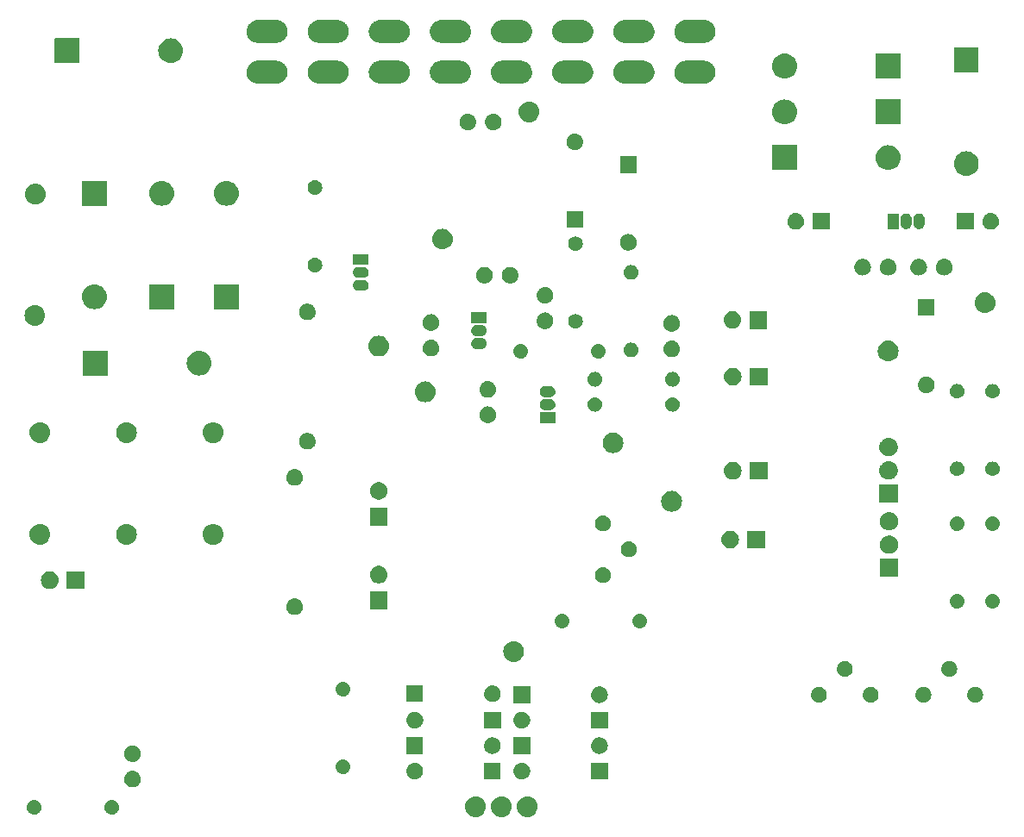
<source format=gbs>
%TF.GenerationSoftware,KiCad,Pcbnew,7.0.2*%
%TF.CreationDate,2024-11-06T13:00:57+09:00*%
%TF.ProjectId,YZ_CDI_TEST_V1,595a5f43-4449-45f5-9445-53545f56312e,rev?*%
%TF.SameCoordinates,Original*%
%TF.FileFunction,Soldermask,Bot*%
%TF.FilePolarity,Negative*%
%FSLAX46Y46*%
G04 Gerber Fmt 4.6, Leading zero omitted, Abs format (unit mm)*
G04 Created by KiCad (PCBNEW 7.0.2) date 2024-11-06 13:00:57*
%MOMM*%
%LPD*%
G01*
G04 APERTURE LIST*
G04 APERTURE END LIST*
G36*
X151048992Y-133749599D02*
G01*
X151240337Y-133807643D01*
X151416682Y-133901901D01*
X151571249Y-134028751D01*
X151698099Y-134183318D01*
X151792357Y-134359663D01*
X151850401Y-134551008D01*
X151870000Y-134750000D01*
X151850401Y-134948992D01*
X151792357Y-135140337D01*
X151698099Y-135316682D01*
X151571249Y-135471249D01*
X151416682Y-135598099D01*
X151240337Y-135692357D01*
X151048992Y-135750401D01*
X150850000Y-135770000D01*
X150651008Y-135750401D01*
X150459663Y-135692357D01*
X150283318Y-135598099D01*
X150128751Y-135471249D01*
X150001901Y-135316682D01*
X149907643Y-135140337D01*
X149849599Y-134948992D01*
X149830000Y-134750000D01*
X149849599Y-134551008D01*
X149907643Y-134359663D01*
X150001901Y-134183318D01*
X150128751Y-134028751D01*
X150283318Y-133901901D01*
X150459663Y-133807643D01*
X150651008Y-133749599D01*
X150850000Y-133730000D01*
X151048992Y-133749599D01*
G37*
G36*
X153588992Y-133749599D02*
G01*
X153780337Y-133807643D01*
X153956682Y-133901901D01*
X154111249Y-134028751D01*
X154238099Y-134183318D01*
X154332357Y-134359663D01*
X154390401Y-134551008D01*
X154410000Y-134750000D01*
X154390401Y-134948992D01*
X154332357Y-135140337D01*
X154238099Y-135316682D01*
X154111249Y-135471249D01*
X153956682Y-135598099D01*
X153780337Y-135692357D01*
X153588992Y-135750401D01*
X153390000Y-135770000D01*
X153191008Y-135750401D01*
X152999663Y-135692357D01*
X152823318Y-135598099D01*
X152668751Y-135471249D01*
X152541901Y-135316682D01*
X152447643Y-135140337D01*
X152389599Y-134948992D01*
X152370000Y-134750000D01*
X152389599Y-134551008D01*
X152447643Y-134359663D01*
X152541901Y-134183318D01*
X152668751Y-134028751D01*
X152823318Y-133901901D01*
X152999663Y-133807643D01*
X153191008Y-133749599D01*
X153390000Y-133730000D01*
X153588992Y-133749599D01*
G37*
G36*
X156128992Y-133749599D02*
G01*
X156320337Y-133807643D01*
X156496682Y-133901901D01*
X156651249Y-134028751D01*
X156778099Y-134183318D01*
X156872357Y-134359663D01*
X156930401Y-134551008D01*
X156950000Y-134750000D01*
X156930401Y-134948992D01*
X156872357Y-135140337D01*
X156778099Y-135316682D01*
X156651249Y-135471249D01*
X156496682Y-135598099D01*
X156320337Y-135692357D01*
X156128992Y-135750401D01*
X155930000Y-135770000D01*
X155731008Y-135750401D01*
X155539663Y-135692357D01*
X155363318Y-135598099D01*
X155208751Y-135471249D01*
X155081901Y-135316682D01*
X154987643Y-135140337D01*
X154929599Y-134948992D01*
X154910000Y-134750000D01*
X154929599Y-134551008D01*
X154987643Y-134359663D01*
X155081901Y-134183318D01*
X155208751Y-134028751D01*
X155363318Y-133901901D01*
X155539663Y-133807643D01*
X155731008Y-133749599D01*
X155930000Y-133730000D01*
X156128992Y-133749599D01*
G37*
G36*
X107707715Y-134115552D02*
G01*
X107859896Y-134168802D01*
X107996413Y-134254581D01*
X108110419Y-134368587D01*
X108196198Y-134505104D01*
X108249448Y-134657285D01*
X108267500Y-134817500D01*
X108249448Y-134977715D01*
X108196198Y-135129896D01*
X108110419Y-135266413D01*
X107996413Y-135380419D01*
X107859896Y-135466198D01*
X107707715Y-135519448D01*
X107547500Y-135537500D01*
X107387285Y-135519448D01*
X107235104Y-135466198D01*
X107098587Y-135380419D01*
X106984581Y-135266413D01*
X106898802Y-135129896D01*
X106845552Y-134977715D01*
X106827500Y-134817500D01*
X106845552Y-134657285D01*
X106898802Y-134505104D01*
X106984581Y-134368587D01*
X107098587Y-134254581D01*
X107235104Y-134168802D01*
X107387285Y-134115552D01*
X107547500Y-134097500D01*
X107707715Y-134115552D01*
G37*
G36*
X115327715Y-134115552D02*
G01*
X115479896Y-134168802D01*
X115616413Y-134254581D01*
X115730419Y-134368587D01*
X115816198Y-134505104D01*
X115869448Y-134657285D01*
X115887500Y-134817500D01*
X115869448Y-134977715D01*
X115816198Y-135129896D01*
X115730419Y-135266413D01*
X115616413Y-135380419D01*
X115479896Y-135466198D01*
X115327715Y-135519448D01*
X115167500Y-135537500D01*
X115007285Y-135519448D01*
X114855104Y-135466198D01*
X114718587Y-135380419D01*
X114604581Y-135266413D01*
X114518802Y-135129896D01*
X114465552Y-134977715D01*
X114447500Y-134817500D01*
X114465552Y-134657285D01*
X114518802Y-134505104D01*
X114604581Y-134368587D01*
X114718587Y-134254581D01*
X114855104Y-134168802D01*
X115007285Y-134115552D01*
X115167500Y-134097500D01*
X115327715Y-134115552D01*
G37*
G36*
X117229800Y-131222266D02*
G01*
X117273187Y-131222266D01*
X117322129Y-131232668D01*
X117369967Y-131238059D01*
X117404753Y-131250231D01*
X117440808Y-131257895D01*
X117492770Y-131281030D01*
X117543285Y-131298706D01*
X117569577Y-131315226D01*
X117597360Y-131327596D01*
X117649162Y-131365232D01*
X117698762Y-131396398D01*
X117716574Y-131414210D01*
X117736004Y-131428327D01*
X117784039Y-131481675D01*
X117828602Y-131526238D01*
X117838851Y-131542550D01*
X117850672Y-131555678D01*
X117891117Y-131625731D01*
X117926294Y-131681715D01*
X117930685Y-131694265D01*
X117936355Y-131704085D01*
X117965378Y-131793411D01*
X117986941Y-131855033D01*
X117987758Y-131862292D01*
X117989311Y-131867069D01*
X118003392Y-132001043D01*
X118007500Y-132037500D01*
X118003389Y-132073981D01*
X117989311Y-132207930D01*
X117987759Y-132212706D01*
X117986941Y-132219967D01*
X117965373Y-132281601D01*
X117936355Y-132370914D01*
X117930686Y-132380732D01*
X117926294Y-132393285D01*
X117891110Y-132449279D01*
X117850672Y-132519321D01*
X117838853Y-132532446D01*
X117828602Y-132548762D01*
X117784030Y-132593333D01*
X117736004Y-132646672D01*
X117716578Y-132660785D01*
X117698762Y-132678602D01*
X117649152Y-132709773D01*
X117597360Y-132747403D01*
X117569582Y-132759770D01*
X117543285Y-132776294D01*
X117492760Y-132793973D01*
X117440808Y-132817104D01*
X117404758Y-132824766D01*
X117369967Y-132836941D01*
X117322126Y-132842331D01*
X117273187Y-132852734D01*
X117229800Y-132852734D01*
X117187500Y-132857500D01*
X117145200Y-132852734D01*
X117101813Y-132852734D01*
X117052873Y-132842331D01*
X117005033Y-132836941D01*
X116970242Y-132824767D01*
X116934191Y-132817104D01*
X116882234Y-132793971D01*
X116831715Y-132776294D01*
X116805419Y-132759771D01*
X116777639Y-132747403D01*
X116725840Y-132709769D01*
X116676238Y-132678602D01*
X116658424Y-132660788D01*
X116638995Y-132646672D01*
X116590959Y-132593323D01*
X116546398Y-132548762D01*
X116536148Y-132532450D01*
X116524327Y-132519321D01*
X116483877Y-132449259D01*
X116448706Y-132393285D01*
X116444315Y-132380736D01*
X116438644Y-132370914D01*
X116409612Y-132281561D01*
X116388059Y-132219967D01*
X116387241Y-132212711D01*
X116385688Y-132207930D01*
X116371594Y-132073838D01*
X116367500Y-132037500D01*
X116371594Y-132001164D01*
X116385688Y-131867069D01*
X116387241Y-131862287D01*
X116388059Y-131855033D01*
X116409607Y-131793451D01*
X116438644Y-131704085D01*
X116444315Y-131694260D01*
X116448706Y-131681715D01*
X116483870Y-131625751D01*
X116524327Y-131555678D01*
X116536150Y-131542546D01*
X116546398Y-131526238D01*
X116590950Y-131481685D01*
X116638995Y-131428327D01*
X116658427Y-131414208D01*
X116676238Y-131396398D01*
X116725834Y-131365234D01*
X116777640Y-131327596D01*
X116805423Y-131315226D01*
X116831715Y-131298706D01*
X116882225Y-131281031D01*
X116934191Y-131257895D01*
X116970247Y-131250230D01*
X117005033Y-131238059D01*
X117052870Y-131232669D01*
X117101813Y-131222266D01*
X117145200Y-131222266D01*
X117187500Y-131217500D01*
X117229800Y-131222266D01*
G37*
G36*
X117229800Y-128722266D02*
G01*
X117273187Y-128722266D01*
X117322129Y-128732668D01*
X117369967Y-128738059D01*
X117404753Y-128750231D01*
X117440808Y-128757895D01*
X117492770Y-128781030D01*
X117543285Y-128798706D01*
X117569577Y-128815226D01*
X117597360Y-128827596D01*
X117649162Y-128865232D01*
X117698762Y-128896398D01*
X117716574Y-128914210D01*
X117736004Y-128928327D01*
X117784039Y-128981675D01*
X117828602Y-129026238D01*
X117838851Y-129042550D01*
X117850672Y-129055678D01*
X117891117Y-129125731D01*
X117926294Y-129181715D01*
X117930685Y-129194265D01*
X117936355Y-129204085D01*
X117965378Y-129293411D01*
X117986941Y-129355033D01*
X117987758Y-129362292D01*
X117989311Y-129367069D01*
X118003391Y-129501032D01*
X118007500Y-129537500D01*
X118003390Y-129573970D01*
X117989311Y-129707930D01*
X117987759Y-129712706D01*
X117986941Y-129719967D01*
X117965373Y-129781601D01*
X117936355Y-129870914D01*
X117930686Y-129880732D01*
X117926294Y-129893285D01*
X117891110Y-129949279D01*
X117850672Y-130019321D01*
X117838853Y-130032446D01*
X117828602Y-130048762D01*
X117784030Y-130093333D01*
X117736004Y-130146672D01*
X117716578Y-130160785D01*
X117698762Y-130178602D01*
X117649152Y-130209773D01*
X117597360Y-130247403D01*
X117569582Y-130259770D01*
X117543285Y-130276294D01*
X117492760Y-130293973D01*
X117440808Y-130317104D01*
X117404758Y-130324766D01*
X117369967Y-130336941D01*
X117322126Y-130342331D01*
X117273187Y-130352734D01*
X117229800Y-130352734D01*
X117187500Y-130357500D01*
X117145200Y-130352734D01*
X117101813Y-130352734D01*
X117052873Y-130342331D01*
X117005033Y-130336941D01*
X116970242Y-130324767D01*
X116934191Y-130317104D01*
X116882234Y-130293971D01*
X116831715Y-130276294D01*
X116805419Y-130259771D01*
X116777639Y-130247403D01*
X116725840Y-130209769D01*
X116676238Y-130178602D01*
X116658424Y-130160788D01*
X116638995Y-130146672D01*
X116590959Y-130093323D01*
X116546398Y-130048762D01*
X116536148Y-130032450D01*
X116524327Y-130019321D01*
X116483877Y-129949259D01*
X116448706Y-129893285D01*
X116444315Y-129880736D01*
X116438644Y-129870914D01*
X116409612Y-129781561D01*
X116388059Y-129719967D01*
X116387241Y-129712711D01*
X116385688Y-129707930D01*
X116371595Y-129573849D01*
X116367500Y-129537500D01*
X116371592Y-129501175D01*
X116385688Y-129367069D01*
X116387241Y-129362287D01*
X116388059Y-129355033D01*
X116409607Y-129293451D01*
X116438644Y-129204085D01*
X116444315Y-129194260D01*
X116448706Y-129181715D01*
X116483870Y-129125751D01*
X116524327Y-129055678D01*
X116536150Y-129042546D01*
X116546398Y-129026238D01*
X116590950Y-128981685D01*
X116638995Y-128928327D01*
X116658427Y-128914208D01*
X116676238Y-128896398D01*
X116725834Y-128865234D01*
X116777640Y-128827596D01*
X116805423Y-128815226D01*
X116831715Y-128798706D01*
X116882225Y-128781031D01*
X116934191Y-128757895D01*
X116970247Y-128750230D01*
X117005033Y-128738059D01*
X117052870Y-128732669D01*
X117101813Y-128722266D01*
X117145200Y-128722266D01*
X117187500Y-128717500D01*
X117229800Y-128722266D01*
G37*
G36*
X138010215Y-130108052D02*
G01*
X138162396Y-130161302D01*
X138298913Y-130247081D01*
X138412919Y-130361087D01*
X138498698Y-130497604D01*
X138551948Y-130649785D01*
X138570000Y-130810000D01*
X138551948Y-130970215D01*
X138498698Y-131122396D01*
X138412919Y-131258913D01*
X138298913Y-131372919D01*
X138162396Y-131458698D01*
X138010215Y-131511948D01*
X137850000Y-131530000D01*
X137689785Y-131511948D01*
X137537604Y-131458698D01*
X137401087Y-131372919D01*
X137287081Y-131258913D01*
X137201302Y-131122396D01*
X137148052Y-130970215D01*
X137130000Y-130810000D01*
X137148052Y-130649785D01*
X137201302Y-130497604D01*
X137287081Y-130361087D01*
X137401087Y-130247081D01*
X137537604Y-130161302D01*
X137689785Y-130108052D01*
X137850000Y-130090000D01*
X138010215Y-130108052D01*
G37*
G36*
X144932300Y-130434766D02*
G01*
X144975687Y-130434766D01*
X145024629Y-130445168D01*
X145072467Y-130450559D01*
X145107253Y-130462731D01*
X145143308Y-130470395D01*
X145195270Y-130493530D01*
X145245785Y-130511206D01*
X145272077Y-130527726D01*
X145299860Y-130540096D01*
X145351662Y-130577732D01*
X145401262Y-130608898D01*
X145419074Y-130626710D01*
X145438504Y-130640827D01*
X145486539Y-130694175D01*
X145531102Y-130738738D01*
X145541351Y-130755050D01*
X145553172Y-130768178D01*
X145593617Y-130838231D01*
X145628794Y-130894215D01*
X145633185Y-130906765D01*
X145638855Y-130916585D01*
X145667878Y-131005911D01*
X145689441Y-131067533D01*
X145690258Y-131074792D01*
X145691811Y-131079569D01*
X145705891Y-131213532D01*
X145710000Y-131250000D01*
X145705890Y-131286470D01*
X145691811Y-131420430D01*
X145690259Y-131425206D01*
X145689441Y-131432467D01*
X145667873Y-131494101D01*
X145638855Y-131583414D01*
X145633186Y-131593232D01*
X145628794Y-131605785D01*
X145593610Y-131661779D01*
X145553172Y-131731821D01*
X145541353Y-131744946D01*
X145531102Y-131761262D01*
X145486530Y-131805833D01*
X145438504Y-131859172D01*
X145419078Y-131873285D01*
X145401262Y-131891102D01*
X145351652Y-131922273D01*
X145299860Y-131959903D01*
X145272082Y-131972270D01*
X145245785Y-131988794D01*
X145195260Y-132006473D01*
X145143308Y-132029604D01*
X145107258Y-132037266D01*
X145072467Y-132049441D01*
X145024626Y-132054831D01*
X144975687Y-132065234D01*
X144932300Y-132065234D01*
X144890000Y-132070000D01*
X144847700Y-132065234D01*
X144804313Y-132065234D01*
X144755373Y-132054831D01*
X144707533Y-132049441D01*
X144672742Y-132037267D01*
X144636691Y-132029604D01*
X144584734Y-132006471D01*
X144534215Y-131988794D01*
X144507919Y-131972271D01*
X144480139Y-131959903D01*
X144428340Y-131922269D01*
X144378738Y-131891102D01*
X144360924Y-131873288D01*
X144341495Y-131859172D01*
X144293459Y-131805823D01*
X144248898Y-131761262D01*
X144238648Y-131744950D01*
X144226827Y-131731821D01*
X144186377Y-131661759D01*
X144151206Y-131605785D01*
X144146815Y-131593236D01*
X144141144Y-131583414D01*
X144112112Y-131494061D01*
X144090559Y-131432467D01*
X144089741Y-131425211D01*
X144088188Y-131420430D01*
X144074095Y-131286349D01*
X144070000Y-131250000D01*
X144074092Y-131213675D01*
X144088188Y-131079569D01*
X144089741Y-131074787D01*
X144090559Y-131067533D01*
X144112107Y-131005951D01*
X144141144Y-130916585D01*
X144146815Y-130906760D01*
X144151206Y-130894215D01*
X144186370Y-130838251D01*
X144226827Y-130768178D01*
X144238650Y-130755046D01*
X144248898Y-130738738D01*
X144293450Y-130694185D01*
X144341495Y-130640827D01*
X144360927Y-130626708D01*
X144378738Y-130608898D01*
X144428334Y-130577734D01*
X144480140Y-130540096D01*
X144507923Y-130527726D01*
X144534215Y-130511206D01*
X144584725Y-130493531D01*
X144636691Y-130470395D01*
X144672747Y-130462730D01*
X144707533Y-130450559D01*
X144755370Y-130445169D01*
X144804313Y-130434766D01*
X144847700Y-130434766D01*
X144890000Y-130430000D01*
X144932300Y-130434766D01*
G37*
G36*
X153317654Y-130431522D02*
G01*
X153324142Y-130435858D01*
X153328478Y-130442346D01*
X153330000Y-130450000D01*
X153330000Y-132050000D01*
X153328478Y-132057654D01*
X153324142Y-132064142D01*
X153317654Y-132068478D01*
X153310000Y-132070000D01*
X151710000Y-132070000D01*
X151702346Y-132068478D01*
X151695858Y-132064142D01*
X151691522Y-132057654D01*
X151690000Y-132050000D01*
X151690000Y-130450000D01*
X151691522Y-130442346D01*
X151695858Y-130435858D01*
X151702346Y-130431522D01*
X151710000Y-130430000D01*
X153310000Y-130430000D01*
X153317654Y-130431522D01*
G37*
G36*
X155442300Y-130434766D02*
G01*
X155485687Y-130434766D01*
X155534629Y-130445168D01*
X155582467Y-130450559D01*
X155617253Y-130462731D01*
X155653308Y-130470395D01*
X155705270Y-130493530D01*
X155755785Y-130511206D01*
X155782077Y-130527726D01*
X155809860Y-130540096D01*
X155861662Y-130577732D01*
X155911262Y-130608898D01*
X155929074Y-130626710D01*
X155948504Y-130640827D01*
X155996539Y-130694175D01*
X156041102Y-130738738D01*
X156051351Y-130755050D01*
X156063172Y-130768178D01*
X156103617Y-130838231D01*
X156138794Y-130894215D01*
X156143185Y-130906765D01*
X156148855Y-130916585D01*
X156177878Y-131005911D01*
X156199441Y-131067533D01*
X156200258Y-131074792D01*
X156201811Y-131079569D01*
X156215891Y-131213532D01*
X156220000Y-131250000D01*
X156215890Y-131286470D01*
X156201811Y-131420430D01*
X156200259Y-131425206D01*
X156199441Y-131432467D01*
X156177873Y-131494101D01*
X156148855Y-131583414D01*
X156143186Y-131593232D01*
X156138794Y-131605785D01*
X156103610Y-131661779D01*
X156063172Y-131731821D01*
X156051353Y-131744946D01*
X156041102Y-131761262D01*
X155996530Y-131805833D01*
X155948504Y-131859172D01*
X155929078Y-131873285D01*
X155911262Y-131891102D01*
X155861652Y-131922273D01*
X155809860Y-131959903D01*
X155782082Y-131972270D01*
X155755785Y-131988794D01*
X155705260Y-132006473D01*
X155653308Y-132029604D01*
X155617258Y-132037266D01*
X155582467Y-132049441D01*
X155534626Y-132054831D01*
X155485687Y-132065234D01*
X155442300Y-132065234D01*
X155400000Y-132070000D01*
X155357700Y-132065234D01*
X155314313Y-132065234D01*
X155265373Y-132054831D01*
X155217533Y-132049441D01*
X155182742Y-132037267D01*
X155146691Y-132029604D01*
X155094734Y-132006471D01*
X155044215Y-131988794D01*
X155017919Y-131972271D01*
X154990139Y-131959903D01*
X154938340Y-131922269D01*
X154888738Y-131891102D01*
X154870924Y-131873288D01*
X154851495Y-131859172D01*
X154803459Y-131805823D01*
X154758898Y-131761262D01*
X154748648Y-131744950D01*
X154736827Y-131731821D01*
X154696377Y-131661759D01*
X154661206Y-131605785D01*
X154656815Y-131593236D01*
X154651144Y-131583414D01*
X154622112Y-131494061D01*
X154600559Y-131432467D01*
X154599741Y-131425211D01*
X154598188Y-131420430D01*
X154584094Y-131286338D01*
X154580000Y-131250000D01*
X154584094Y-131213664D01*
X154598188Y-131079569D01*
X154599741Y-131074787D01*
X154600559Y-131067533D01*
X154622107Y-131005951D01*
X154651144Y-130916585D01*
X154656815Y-130906760D01*
X154661206Y-130894215D01*
X154696370Y-130838251D01*
X154736827Y-130768178D01*
X154748650Y-130755046D01*
X154758898Y-130738738D01*
X154803450Y-130694185D01*
X154851495Y-130640827D01*
X154870927Y-130626708D01*
X154888738Y-130608898D01*
X154938334Y-130577734D01*
X154990140Y-130540096D01*
X155017923Y-130527726D01*
X155044215Y-130511206D01*
X155094725Y-130493531D01*
X155146691Y-130470395D01*
X155182747Y-130462730D01*
X155217533Y-130450559D01*
X155265370Y-130445169D01*
X155314313Y-130434766D01*
X155357700Y-130434766D01*
X155400000Y-130430000D01*
X155442300Y-130434766D01*
G37*
G36*
X163827654Y-130431522D02*
G01*
X163834142Y-130435858D01*
X163838478Y-130442346D01*
X163840000Y-130450000D01*
X163840000Y-132050000D01*
X163838478Y-132057654D01*
X163834142Y-132064142D01*
X163827654Y-132068478D01*
X163820000Y-132070000D01*
X162220000Y-132070000D01*
X162212346Y-132068478D01*
X162205858Y-132064142D01*
X162201522Y-132057654D01*
X162200000Y-132050000D01*
X162200000Y-130450000D01*
X162201522Y-130442346D01*
X162205858Y-130435858D01*
X162212346Y-130431522D01*
X162220000Y-130430000D01*
X163820000Y-130430000D01*
X163827654Y-130431522D01*
G37*
G36*
X145697654Y-127931522D02*
G01*
X145704142Y-127935858D01*
X145708478Y-127942346D01*
X145710000Y-127950000D01*
X145710000Y-129550000D01*
X145708478Y-129557654D01*
X145704142Y-129564142D01*
X145697654Y-129568478D01*
X145690000Y-129570000D01*
X144090000Y-129570000D01*
X144082346Y-129568478D01*
X144075858Y-129564142D01*
X144071522Y-129557654D01*
X144070000Y-129550000D01*
X144070000Y-127950000D01*
X144071522Y-127942346D01*
X144075858Y-127935858D01*
X144082346Y-127931522D01*
X144090000Y-127930000D01*
X145690000Y-127930000D01*
X145697654Y-127931522D01*
G37*
G36*
X152552300Y-127934766D02*
G01*
X152595687Y-127934766D01*
X152644629Y-127945168D01*
X152692467Y-127950559D01*
X152727253Y-127962731D01*
X152763308Y-127970395D01*
X152815270Y-127993530D01*
X152865785Y-128011206D01*
X152892077Y-128027726D01*
X152919860Y-128040096D01*
X152971662Y-128077732D01*
X153021262Y-128108898D01*
X153039074Y-128126710D01*
X153058504Y-128140827D01*
X153106539Y-128194175D01*
X153151102Y-128238738D01*
X153161351Y-128255050D01*
X153173172Y-128268178D01*
X153213617Y-128338231D01*
X153248794Y-128394215D01*
X153253185Y-128406765D01*
X153258855Y-128416585D01*
X153287878Y-128505911D01*
X153309441Y-128567533D01*
X153310258Y-128574792D01*
X153311811Y-128579569D01*
X153325891Y-128713532D01*
X153330000Y-128750000D01*
X153325890Y-128786470D01*
X153311811Y-128920430D01*
X153310259Y-128925206D01*
X153309441Y-128932467D01*
X153287873Y-128994101D01*
X153258855Y-129083414D01*
X153253186Y-129093232D01*
X153248794Y-129105785D01*
X153213610Y-129161779D01*
X153173172Y-129231821D01*
X153161353Y-129244946D01*
X153151102Y-129261262D01*
X153106530Y-129305833D01*
X153058504Y-129359172D01*
X153039078Y-129373285D01*
X153021262Y-129391102D01*
X152971652Y-129422273D01*
X152919860Y-129459903D01*
X152892082Y-129472270D01*
X152865785Y-129488794D01*
X152815260Y-129506473D01*
X152763308Y-129529604D01*
X152727258Y-129537266D01*
X152692467Y-129549441D01*
X152644626Y-129554831D01*
X152595687Y-129565234D01*
X152552300Y-129565234D01*
X152510000Y-129570000D01*
X152467700Y-129565234D01*
X152424313Y-129565234D01*
X152375373Y-129554831D01*
X152327533Y-129549441D01*
X152292742Y-129537267D01*
X152256691Y-129529604D01*
X152204734Y-129506471D01*
X152154215Y-129488794D01*
X152127919Y-129472271D01*
X152100139Y-129459903D01*
X152048340Y-129422269D01*
X151998738Y-129391102D01*
X151980924Y-129373288D01*
X151961495Y-129359172D01*
X151913459Y-129305823D01*
X151868898Y-129261262D01*
X151858648Y-129244950D01*
X151846827Y-129231821D01*
X151806377Y-129161759D01*
X151771206Y-129105785D01*
X151766815Y-129093236D01*
X151761144Y-129083414D01*
X151732112Y-128994061D01*
X151710559Y-128932467D01*
X151709741Y-128925211D01*
X151708188Y-128920430D01*
X151694095Y-128786349D01*
X151690000Y-128750000D01*
X151694092Y-128713675D01*
X151708188Y-128579569D01*
X151709741Y-128574787D01*
X151710559Y-128567533D01*
X151732107Y-128505951D01*
X151761144Y-128416585D01*
X151766815Y-128406760D01*
X151771206Y-128394215D01*
X151806370Y-128338251D01*
X151846827Y-128268178D01*
X151858650Y-128255046D01*
X151868898Y-128238738D01*
X151913450Y-128194185D01*
X151961495Y-128140827D01*
X151980927Y-128126708D01*
X151998738Y-128108898D01*
X152048334Y-128077734D01*
X152100140Y-128040096D01*
X152127923Y-128027726D01*
X152154215Y-128011206D01*
X152204725Y-127993531D01*
X152256691Y-127970395D01*
X152292747Y-127962730D01*
X152327533Y-127950559D01*
X152375370Y-127945169D01*
X152424313Y-127934766D01*
X152467700Y-127934766D01*
X152510000Y-127930000D01*
X152552300Y-127934766D01*
G37*
G36*
X156207654Y-127931522D02*
G01*
X156214142Y-127935858D01*
X156218478Y-127942346D01*
X156220000Y-127950000D01*
X156220000Y-129550000D01*
X156218478Y-129557654D01*
X156214142Y-129564142D01*
X156207654Y-129568478D01*
X156200000Y-129570000D01*
X154600000Y-129570000D01*
X154592346Y-129568478D01*
X154585858Y-129564142D01*
X154581522Y-129557654D01*
X154580000Y-129550000D01*
X154580000Y-127950000D01*
X154581522Y-127942346D01*
X154585858Y-127935858D01*
X154592346Y-127931522D01*
X154600000Y-127930000D01*
X156200000Y-127930000D01*
X156207654Y-127931522D01*
G37*
G36*
X163062300Y-127934766D02*
G01*
X163105687Y-127934766D01*
X163154629Y-127945168D01*
X163202467Y-127950559D01*
X163237253Y-127962731D01*
X163273308Y-127970395D01*
X163325270Y-127993530D01*
X163375785Y-128011206D01*
X163402077Y-128027726D01*
X163429860Y-128040096D01*
X163481662Y-128077732D01*
X163531262Y-128108898D01*
X163549074Y-128126710D01*
X163568504Y-128140827D01*
X163616539Y-128194175D01*
X163661102Y-128238738D01*
X163671351Y-128255050D01*
X163683172Y-128268178D01*
X163723617Y-128338231D01*
X163758794Y-128394215D01*
X163763185Y-128406765D01*
X163768855Y-128416585D01*
X163797878Y-128505911D01*
X163819441Y-128567533D01*
X163820258Y-128574792D01*
X163821811Y-128579569D01*
X163835892Y-128713543D01*
X163840000Y-128750000D01*
X163835889Y-128786481D01*
X163821811Y-128920430D01*
X163820259Y-128925206D01*
X163819441Y-128932467D01*
X163797873Y-128994101D01*
X163768855Y-129083414D01*
X163763186Y-129093232D01*
X163758794Y-129105785D01*
X163723610Y-129161779D01*
X163683172Y-129231821D01*
X163671353Y-129244946D01*
X163661102Y-129261262D01*
X163616530Y-129305833D01*
X163568504Y-129359172D01*
X163549078Y-129373285D01*
X163531262Y-129391102D01*
X163481652Y-129422273D01*
X163429860Y-129459903D01*
X163402082Y-129472270D01*
X163375785Y-129488794D01*
X163325260Y-129506473D01*
X163273308Y-129529604D01*
X163237258Y-129537266D01*
X163202467Y-129549441D01*
X163154626Y-129554831D01*
X163105687Y-129565234D01*
X163062300Y-129565234D01*
X163020000Y-129570000D01*
X162977700Y-129565234D01*
X162934313Y-129565234D01*
X162885373Y-129554831D01*
X162837533Y-129549441D01*
X162802742Y-129537267D01*
X162766691Y-129529604D01*
X162714734Y-129506471D01*
X162664215Y-129488794D01*
X162637919Y-129472271D01*
X162610139Y-129459903D01*
X162558340Y-129422269D01*
X162508738Y-129391102D01*
X162490924Y-129373288D01*
X162471495Y-129359172D01*
X162423459Y-129305823D01*
X162378898Y-129261262D01*
X162368648Y-129244950D01*
X162356827Y-129231821D01*
X162316377Y-129161759D01*
X162281206Y-129105785D01*
X162276815Y-129093236D01*
X162271144Y-129083414D01*
X162242112Y-128994061D01*
X162220559Y-128932467D01*
X162219741Y-128925211D01*
X162218188Y-128920430D01*
X162204095Y-128786349D01*
X162200000Y-128750000D01*
X162204092Y-128713675D01*
X162218188Y-128579569D01*
X162219741Y-128574787D01*
X162220559Y-128567533D01*
X162242107Y-128505951D01*
X162271144Y-128416585D01*
X162276815Y-128406760D01*
X162281206Y-128394215D01*
X162316370Y-128338251D01*
X162356827Y-128268178D01*
X162368650Y-128255046D01*
X162378898Y-128238738D01*
X162423450Y-128194185D01*
X162471495Y-128140827D01*
X162490927Y-128126708D01*
X162508738Y-128108898D01*
X162558334Y-128077734D01*
X162610140Y-128040096D01*
X162637923Y-128027726D01*
X162664215Y-128011206D01*
X162714725Y-127993531D01*
X162766691Y-127970395D01*
X162802747Y-127962730D01*
X162837533Y-127950559D01*
X162885370Y-127945169D01*
X162934313Y-127934766D01*
X162977700Y-127934766D01*
X163020000Y-127930000D01*
X163062300Y-127934766D01*
G37*
G36*
X144942300Y-125434766D02*
G01*
X144985687Y-125434766D01*
X145034629Y-125445168D01*
X145082467Y-125450559D01*
X145117253Y-125462731D01*
X145153308Y-125470395D01*
X145205270Y-125493530D01*
X145255785Y-125511206D01*
X145282077Y-125527726D01*
X145309860Y-125540096D01*
X145361662Y-125577732D01*
X145411262Y-125608898D01*
X145429074Y-125626710D01*
X145448504Y-125640827D01*
X145496539Y-125694175D01*
X145541102Y-125738738D01*
X145551351Y-125755050D01*
X145563172Y-125768178D01*
X145603617Y-125838231D01*
X145638794Y-125894215D01*
X145643185Y-125906765D01*
X145648855Y-125916585D01*
X145677878Y-126005911D01*
X145699441Y-126067533D01*
X145700258Y-126074792D01*
X145701811Y-126079569D01*
X145715891Y-126213532D01*
X145720000Y-126250000D01*
X145715890Y-126286470D01*
X145701811Y-126420430D01*
X145700259Y-126425206D01*
X145699441Y-126432467D01*
X145677873Y-126494101D01*
X145648855Y-126583414D01*
X145643186Y-126593232D01*
X145638794Y-126605785D01*
X145603610Y-126661779D01*
X145563172Y-126731821D01*
X145551353Y-126744946D01*
X145541102Y-126761262D01*
X145496530Y-126805833D01*
X145448504Y-126859172D01*
X145429078Y-126873285D01*
X145411262Y-126891102D01*
X145361652Y-126922273D01*
X145309860Y-126959903D01*
X145282082Y-126972270D01*
X145255785Y-126988794D01*
X145205260Y-127006473D01*
X145153308Y-127029604D01*
X145117258Y-127037266D01*
X145082467Y-127049441D01*
X145034626Y-127054831D01*
X144985687Y-127065234D01*
X144942300Y-127065234D01*
X144900000Y-127070000D01*
X144857700Y-127065234D01*
X144814313Y-127065234D01*
X144765373Y-127054831D01*
X144717533Y-127049441D01*
X144682742Y-127037267D01*
X144646691Y-127029604D01*
X144594734Y-127006471D01*
X144544215Y-126988794D01*
X144517919Y-126972271D01*
X144490139Y-126959903D01*
X144438340Y-126922269D01*
X144388738Y-126891102D01*
X144370924Y-126873288D01*
X144351495Y-126859172D01*
X144303459Y-126805823D01*
X144258898Y-126761262D01*
X144248648Y-126744950D01*
X144236827Y-126731821D01*
X144196377Y-126661759D01*
X144161206Y-126605785D01*
X144156815Y-126593236D01*
X144151144Y-126583414D01*
X144122112Y-126494061D01*
X144100559Y-126432467D01*
X144099741Y-126425211D01*
X144098188Y-126420430D01*
X144084094Y-126286338D01*
X144080000Y-126250000D01*
X144084094Y-126213664D01*
X144098188Y-126079569D01*
X144099741Y-126074787D01*
X144100559Y-126067533D01*
X144122107Y-126005951D01*
X144151144Y-125916585D01*
X144156815Y-125906760D01*
X144161206Y-125894215D01*
X144196370Y-125838251D01*
X144236827Y-125768178D01*
X144248650Y-125755046D01*
X144258898Y-125738738D01*
X144303450Y-125694185D01*
X144351495Y-125640827D01*
X144370927Y-125626708D01*
X144388738Y-125608898D01*
X144438334Y-125577734D01*
X144490140Y-125540096D01*
X144517923Y-125527726D01*
X144544215Y-125511206D01*
X144594725Y-125493531D01*
X144646691Y-125470395D01*
X144682747Y-125462730D01*
X144717533Y-125450559D01*
X144765370Y-125445169D01*
X144814313Y-125434766D01*
X144857700Y-125434766D01*
X144900000Y-125430000D01*
X144942300Y-125434766D01*
G37*
G36*
X153327654Y-125431522D02*
G01*
X153334142Y-125435858D01*
X153338478Y-125442346D01*
X153340000Y-125450000D01*
X153340000Y-127050000D01*
X153338478Y-127057654D01*
X153334142Y-127064142D01*
X153327654Y-127068478D01*
X153320000Y-127070000D01*
X151720000Y-127070000D01*
X151712346Y-127068478D01*
X151705858Y-127064142D01*
X151701522Y-127057654D01*
X151700000Y-127050000D01*
X151700000Y-125450000D01*
X151701522Y-125442346D01*
X151705858Y-125435858D01*
X151712346Y-125431522D01*
X151720000Y-125430000D01*
X153320000Y-125430000D01*
X153327654Y-125431522D01*
G37*
G36*
X155442300Y-125434766D02*
G01*
X155485687Y-125434766D01*
X155534629Y-125445168D01*
X155582467Y-125450559D01*
X155617253Y-125462731D01*
X155653308Y-125470395D01*
X155705270Y-125493530D01*
X155755785Y-125511206D01*
X155782077Y-125527726D01*
X155809860Y-125540096D01*
X155861662Y-125577732D01*
X155911262Y-125608898D01*
X155929074Y-125626710D01*
X155948504Y-125640827D01*
X155996539Y-125694175D01*
X156041102Y-125738738D01*
X156051351Y-125755050D01*
X156063172Y-125768178D01*
X156103617Y-125838231D01*
X156138794Y-125894215D01*
X156143185Y-125906765D01*
X156148855Y-125916585D01*
X156177878Y-126005911D01*
X156199441Y-126067533D01*
X156200258Y-126074792D01*
X156201811Y-126079569D01*
X156215892Y-126213543D01*
X156220000Y-126250000D01*
X156215889Y-126286481D01*
X156201811Y-126420430D01*
X156200259Y-126425206D01*
X156199441Y-126432467D01*
X156177873Y-126494101D01*
X156148855Y-126583414D01*
X156143186Y-126593232D01*
X156138794Y-126605785D01*
X156103610Y-126661779D01*
X156063172Y-126731821D01*
X156051353Y-126744946D01*
X156041102Y-126761262D01*
X155996530Y-126805833D01*
X155948504Y-126859172D01*
X155929078Y-126873285D01*
X155911262Y-126891102D01*
X155861652Y-126922273D01*
X155809860Y-126959903D01*
X155782082Y-126972270D01*
X155755785Y-126988794D01*
X155705260Y-127006473D01*
X155653308Y-127029604D01*
X155617258Y-127037266D01*
X155582467Y-127049441D01*
X155534626Y-127054831D01*
X155485687Y-127065234D01*
X155442300Y-127065234D01*
X155400000Y-127070000D01*
X155357700Y-127065234D01*
X155314313Y-127065234D01*
X155265373Y-127054831D01*
X155217533Y-127049441D01*
X155182742Y-127037267D01*
X155146691Y-127029604D01*
X155094734Y-127006471D01*
X155044215Y-126988794D01*
X155017919Y-126972271D01*
X154990139Y-126959903D01*
X154938340Y-126922269D01*
X154888738Y-126891102D01*
X154870924Y-126873288D01*
X154851495Y-126859172D01*
X154803459Y-126805823D01*
X154758898Y-126761262D01*
X154748648Y-126744950D01*
X154736827Y-126731821D01*
X154696377Y-126661759D01*
X154661206Y-126605785D01*
X154656815Y-126593236D01*
X154651144Y-126583414D01*
X154622112Y-126494061D01*
X154600559Y-126432467D01*
X154599741Y-126425211D01*
X154598188Y-126420430D01*
X154584095Y-126286349D01*
X154580000Y-126250000D01*
X154584092Y-126213675D01*
X154598188Y-126079569D01*
X154599741Y-126074787D01*
X154600559Y-126067533D01*
X154622107Y-126005951D01*
X154651144Y-125916585D01*
X154656815Y-125906760D01*
X154661206Y-125894215D01*
X154696370Y-125838251D01*
X154736827Y-125768178D01*
X154748650Y-125755046D01*
X154758898Y-125738738D01*
X154803450Y-125694185D01*
X154851495Y-125640827D01*
X154870927Y-125626708D01*
X154888738Y-125608898D01*
X154938334Y-125577734D01*
X154990140Y-125540096D01*
X155017923Y-125527726D01*
X155044215Y-125511206D01*
X155094725Y-125493531D01*
X155146691Y-125470395D01*
X155182747Y-125462730D01*
X155217533Y-125450559D01*
X155265370Y-125445169D01*
X155314313Y-125434766D01*
X155357700Y-125434766D01*
X155400000Y-125430000D01*
X155442300Y-125434766D01*
G37*
G36*
X163827654Y-125431522D02*
G01*
X163834142Y-125435858D01*
X163838478Y-125442346D01*
X163840000Y-125450000D01*
X163840000Y-127050000D01*
X163838478Y-127057654D01*
X163834142Y-127064142D01*
X163827654Y-127068478D01*
X163820000Y-127070000D01*
X162220000Y-127070000D01*
X162212346Y-127068478D01*
X162205858Y-127064142D01*
X162201522Y-127057654D01*
X162200000Y-127050000D01*
X162200000Y-125450000D01*
X162201522Y-125442346D01*
X162205858Y-125435858D01*
X162212346Y-125431522D01*
X162220000Y-125430000D01*
X163820000Y-125430000D01*
X163827654Y-125431522D01*
G37*
G36*
X138010215Y-122488052D02*
G01*
X138162396Y-122541302D01*
X138298913Y-122627081D01*
X138412919Y-122741087D01*
X138498698Y-122877604D01*
X138551948Y-123029785D01*
X138570000Y-123190000D01*
X138551948Y-123350215D01*
X138498698Y-123502396D01*
X138412919Y-123638913D01*
X138298913Y-123752919D01*
X138162396Y-123838698D01*
X138010215Y-123891948D01*
X137850000Y-123910000D01*
X137689785Y-123891948D01*
X137537604Y-123838698D01*
X137401087Y-123752919D01*
X137287081Y-123638913D01*
X137201302Y-123502396D01*
X137148052Y-123350215D01*
X137130000Y-123190000D01*
X137148052Y-123029785D01*
X137201302Y-122877604D01*
X137287081Y-122741087D01*
X137401087Y-122627081D01*
X137537604Y-122541302D01*
X137689785Y-122488052D01*
X137850000Y-122470000D01*
X138010215Y-122488052D01*
G37*
G36*
X145697654Y-122831522D02*
G01*
X145704142Y-122835858D01*
X145708478Y-122842346D01*
X145710000Y-122850000D01*
X145710000Y-124450000D01*
X145708478Y-124457654D01*
X145704142Y-124464142D01*
X145697654Y-124468478D01*
X145690000Y-124470000D01*
X144090000Y-124470000D01*
X144082346Y-124468478D01*
X144075858Y-124464142D01*
X144071522Y-124457654D01*
X144070000Y-124450000D01*
X144070000Y-122850000D01*
X144071522Y-122842346D01*
X144075858Y-122835858D01*
X144082346Y-122831522D01*
X144090000Y-122830000D01*
X145690000Y-122830000D01*
X145697654Y-122831522D01*
G37*
G36*
X152552300Y-122834766D02*
G01*
X152595687Y-122834766D01*
X152644629Y-122845168D01*
X152692467Y-122850559D01*
X152727253Y-122862731D01*
X152763308Y-122870395D01*
X152815270Y-122893530D01*
X152865785Y-122911206D01*
X152892077Y-122927726D01*
X152919860Y-122940096D01*
X152971662Y-122977732D01*
X153021262Y-123008898D01*
X153039074Y-123026710D01*
X153058504Y-123040827D01*
X153106539Y-123094175D01*
X153151102Y-123138738D01*
X153161351Y-123155050D01*
X153173172Y-123168178D01*
X153213617Y-123238231D01*
X153248794Y-123294215D01*
X153253185Y-123306765D01*
X153258855Y-123316585D01*
X153287878Y-123405911D01*
X153309441Y-123467533D01*
X153310258Y-123474792D01*
X153311811Y-123479569D01*
X153325892Y-123613543D01*
X153330000Y-123650000D01*
X153325889Y-123686481D01*
X153311811Y-123820430D01*
X153310259Y-123825206D01*
X153309441Y-123832467D01*
X153287873Y-123894101D01*
X153258855Y-123983414D01*
X153253186Y-123993232D01*
X153248794Y-124005785D01*
X153213610Y-124061779D01*
X153173172Y-124131821D01*
X153161353Y-124144946D01*
X153151102Y-124161262D01*
X153106530Y-124205833D01*
X153058504Y-124259172D01*
X153039078Y-124273285D01*
X153021262Y-124291102D01*
X152971652Y-124322273D01*
X152919860Y-124359903D01*
X152892082Y-124372270D01*
X152865785Y-124388794D01*
X152815260Y-124406473D01*
X152763308Y-124429604D01*
X152727258Y-124437266D01*
X152692467Y-124449441D01*
X152644626Y-124454831D01*
X152595687Y-124465234D01*
X152552300Y-124465234D01*
X152510000Y-124470000D01*
X152467700Y-124465234D01*
X152424313Y-124465234D01*
X152375373Y-124454831D01*
X152327533Y-124449441D01*
X152292742Y-124437267D01*
X152256691Y-124429604D01*
X152204734Y-124406471D01*
X152154215Y-124388794D01*
X152127919Y-124372271D01*
X152100139Y-124359903D01*
X152048340Y-124322269D01*
X151998738Y-124291102D01*
X151980924Y-124273288D01*
X151961495Y-124259172D01*
X151913459Y-124205823D01*
X151868898Y-124161262D01*
X151858648Y-124144950D01*
X151846827Y-124131821D01*
X151806377Y-124061759D01*
X151771206Y-124005785D01*
X151766815Y-123993236D01*
X151761144Y-123983414D01*
X151732112Y-123894061D01*
X151710559Y-123832467D01*
X151709741Y-123825211D01*
X151708188Y-123820430D01*
X151694095Y-123686349D01*
X151690000Y-123650000D01*
X151694092Y-123613675D01*
X151708188Y-123479569D01*
X151709741Y-123474787D01*
X151710559Y-123467533D01*
X151732107Y-123405951D01*
X151761144Y-123316585D01*
X151766815Y-123306760D01*
X151771206Y-123294215D01*
X151806370Y-123238251D01*
X151846827Y-123168178D01*
X151858650Y-123155046D01*
X151868898Y-123138738D01*
X151913450Y-123094185D01*
X151961495Y-123040827D01*
X151980927Y-123026708D01*
X151998738Y-123008898D01*
X152048334Y-122977734D01*
X152100140Y-122940096D01*
X152127923Y-122927726D01*
X152154215Y-122911206D01*
X152204725Y-122893531D01*
X152256691Y-122870395D01*
X152292747Y-122862730D01*
X152327533Y-122850559D01*
X152375370Y-122845169D01*
X152424313Y-122834766D01*
X152467700Y-122834766D01*
X152510000Y-122830000D01*
X152552300Y-122834766D01*
G37*
G36*
X156207654Y-122931522D02*
G01*
X156214142Y-122935858D01*
X156218478Y-122942346D01*
X156220000Y-122950000D01*
X156220000Y-124550000D01*
X156218478Y-124557654D01*
X156214142Y-124564142D01*
X156207654Y-124568478D01*
X156200000Y-124570000D01*
X154600000Y-124570000D01*
X154592346Y-124568478D01*
X154585858Y-124564142D01*
X154581522Y-124557654D01*
X154580000Y-124550000D01*
X154580000Y-122950000D01*
X154581522Y-122942346D01*
X154585858Y-122935858D01*
X154592346Y-122931522D01*
X154600000Y-122930000D01*
X156200000Y-122930000D01*
X156207654Y-122931522D01*
G37*
G36*
X163062300Y-122934766D02*
G01*
X163105687Y-122934766D01*
X163154629Y-122945168D01*
X163202467Y-122950559D01*
X163237253Y-122962731D01*
X163273308Y-122970395D01*
X163325270Y-122993530D01*
X163375785Y-123011206D01*
X163402077Y-123027726D01*
X163429860Y-123040096D01*
X163481662Y-123077732D01*
X163531262Y-123108898D01*
X163549074Y-123126710D01*
X163568504Y-123140827D01*
X163616539Y-123194175D01*
X163661102Y-123238738D01*
X163671351Y-123255050D01*
X163683172Y-123268178D01*
X163723617Y-123338231D01*
X163758794Y-123394215D01*
X163763185Y-123406765D01*
X163768855Y-123416585D01*
X163797878Y-123505911D01*
X163819441Y-123567533D01*
X163820258Y-123574792D01*
X163821811Y-123579569D01*
X163835891Y-123713532D01*
X163840000Y-123750000D01*
X163835890Y-123786470D01*
X163821811Y-123920430D01*
X163820259Y-123925206D01*
X163819441Y-123932467D01*
X163797873Y-123994101D01*
X163768855Y-124083414D01*
X163763186Y-124093232D01*
X163758794Y-124105785D01*
X163723610Y-124161779D01*
X163683172Y-124231821D01*
X163671353Y-124244946D01*
X163661102Y-124261262D01*
X163616530Y-124305833D01*
X163568504Y-124359172D01*
X163549078Y-124373285D01*
X163531262Y-124391102D01*
X163481652Y-124422273D01*
X163429860Y-124459903D01*
X163402082Y-124472270D01*
X163375785Y-124488794D01*
X163325260Y-124506473D01*
X163273308Y-124529604D01*
X163237258Y-124537266D01*
X163202467Y-124549441D01*
X163154626Y-124554831D01*
X163105687Y-124565234D01*
X163062300Y-124565234D01*
X163020000Y-124570000D01*
X162977700Y-124565234D01*
X162934313Y-124565234D01*
X162885373Y-124554831D01*
X162837533Y-124549441D01*
X162802742Y-124537267D01*
X162766691Y-124529604D01*
X162714734Y-124506471D01*
X162664215Y-124488794D01*
X162637919Y-124472271D01*
X162610139Y-124459903D01*
X162558340Y-124422269D01*
X162508738Y-124391102D01*
X162490924Y-124373288D01*
X162471495Y-124359172D01*
X162423459Y-124305823D01*
X162378898Y-124261262D01*
X162368648Y-124244950D01*
X162356827Y-124231821D01*
X162316377Y-124161759D01*
X162281206Y-124105785D01*
X162276815Y-124093236D01*
X162271144Y-124083414D01*
X162242112Y-123994061D01*
X162220559Y-123932467D01*
X162219741Y-123925211D01*
X162218188Y-123920430D01*
X162204094Y-123786338D01*
X162200000Y-123750000D01*
X162204094Y-123713664D01*
X162218188Y-123579569D01*
X162219741Y-123574787D01*
X162220559Y-123567533D01*
X162242107Y-123505951D01*
X162271144Y-123416585D01*
X162276815Y-123406760D01*
X162281206Y-123394215D01*
X162316370Y-123338251D01*
X162356827Y-123268178D01*
X162368650Y-123255046D01*
X162378898Y-123238738D01*
X162423450Y-123194185D01*
X162471495Y-123140827D01*
X162490927Y-123126708D01*
X162508738Y-123108898D01*
X162558334Y-123077734D01*
X162610140Y-123040096D01*
X162637923Y-123027726D01*
X162664215Y-123011206D01*
X162714725Y-122993531D01*
X162766691Y-122970395D01*
X162802747Y-122962730D01*
X162837533Y-122950559D01*
X162885370Y-122945169D01*
X162934313Y-122934766D01*
X162977700Y-122934766D01*
X163020000Y-122930000D01*
X163062300Y-122934766D01*
G37*
G36*
X184600454Y-122972558D02*
G01*
X184641715Y-122972558D01*
X184688258Y-122982451D01*
X184734011Y-122987606D01*
X184767280Y-122999247D01*
X184801566Y-123006535D01*
X184850976Y-123028533D01*
X184899297Y-123045442D01*
X184924448Y-123061245D01*
X184950860Y-123073005D01*
X185000111Y-123108788D01*
X185047569Y-123138608D01*
X185064610Y-123155649D01*
X185083074Y-123169064D01*
X185128720Y-123219759D01*
X185171392Y-123262431D01*
X185181207Y-123278051D01*
X185192431Y-123290517D01*
X185230824Y-123357016D01*
X185264558Y-123410703D01*
X185268770Y-123422741D01*
X185274139Y-123432040D01*
X185301631Y-123516653D01*
X185322394Y-123575989D01*
X185323181Y-123582976D01*
X185324642Y-123587472D01*
X185337892Y-123713546D01*
X185342000Y-123750000D01*
X185337890Y-123786477D01*
X185324642Y-123912527D01*
X185323181Y-123917022D01*
X185322394Y-123924011D01*
X185301627Y-123983359D01*
X185274139Y-124067959D01*
X185268771Y-124077256D01*
X185264558Y-124089297D01*
X185230817Y-124142994D01*
X185192431Y-124209482D01*
X185181209Y-124221944D01*
X185171392Y-124237569D01*
X185128711Y-124280249D01*
X185083074Y-124330935D01*
X185064614Y-124344346D01*
X185047569Y-124361392D01*
X185000101Y-124391217D01*
X184950860Y-124426994D01*
X184924454Y-124438750D01*
X184899297Y-124454558D01*
X184850965Y-124471469D01*
X184801566Y-124493464D01*
X184767286Y-124500750D01*
X184734011Y-124512394D01*
X184688255Y-124517549D01*
X184641715Y-124527442D01*
X184600454Y-124527442D01*
X184560000Y-124532000D01*
X184519546Y-124527442D01*
X184478285Y-124527442D01*
X184431743Y-124517549D01*
X184385989Y-124512394D01*
X184352715Y-124500750D01*
X184318433Y-124493464D01*
X184269029Y-124471468D01*
X184220703Y-124454558D01*
X184195548Y-124438752D01*
X184169139Y-124426994D01*
X184119890Y-124391213D01*
X184072431Y-124361392D01*
X184055388Y-124344349D01*
X184036925Y-124330935D01*
X183991278Y-124280239D01*
X183948608Y-124237569D01*
X183938792Y-124221948D01*
X183927568Y-124209482D01*
X183889170Y-124142975D01*
X183855442Y-124089297D01*
X183851230Y-124077260D01*
X183845860Y-124067959D01*
X183818358Y-123983319D01*
X183797606Y-123924011D01*
X183796819Y-123917026D01*
X183795357Y-123912527D01*
X183782095Y-123786345D01*
X183778000Y-123750000D01*
X183782092Y-123713679D01*
X183795357Y-123587472D01*
X183796819Y-123582971D01*
X183797606Y-123575989D01*
X183818354Y-123516693D01*
X183845860Y-123432040D01*
X183851231Y-123422736D01*
X183855442Y-123410703D01*
X183889163Y-123357036D01*
X183927568Y-123290517D01*
X183938795Y-123278048D01*
X183948608Y-123262431D01*
X183991269Y-123219769D01*
X184036925Y-123169064D01*
X184055391Y-123155647D01*
X184072431Y-123138608D01*
X184119887Y-123108789D01*
X184169139Y-123073006D01*
X184195549Y-123061247D01*
X184220703Y-123045442D01*
X184269021Y-123028534D01*
X184318435Y-123006534D01*
X184352724Y-122999245D01*
X184385989Y-122987606D01*
X184431739Y-122982451D01*
X184478285Y-122972558D01*
X184519546Y-122972558D01*
X184560000Y-122968000D01*
X184600454Y-122972558D01*
G37*
G36*
X189680454Y-122972558D02*
G01*
X189721715Y-122972558D01*
X189768258Y-122982451D01*
X189814011Y-122987606D01*
X189847280Y-122999247D01*
X189881566Y-123006535D01*
X189930976Y-123028533D01*
X189979297Y-123045442D01*
X190004448Y-123061245D01*
X190030860Y-123073005D01*
X190080111Y-123108788D01*
X190127569Y-123138608D01*
X190144610Y-123155649D01*
X190163074Y-123169064D01*
X190208720Y-123219759D01*
X190251392Y-123262431D01*
X190261207Y-123278051D01*
X190272431Y-123290517D01*
X190310824Y-123357016D01*
X190344558Y-123410703D01*
X190348770Y-123422741D01*
X190354139Y-123432040D01*
X190381631Y-123516653D01*
X190402394Y-123575989D01*
X190403181Y-123582976D01*
X190404642Y-123587472D01*
X190417891Y-123713536D01*
X190422000Y-123750000D01*
X190417891Y-123786466D01*
X190404642Y-123912527D01*
X190403181Y-123917022D01*
X190402394Y-123924011D01*
X190381627Y-123983359D01*
X190354139Y-124067959D01*
X190348771Y-124077256D01*
X190344558Y-124089297D01*
X190310817Y-124142994D01*
X190272431Y-124209482D01*
X190261209Y-124221944D01*
X190251392Y-124237569D01*
X190208711Y-124280249D01*
X190163074Y-124330935D01*
X190144614Y-124344346D01*
X190127569Y-124361392D01*
X190080101Y-124391217D01*
X190030860Y-124426994D01*
X190004454Y-124438750D01*
X189979297Y-124454558D01*
X189930965Y-124471469D01*
X189881566Y-124493464D01*
X189847286Y-124500750D01*
X189814011Y-124512394D01*
X189768255Y-124517549D01*
X189721715Y-124527442D01*
X189680454Y-124527442D01*
X189640000Y-124532000D01*
X189599546Y-124527442D01*
X189558285Y-124527442D01*
X189511743Y-124517549D01*
X189465989Y-124512394D01*
X189432715Y-124500750D01*
X189398433Y-124493464D01*
X189349029Y-124471468D01*
X189300703Y-124454558D01*
X189275548Y-124438752D01*
X189249139Y-124426994D01*
X189199890Y-124391213D01*
X189152431Y-124361392D01*
X189135388Y-124344349D01*
X189116925Y-124330935D01*
X189071278Y-124280239D01*
X189028608Y-124237569D01*
X189018792Y-124221948D01*
X189007568Y-124209482D01*
X188969170Y-124142975D01*
X188935442Y-124089297D01*
X188931230Y-124077260D01*
X188925860Y-124067959D01*
X188898358Y-123983319D01*
X188877606Y-123924011D01*
X188876819Y-123917026D01*
X188875357Y-123912527D01*
X188862095Y-123786345D01*
X188858000Y-123750000D01*
X188862092Y-123713679D01*
X188875357Y-123587472D01*
X188876819Y-123582971D01*
X188877606Y-123575989D01*
X188898354Y-123516693D01*
X188925860Y-123432040D01*
X188931231Y-123422736D01*
X188935442Y-123410703D01*
X188969163Y-123357036D01*
X189007568Y-123290517D01*
X189018795Y-123278048D01*
X189028608Y-123262431D01*
X189071269Y-123219769D01*
X189116925Y-123169064D01*
X189135391Y-123155647D01*
X189152431Y-123138608D01*
X189199887Y-123108789D01*
X189249139Y-123073006D01*
X189275549Y-123061247D01*
X189300703Y-123045442D01*
X189349021Y-123028534D01*
X189398435Y-123006534D01*
X189432724Y-122999245D01*
X189465989Y-122987606D01*
X189511739Y-122982451D01*
X189558285Y-122972558D01*
X189599546Y-122972558D01*
X189640000Y-122968000D01*
X189680454Y-122972558D01*
G37*
G36*
X194850454Y-122972558D02*
G01*
X194891715Y-122972558D01*
X194938258Y-122982451D01*
X194984011Y-122987606D01*
X195017280Y-122999247D01*
X195051566Y-123006535D01*
X195100976Y-123028533D01*
X195149297Y-123045442D01*
X195174448Y-123061245D01*
X195200860Y-123073005D01*
X195250111Y-123108788D01*
X195297569Y-123138608D01*
X195314610Y-123155649D01*
X195333074Y-123169064D01*
X195378720Y-123219759D01*
X195421392Y-123262431D01*
X195431207Y-123278051D01*
X195442431Y-123290517D01*
X195480824Y-123357016D01*
X195514558Y-123410703D01*
X195518770Y-123422741D01*
X195524139Y-123432040D01*
X195551631Y-123516653D01*
X195572394Y-123575989D01*
X195573181Y-123582976D01*
X195574642Y-123587472D01*
X195587892Y-123713546D01*
X195592000Y-123750000D01*
X195587890Y-123786477D01*
X195574642Y-123912527D01*
X195573181Y-123917022D01*
X195572394Y-123924011D01*
X195551627Y-123983359D01*
X195524139Y-124067959D01*
X195518771Y-124077256D01*
X195514558Y-124089297D01*
X195480817Y-124142994D01*
X195442431Y-124209482D01*
X195431209Y-124221944D01*
X195421392Y-124237569D01*
X195378711Y-124280249D01*
X195333074Y-124330935D01*
X195314614Y-124344346D01*
X195297569Y-124361392D01*
X195250101Y-124391217D01*
X195200860Y-124426994D01*
X195174454Y-124438750D01*
X195149297Y-124454558D01*
X195100965Y-124471469D01*
X195051566Y-124493464D01*
X195017286Y-124500750D01*
X194984011Y-124512394D01*
X194938255Y-124517549D01*
X194891715Y-124527442D01*
X194850454Y-124527442D01*
X194810000Y-124532000D01*
X194769546Y-124527442D01*
X194728285Y-124527442D01*
X194681743Y-124517549D01*
X194635989Y-124512394D01*
X194602715Y-124500750D01*
X194568433Y-124493464D01*
X194519029Y-124471468D01*
X194470703Y-124454558D01*
X194445548Y-124438752D01*
X194419139Y-124426994D01*
X194369890Y-124391213D01*
X194322431Y-124361392D01*
X194305388Y-124344349D01*
X194286925Y-124330935D01*
X194241278Y-124280239D01*
X194198608Y-124237569D01*
X194188792Y-124221948D01*
X194177568Y-124209482D01*
X194139170Y-124142975D01*
X194105442Y-124089297D01*
X194101230Y-124077260D01*
X194095860Y-124067959D01*
X194068358Y-123983319D01*
X194047606Y-123924011D01*
X194046819Y-123917026D01*
X194045357Y-123912527D01*
X194032095Y-123786345D01*
X194028000Y-123750000D01*
X194032092Y-123713679D01*
X194045357Y-123587472D01*
X194046819Y-123582971D01*
X194047606Y-123575989D01*
X194068354Y-123516693D01*
X194095860Y-123432040D01*
X194101231Y-123422736D01*
X194105442Y-123410703D01*
X194139163Y-123357036D01*
X194177568Y-123290517D01*
X194188795Y-123278048D01*
X194198608Y-123262431D01*
X194241269Y-123219769D01*
X194286925Y-123169064D01*
X194305391Y-123155647D01*
X194322431Y-123138608D01*
X194369887Y-123108789D01*
X194419139Y-123073006D01*
X194445549Y-123061247D01*
X194470703Y-123045442D01*
X194519021Y-123028534D01*
X194568435Y-123006534D01*
X194602724Y-122999245D01*
X194635989Y-122987606D01*
X194681739Y-122982451D01*
X194728285Y-122972558D01*
X194769546Y-122972558D01*
X194810000Y-122968000D01*
X194850454Y-122972558D01*
G37*
G36*
X199930454Y-122972558D02*
G01*
X199971715Y-122972558D01*
X200018258Y-122982451D01*
X200064011Y-122987606D01*
X200097280Y-122999247D01*
X200131566Y-123006535D01*
X200180976Y-123028533D01*
X200229297Y-123045442D01*
X200254448Y-123061245D01*
X200280860Y-123073005D01*
X200330111Y-123108788D01*
X200377569Y-123138608D01*
X200394610Y-123155649D01*
X200413074Y-123169064D01*
X200458720Y-123219759D01*
X200501392Y-123262431D01*
X200511207Y-123278051D01*
X200522431Y-123290517D01*
X200560824Y-123357016D01*
X200594558Y-123410703D01*
X200598770Y-123422741D01*
X200604139Y-123432040D01*
X200631631Y-123516653D01*
X200652394Y-123575989D01*
X200653181Y-123582976D01*
X200654642Y-123587472D01*
X200667892Y-123713546D01*
X200672000Y-123750000D01*
X200667890Y-123786477D01*
X200654642Y-123912527D01*
X200653181Y-123917022D01*
X200652394Y-123924011D01*
X200631627Y-123983359D01*
X200604139Y-124067959D01*
X200598771Y-124077256D01*
X200594558Y-124089297D01*
X200560817Y-124142994D01*
X200522431Y-124209482D01*
X200511209Y-124221944D01*
X200501392Y-124237569D01*
X200458711Y-124280249D01*
X200413074Y-124330935D01*
X200394614Y-124344346D01*
X200377569Y-124361392D01*
X200330101Y-124391217D01*
X200280860Y-124426994D01*
X200254454Y-124438750D01*
X200229297Y-124454558D01*
X200180965Y-124471469D01*
X200131566Y-124493464D01*
X200097286Y-124500750D01*
X200064011Y-124512394D01*
X200018255Y-124517549D01*
X199971715Y-124527442D01*
X199930454Y-124527442D01*
X199890000Y-124532000D01*
X199849546Y-124527442D01*
X199808285Y-124527442D01*
X199761743Y-124517549D01*
X199715989Y-124512394D01*
X199682715Y-124500750D01*
X199648433Y-124493464D01*
X199599029Y-124471468D01*
X199550703Y-124454558D01*
X199525548Y-124438752D01*
X199499139Y-124426994D01*
X199449890Y-124391213D01*
X199402431Y-124361392D01*
X199385388Y-124344349D01*
X199366925Y-124330935D01*
X199321278Y-124280239D01*
X199278608Y-124237569D01*
X199268792Y-124221948D01*
X199257568Y-124209482D01*
X199219170Y-124142975D01*
X199185442Y-124089297D01*
X199181230Y-124077260D01*
X199175860Y-124067959D01*
X199148358Y-123983319D01*
X199127606Y-123924011D01*
X199126819Y-123917026D01*
X199125357Y-123912527D01*
X199112095Y-123786345D01*
X199108000Y-123750000D01*
X199112092Y-123713679D01*
X199125357Y-123587472D01*
X199126819Y-123582971D01*
X199127606Y-123575989D01*
X199148354Y-123516693D01*
X199175860Y-123432040D01*
X199181231Y-123422736D01*
X199185442Y-123410703D01*
X199219163Y-123357036D01*
X199257568Y-123290517D01*
X199268795Y-123278048D01*
X199278608Y-123262431D01*
X199321269Y-123219769D01*
X199366925Y-123169064D01*
X199385391Y-123155647D01*
X199402431Y-123138608D01*
X199449887Y-123108789D01*
X199499139Y-123073006D01*
X199525549Y-123061247D01*
X199550703Y-123045442D01*
X199599021Y-123028534D01*
X199648435Y-123006534D01*
X199682724Y-122999245D01*
X199715989Y-122987606D01*
X199761739Y-122982451D01*
X199808285Y-122972558D01*
X199849546Y-122972558D01*
X199890000Y-122968000D01*
X199930454Y-122972558D01*
G37*
G36*
X154798992Y-118499599D02*
G01*
X154990337Y-118557643D01*
X155166682Y-118651901D01*
X155321249Y-118778751D01*
X155448099Y-118933318D01*
X155542357Y-119109663D01*
X155600401Y-119301008D01*
X155620000Y-119500000D01*
X155600401Y-119698992D01*
X155542357Y-119890337D01*
X155448099Y-120066682D01*
X155321249Y-120221249D01*
X155166682Y-120348099D01*
X154990337Y-120442357D01*
X154798992Y-120500401D01*
X154600000Y-120520000D01*
X154401008Y-120500401D01*
X154209663Y-120442357D01*
X154033318Y-120348099D01*
X153878751Y-120221249D01*
X153751901Y-120066682D01*
X153657643Y-119890337D01*
X153599599Y-119698992D01*
X153580000Y-119500000D01*
X153599599Y-119301008D01*
X153657643Y-119109663D01*
X153751901Y-118933318D01*
X153878751Y-118778751D01*
X154033318Y-118651901D01*
X154209663Y-118557643D01*
X154401008Y-118499599D01*
X154600000Y-118480000D01*
X154798992Y-118499599D01*
G37*
G36*
X187140454Y-120432558D02*
G01*
X187181715Y-120432558D01*
X187228258Y-120442451D01*
X187274011Y-120447606D01*
X187307280Y-120459247D01*
X187341566Y-120466535D01*
X187390976Y-120488533D01*
X187439297Y-120505442D01*
X187464448Y-120521245D01*
X187490860Y-120533005D01*
X187540111Y-120568788D01*
X187587569Y-120598608D01*
X187604610Y-120615649D01*
X187623074Y-120629064D01*
X187668720Y-120679759D01*
X187711392Y-120722431D01*
X187721207Y-120738051D01*
X187732431Y-120750517D01*
X187770824Y-120817016D01*
X187804558Y-120870703D01*
X187808770Y-120882741D01*
X187814139Y-120892040D01*
X187841631Y-120976653D01*
X187862394Y-121035989D01*
X187863181Y-121042976D01*
X187864642Y-121047472D01*
X187877891Y-121173536D01*
X187882000Y-121210000D01*
X187877891Y-121246466D01*
X187864642Y-121372527D01*
X187863181Y-121377022D01*
X187862394Y-121384011D01*
X187841627Y-121443359D01*
X187814139Y-121527959D01*
X187808771Y-121537256D01*
X187804558Y-121549297D01*
X187770817Y-121602994D01*
X187732431Y-121669482D01*
X187721209Y-121681944D01*
X187711392Y-121697569D01*
X187668711Y-121740249D01*
X187623074Y-121790935D01*
X187604614Y-121804346D01*
X187587569Y-121821392D01*
X187540101Y-121851217D01*
X187490860Y-121886994D01*
X187464454Y-121898750D01*
X187439297Y-121914558D01*
X187390965Y-121931469D01*
X187341566Y-121953464D01*
X187307286Y-121960750D01*
X187274011Y-121972394D01*
X187228255Y-121977549D01*
X187181715Y-121987442D01*
X187140454Y-121987442D01*
X187100000Y-121992000D01*
X187059546Y-121987442D01*
X187018285Y-121987442D01*
X186971743Y-121977549D01*
X186925989Y-121972394D01*
X186892715Y-121960750D01*
X186858433Y-121953464D01*
X186809029Y-121931468D01*
X186760703Y-121914558D01*
X186735548Y-121898752D01*
X186709139Y-121886994D01*
X186659890Y-121851213D01*
X186612431Y-121821392D01*
X186595388Y-121804349D01*
X186576925Y-121790935D01*
X186531278Y-121740239D01*
X186488608Y-121697569D01*
X186478792Y-121681948D01*
X186467568Y-121669482D01*
X186429170Y-121602975D01*
X186395442Y-121549297D01*
X186391230Y-121537260D01*
X186385860Y-121527959D01*
X186358358Y-121443319D01*
X186337606Y-121384011D01*
X186336819Y-121377026D01*
X186335357Y-121372527D01*
X186322093Y-121246334D01*
X186318000Y-121210000D01*
X186322093Y-121173668D01*
X186335357Y-121047472D01*
X186336819Y-121042971D01*
X186337606Y-121035989D01*
X186358354Y-120976693D01*
X186385860Y-120892040D01*
X186391231Y-120882736D01*
X186395442Y-120870703D01*
X186429163Y-120817036D01*
X186467568Y-120750517D01*
X186478795Y-120738048D01*
X186488608Y-120722431D01*
X186531269Y-120679769D01*
X186576925Y-120629064D01*
X186595391Y-120615647D01*
X186612431Y-120598608D01*
X186659887Y-120568789D01*
X186709139Y-120533006D01*
X186735549Y-120521247D01*
X186760703Y-120505442D01*
X186809021Y-120488534D01*
X186858435Y-120466534D01*
X186892724Y-120459245D01*
X186925989Y-120447606D01*
X186971739Y-120442451D01*
X187018285Y-120432558D01*
X187059546Y-120432558D01*
X187100000Y-120428000D01*
X187140454Y-120432558D01*
G37*
G36*
X197390454Y-120432558D02*
G01*
X197431715Y-120432558D01*
X197478258Y-120442451D01*
X197524011Y-120447606D01*
X197557280Y-120459247D01*
X197591566Y-120466535D01*
X197640976Y-120488533D01*
X197689297Y-120505442D01*
X197714448Y-120521245D01*
X197740860Y-120533005D01*
X197790111Y-120568788D01*
X197837569Y-120598608D01*
X197854610Y-120615649D01*
X197873074Y-120629064D01*
X197918720Y-120679759D01*
X197961392Y-120722431D01*
X197971207Y-120738051D01*
X197982431Y-120750517D01*
X198020824Y-120817016D01*
X198054558Y-120870703D01*
X198058770Y-120882741D01*
X198064139Y-120892040D01*
X198091631Y-120976653D01*
X198112394Y-121035989D01*
X198113181Y-121042976D01*
X198114642Y-121047472D01*
X198127891Y-121173536D01*
X198132000Y-121210000D01*
X198127891Y-121246466D01*
X198114642Y-121372527D01*
X198113181Y-121377022D01*
X198112394Y-121384011D01*
X198091627Y-121443359D01*
X198064139Y-121527959D01*
X198058771Y-121537256D01*
X198054558Y-121549297D01*
X198020817Y-121602994D01*
X197982431Y-121669482D01*
X197971209Y-121681944D01*
X197961392Y-121697569D01*
X197918711Y-121740249D01*
X197873074Y-121790935D01*
X197854614Y-121804346D01*
X197837569Y-121821392D01*
X197790101Y-121851217D01*
X197740860Y-121886994D01*
X197714454Y-121898750D01*
X197689297Y-121914558D01*
X197640965Y-121931469D01*
X197591566Y-121953464D01*
X197557286Y-121960750D01*
X197524011Y-121972394D01*
X197478255Y-121977549D01*
X197431715Y-121987442D01*
X197390454Y-121987442D01*
X197350000Y-121992000D01*
X197309546Y-121987442D01*
X197268285Y-121987442D01*
X197221743Y-121977549D01*
X197175989Y-121972394D01*
X197142715Y-121960750D01*
X197108433Y-121953464D01*
X197059029Y-121931468D01*
X197010703Y-121914558D01*
X196985548Y-121898752D01*
X196959139Y-121886994D01*
X196909890Y-121851213D01*
X196862431Y-121821392D01*
X196845388Y-121804349D01*
X196826925Y-121790935D01*
X196781278Y-121740239D01*
X196738608Y-121697569D01*
X196728792Y-121681948D01*
X196717568Y-121669482D01*
X196679170Y-121602975D01*
X196645442Y-121549297D01*
X196641230Y-121537260D01*
X196635860Y-121527959D01*
X196608358Y-121443319D01*
X196587606Y-121384011D01*
X196586819Y-121377026D01*
X196585357Y-121372527D01*
X196572093Y-121246334D01*
X196568000Y-121210000D01*
X196572093Y-121173668D01*
X196585357Y-121047472D01*
X196586819Y-121042971D01*
X196587606Y-121035989D01*
X196608354Y-120976693D01*
X196635860Y-120892040D01*
X196641231Y-120882736D01*
X196645442Y-120870703D01*
X196679163Y-120817036D01*
X196717568Y-120750517D01*
X196728795Y-120738048D01*
X196738608Y-120722431D01*
X196781269Y-120679769D01*
X196826925Y-120629064D01*
X196845391Y-120615647D01*
X196862431Y-120598608D01*
X196909887Y-120568789D01*
X196959139Y-120533006D01*
X196985549Y-120521247D01*
X197010703Y-120505442D01*
X197059021Y-120488534D01*
X197108435Y-120466534D01*
X197142724Y-120459245D01*
X197175989Y-120447606D01*
X197221739Y-120442451D01*
X197268285Y-120432558D01*
X197309546Y-120432558D01*
X197350000Y-120428000D01*
X197390454Y-120432558D01*
G37*
G36*
X133142300Y-114284766D02*
G01*
X133185687Y-114284766D01*
X133234629Y-114295168D01*
X133282467Y-114300559D01*
X133317253Y-114312731D01*
X133353308Y-114320395D01*
X133405270Y-114343530D01*
X133455785Y-114361206D01*
X133482077Y-114377726D01*
X133509860Y-114390096D01*
X133561662Y-114427732D01*
X133611262Y-114458898D01*
X133629074Y-114476710D01*
X133648504Y-114490827D01*
X133696539Y-114544175D01*
X133741102Y-114588738D01*
X133751351Y-114605050D01*
X133763172Y-114618178D01*
X133803617Y-114688231D01*
X133838794Y-114744215D01*
X133843185Y-114756765D01*
X133848855Y-114766585D01*
X133877878Y-114855911D01*
X133899441Y-114917533D01*
X133900258Y-114924792D01*
X133901811Y-114929569D01*
X133915891Y-115063532D01*
X133920000Y-115100000D01*
X133915890Y-115136470D01*
X133901811Y-115270430D01*
X133900259Y-115275206D01*
X133899441Y-115282467D01*
X133877873Y-115344101D01*
X133848855Y-115433414D01*
X133843186Y-115443232D01*
X133838794Y-115455785D01*
X133803610Y-115511779D01*
X133763172Y-115581821D01*
X133751353Y-115594946D01*
X133741102Y-115611262D01*
X133696530Y-115655833D01*
X133648504Y-115709172D01*
X133629078Y-115723285D01*
X133611262Y-115741102D01*
X133561652Y-115772273D01*
X133509860Y-115809903D01*
X133482082Y-115822270D01*
X133455785Y-115838794D01*
X133405260Y-115856473D01*
X133353308Y-115879604D01*
X133317258Y-115887266D01*
X133282467Y-115899441D01*
X133234626Y-115904831D01*
X133185687Y-115915234D01*
X133142300Y-115915234D01*
X133100000Y-115920000D01*
X133057700Y-115915234D01*
X133014313Y-115915234D01*
X132965373Y-115904831D01*
X132917533Y-115899441D01*
X132882742Y-115887267D01*
X132846691Y-115879604D01*
X132794734Y-115856471D01*
X132744215Y-115838794D01*
X132717919Y-115822271D01*
X132690139Y-115809903D01*
X132638340Y-115772269D01*
X132588738Y-115741102D01*
X132570924Y-115723288D01*
X132551495Y-115709172D01*
X132503459Y-115655823D01*
X132458898Y-115611262D01*
X132448648Y-115594950D01*
X132436827Y-115581821D01*
X132396377Y-115511759D01*
X132361206Y-115455785D01*
X132356815Y-115443236D01*
X132351144Y-115433414D01*
X132322112Y-115344061D01*
X132300559Y-115282467D01*
X132299741Y-115275211D01*
X132298188Y-115270430D01*
X132284094Y-115136338D01*
X132280000Y-115100000D01*
X132284094Y-115063664D01*
X132298188Y-114929569D01*
X132299741Y-114924787D01*
X132300559Y-114917533D01*
X132322107Y-114855951D01*
X132351144Y-114766585D01*
X132356815Y-114756760D01*
X132361206Y-114744215D01*
X132396370Y-114688251D01*
X132436827Y-114618178D01*
X132448650Y-114605046D01*
X132458898Y-114588738D01*
X132503450Y-114544185D01*
X132551495Y-114490827D01*
X132570927Y-114476708D01*
X132588738Y-114458898D01*
X132638334Y-114427734D01*
X132690140Y-114390096D01*
X132717923Y-114377726D01*
X132744215Y-114361206D01*
X132794725Y-114343531D01*
X132846691Y-114320395D01*
X132882747Y-114312730D01*
X132917533Y-114300559D01*
X132965370Y-114295169D01*
X133014313Y-114284766D01*
X133057700Y-114284766D01*
X133100000Y-114280000D01*
X133142300Y-114284766D01*
G37*
G36*
X159510215Y-115798052D02*
G01*
X159662396Y-115851302D01*
X159798913Y-115937081D01*
X159912919Y-116051087D01*
X159998698Y-116187604D01*
X160051948Y-116339785D01*
X160070000Y-116500000D01*
X160051948Y-116660215D01*
X159998698Y-116812396D01*
X159912919Y-116948913D01*
X159798913Y-117062919D01*
X159662396Y-117148698D01*
X159510215Y-117201948D01*
X159350000Y-117220000D01*
X159189785Y-117201948D01*
X159037604Y-117148698D01*
X158901087Y-117062919D01*
X158787081Y-116948913D01*
X158701302Y-116812396D01*
X158648052Y-116660215D01*
X158630000Y-116500000D01*
X158648052Y-116339785D01*
X158701302Y-116187604D01*
X158787081Y-116051087D01*
X158901087Y-115937081D01*
X159037604Y-115851302D01*
X159189785Y-115798052D01*
X159350000Y-115780000D01*
X159510215Y-115798052D01*
G37*
G36*
X167130215Y-115798052D02*
G01*
X167282396Y-115851302D01*
X167418913Y-115937081D01*
X167532919Y-116051087D01*
X167618698Y-116187604D01*
X167671948Y-116339785D01*
X167690000Y-116500000D01*
X167671948Y-116660215D01*
X167618698Y-116812396D01*
X167532919Y-116948913D01*
X167418913Y-117062919D01*
X167282396Y-117148698D01*
X167130215Y-117201948D01*
X166970000Y-117220000D01*
X166809785Y-117201948D01*
X166657604Y-117148698D01*
X166521087Y-117062919D01*
X166407081Y-116948913D01*
X166321302Y-116812396D01*
X166268052Y-116660215D01*
X166250000Y-116500000D01*
X166268052Y-116339785D01*
X166321302Y-116187604D01*
X166407081Y-116051087D01*
X166521087Y-115937081D01*
X166657604Y-115851302D01*
X166809785Y-115798052D01*
X166970000Y-115780000D01*
X167130215Y-115798052D01*
G37*
G36*
X142207654Y-113631522D02*
G01*
X142214142Y-113635858D01*
X142218478Y-113642346D01*
X142220000Y-113650000D01*
X142220000Y-115350000D01*
X142218478Y-115357654D01*
X142214142Y-115364142D01*
X142207654Y-115368478D01*
X142200000Y-115370000D01*
X140500000Y-115370000D01*
X140492346Y-115368478D01*
X140485858Y-115364142D01*
X140481522Y-115357654D01*
X140480000Y-115350000D01*
X140480000Y-113650000D01*
X140481522Y-113642346D01*
X140485858Y-113635858D01*
X140492346Y-113631522D01*
X140500000Y-113630000D01*
X142200000Y-113630000D01*
X142207654Y-113631522D01*
G37*
G36*
X198260215Y-113858052D02*
G01*
X198412396Y-113911302D01*
X198548913Y-113997081D01*
X198662919Y-114111087D01*
X198748698Y-114247604D01*
X198801948Y-114399785D01*
X198820000Y-114560000D01*
X198801948Y-114720215D01*
X198748698Y-114872396D01*
X198662919Y-115008913D01*
X198548913Y-115122919D01*
X198412396Y-115208698D01*
X198260215Y-115261948D01*
X198100000Y-115280000D01*
X197939785Y-115261948D01*
X197787604Y-115208698D01*
X197651087Y-115122919D01*
X197537081Y-115008913D01*
X197451302Y-114872396D01*
X197398052Y-114720215D01*
X197380000Y-114560000D01*
X197398052Y-114399785D01*
X197451302Y-114247604D01*
X197537081Y-114111087D01*
X197651087Y-113997081D01*
X197787604Y-113911302D01*
X197939785Y-113858052D01*
X198100000Y-113840000D01*
X198260215Y-113858052D01*
G37*
G36*
X201760215Y-113858052D02*
G01*
X201912396Y-113911302D01*
X202048913Y-113997081D01*
X202162919Y-114111087D01*
X202248698Y-114247604D01*
X202301948Y-114399785D01*
X202320000Y-114560000D01*
X202301948Y-114720215D01*
X202248698Y-114872396D01*
X202162919Y-115008913D01*
X202048913Y-115122919D01*
X201912396Y-115208698D01*
X201760215Y-115261948D01*
X201600000Y-115280000D01*
X201439785Y-115261948D01*
X201287604Y-115208698D01*
X201151087Y-115122919D01*
X201037081Y-115008913D01*
X200951302Y-114872396D01*
X200898052Y-114720215D01*
X200880000Y-114560000D01*
X200898052Y-114399785D01*
X200951302Y-114247604D01*
X201037081Y-114111087D01*
X201151087Y-113997081D01*
X201287604Y-113911302D01*
X201439785Y-113858052D01*
X201600000Y-113840000D01*
X201760215Y-113858052D01*
G37*
G36*
X112457654Y-111631522D02*
G01*
X112464142Y-111635858D01*
X112468478Y-111642346D01*
X112470000Y-111650000D01*
X112470000Y-113350000D01*
X112468478Y-113357654D01*
X112464142Y-113364142D01*
X112457654Y-113368478D01*
X112450000Y-113370000D01*
X110750000Y-113370000D01*
X110742346Y-113368478D01*
X110735858Y-113364142D01*
X110731522Y-113357654D01*
X110730000Y-113350000D01*
X110730000Y-111650000D01*
X110731522Y-111642346D01*
X110735858Y-111635858D01*
X110742346Y-111631522D01*
X110750000Y-111630000D01*
X112450000Y-111630000D01*
X112457654Y-111631522D01*
G37*
G36*
X109328845Y-111672581D02*
G01*
X109495000Y-111746558D01*
X109642144Y-111853464D01*
X109763845Y-111988627D01*
X109854785Y-112146139D01*
X109910988Y-112319117D01*
X109930000Y-112500000D01*
X109910988Y-112680883D01*
X109854785Y-112853861D01*
X109763845Y-113011373D01*
X109642144Y-113146536D01*
X109495000Y-113253442D01*
X109328845Y-113327419D01*
X109150940Y-113365234D01*
X108969060Y-113365234D01*
X108791155Y-113327419D01*
X108625000Y-113253442D01*
X108477856Y-113146536D01*
X108356155Y-113011373D01*
X108265215Y-112853861D01*
X108209012Y-112680883D01*
X108190000Y-112500000D01*
X108209012Y-112319117D01*
X108265215Y-112146139D01*
X108356155Y-111988627D01*
X108477856Y-111853464D01*
X108625000Y-111746558D01*
X108791155Y-111672581D01*
X108969060Y-111634766D01*
X109150940Y-111634766D01*
X109328845Y-111672581D01*
G37*
G36*
X141618845Y-111132581D02*
G01*
X141785000Y-111206558D01*
X141932144Y-111313464D01*
X142053845Y-111448627D01*
X142144785Y-111606139D01*
X142200988Y-111779117D01*
X142220000Y-111960000D01*
X142200988Y-112140883D01*
X142144785Y-112313861D01*
X142053845Y-112471373D01*
X141932144Y-112606536D01*
X141785000Y-112713442D01*
X141618845Y-112787419D01*
X141440940Y-112825234D01*
X141259060Y-112825234D01*
X141081155Y-112787419D01*
X140915000Y-112713442D01*
X140767856Y-112606536D01*
X140646155Y-112471373D01*
X140555215Y-112313861D01*
X140499012Y-112140883D01*
X140480000Y-111960000D01*
X140499012Y-111779117D01*
X140555215Y-111606139D01*
X140646155Y-111448627D01*
X140767856Y-111313464D01*
X140915000Y-111206558D01*
X141081155Y-111132581D01*
X141259060Y-111094766D01*
X141440940Y-111094766D01*
X141618845Y-111132581D01*
G37*
G36*
X163390454Y-111222558D02*
G01*
X163431715Y-111222558D01*
X163478258Y-111232451D01*
X163524011Y-111237606D01*
X163557280Y-111249247D01*
X163591566Y-111256535D01*
X163640976Y-111278533D01*
X163689297Y-111295442D01*
X163714448Y-111311245D01*
X163740860Y-111323005D01*
X163790111Y-111358788D01*
X163837569Y-111388608D01*
X163854610Y-111405649D01*
X163873074Y-111419064D01*
X163918720Y-111469759D01*
X163961392Y-111512431D01*
X163971207Y-111528051D01*
X163982431Y-111540517D01*
X164020824Y-111607016D01*
X164054558Y-111660703D01*
X164058770Y-111672741D01*
X164064139Y-111682040D01*
X164091631Y-111766653D01*
X164112394Y-111825989D01*
X164113181Y-111832976D01*
X164114642Y-111837472D01*
X164127891Y-111963536D01*
X164132000Y-112000000D01*
X164127891Y-112036466D01*
X164114642Y-112162527D01*
X164113181Y-112167022D01*
X164112394Y-112174011D01*
X164091627Y-112233359D01*
X164064139Y-112317959D01*
X164058771Y-112327256D01*
X164054558Y-112339297D01*
X164020817Y-112392994D01*
X163982431Y-112459482D01*
X163971209Y-112471944D01*
X163961392Y-112487569D01*
X163918711Y-112530249D01*
X163873074Y-112580935D01*
X163854614Y-112594346D01*
X163837569Y-112611392D01*
X163790101Y-112641217D01*
X163740860Y-112676994D01*
X163714454Y-112688750D01*
X163689297Y-112704558D01*
X163640965Y-112721469D01*
X163591566Y-112743464D01*
X163557286Y-112750750D01*
X163524011Y-112762394D01*
X163478255Y-112767549D01*
X163431715Y-112777442D01*
X163390454Y-112777442D01*
X163350000Y-112782000D01*
X163309546Y-112777442D01*
X163268285Y-112777442D01*
X163221743Y-112767549D01*
X163175989Y-112762394D01*
X163142715Y-112750750D01*
X163108433Y-112743464D01*
X163059029Y-112721468D01*
X163010703Y-112704558D01*
X162985548Y-112688752D01*
X162959139Y-112676994D01*
X162909890Y-112641213D01*
X162862431Y-112611392D01*
X162845388Y-112594349D01*
X162826925Y-112580935D01*
X162781278Y-112530239D01*
X162738608Y-112487569D01*
X162728792Y-112471948D01*
X162717568Y-112459482D01*
X162679170Y-112392975D01*
X162645442Y-112339297D01*
X162641230Y-112327260D01*
X162635860Y-112317959D01*
X162608358Y-112233319D01*
X162587606Y-112174011D01*
X162586819Y-112167026D01*
X162585357Y-112162527D01*
X162572093Y-112036334D01*
X162568000Y-112000000D01*
X162572093Y-111963668D01*
X162585357Y-111837472D01*
X162586819Y-111832971D01*
X162587606Y-111825989D01*
X162608354Y-111766693D01*
X162635860Y-111682040D01*
X162641231Y-111672736D01*
X162645442Y-111660703D01*
X162679163Y-111607036D01*
X162717568Y-111540517D01*
X162728795Y-111528048D01*
X162738608Y-111512431D01*
X162781269Y-111469769D01*
X162826925Y-111419064D01*
X162845391Y-111405647D01*
X162862431Y-111388608D01*
X162909887Y-111358789D01*
X162959139Y-111323006D01*
X162985549Y-111311247D01*
X163010703Y-111295442D01*
X163059021Y-111278534D01*
X163108435Y-111256534D01*
X163142724Y-111249245D01*
X163175989Y-111237606D01*
X163221739Y-111232451D01*
X163268285Y-111222558D01*
X163309546Y-111222558D01*
X163350000Y-111218000D01*
X163390454Y-111222558D01*
G37*
G36*
X192337654Y-110412772D02*
G01*
X192344142Y-110417108D01*
X192348478Y-110423596D01*
X192350000Y-110431250D01*
X192350000Y-112148750D01*
X192348478Y-112156404D01*
X192344142Y-112162892D01*
X192337654Y-112167228D01*
X192330000Y-112168750D01*
X190530000Y-112168750D01*
X190522346Y-112167228D01*
X190515858Y-112162892D01*
X190511522Y-112156404D01*
X190510000Y-112148750D01*
X190510000Y-110431250D01*
X190511522Y-110423596D01*
X190515858Y-110417108D01*
X190522346Y-110412772D01*
X190530000Y-110411250D01*
X192330000Y-110411250D01*
X192337654Y-110412772D01*
G37*
G36*
X125298992Y-106999599D02*
G01*
X125490337Y-107057643D01*
X125666682Y-107151901D01*
X125821249Y-107278751D01*
X125948099Y-107433318D01*
X126042357Y-107609663D01*
X126100401Y-107801008D01*
X126120000Y-108000000D01*
X126100401Y-108198992D01*
X126042357Y-108390337D01*
X125948099Y-108566682D01*
X125821249Y-108721249D01*
X125666682Y-108848099D01*
X125490337Y-108942357D01*
X125298992Y-109000401D01*
X125100000Y-109020000D01*
X124901008Y-109000401D01*
X124709663Y-108942357D01*
X124533318Y-108848099D01*
X124378751Y-108721249D01*
X124251901Y-108566682D01*
X124157643Y-108390337D01*
X124099599Y-108198992D01*
X124080000Y-108000000D01*
X124099599Y-107801008D01*
X124157643Y-107609663D01*
X124251901Y-107433318D01*
X124378751Y-107278751D01*
X124533318Y-107151901D01*
X124709663Y-107057643D01*
X124901008Y-106999599D01*
X125100000Y-106980000D01*
X125298992Y-106999599D01*
G37*
G36*
X165930454Y-108682558D02*
G01*
X165971715Y-108682558D01*
X166018258Y-108692451D01*
X166064011Y-108697606D01*
X166097280Y-108709247D01*
X166131566Y-108716535D01*
X166180976Y-108738533D01*
X166229297Y-108755442D01*
X166254448Y-108771245D01*
X166280860Y-108783005D01*
X166330111Y-108818788D01*
X166377569Y-108848608D01*
X166394610Y-108865649D01*
X166413074Y-108879064D01*
X166458720Y-108929759D01*
X166501392Y-108972431D01*
X166511207Y-108988051D01*
X166522431Y-109000517D01*
X166560824Y-109067016D01*
X166594558Y-109120703D01*
X166598770Y-109132741D01*
X166604139Y-109142040D01*
X166631631Y-109226653D01*
X166652394Y-109285989D01*
X166653181Y-109292976D01*
X166654642Y-109297472D01*
X166667892Y-109423546D01*
X166672000Y-109460000D01*
X166667890Y-109496477D01*
X166654642Y-109622527D01*
X166653181Y-109627022D01*
X166652394Y-109634011D01*
X166631627Y-109693359D01*
X166604139Y-109777959D01*
X166598771Y-109787256D01*
X166594558Y-109799297D01*
X166560817Y-109852994D01*
X166522431Y-109919482D01*
X166511209Y-109931944D01*
X166501392Y-109947569D01*
X166458711Y-109990249D01*
X166413074Y-110040935D01*
X166394614Y-110054346D01*
X166377569Y-110071392D01*
X166330101Y-110101217D01*
X166280860Y-110136994D01*
X166254454Y-110148750D01*
X166229297Y-110164558D01*
X166180965Y-110181469D01*
X166131566Y-110203464D01*
X166097286Y-110210750D01*
X166064011Y-110222394D01*
X166018255Y-110227549D01*
X165971715Y-110237442D01*
X165930454Y-110237442D01*
X165890000Y-110242000D01*
X165849546Y-110237442D01*
X165808285Y-110237442D01*
X165761743Y-110227549D01*
X165715989Y-110222394D01*
X165682715Y-110210750D01*
X165648433Y-110203464D01*
X165599029Y-110181468D01*
X165550703Y-110164558D01*
X165525548Y-110148752D01*
X165499139Y-110136994D01*
X165449890Y-110101213D01*
X165402431Y-110071392D01*
X165385388Y-110054349D01*
X165366925Y-110040935D01*
X165321278Y-109990239D01*
X165278608Y-109947569D01*
X165268792Y-109931948D01*
X165257568Y-109919482D01*
X165219170Y-109852975D01*
X165185442Y-109799297D01*
X165181230Y-109787260D01*
X165175860Y-109777959D01*
X165148358Y-109693319D01*
X165127606Y-109634011D01*
X165126819Y-109627026D01*
X165125357Y-109622527D01*
X165112093Y-109496334D01*
X165108000Y-109460000D01*
X165112093Y-109423668D01*
X165125357Y-109297472D01*
X165126819Y-109292971D01*
X165127606Y-109285989D01*
X165148354Y-109226693D01*
X165175860Y-109142040D01*
X165181231Y-109132736D01*
X165185442Y-109120703D01*
X165219163Y-109067036D01*
X165257568Y-109000517D01*
X165268795Y-108988048D01*
X165278608Y-108972431D01*
X165321269Y-108929769D01*
X165366925Y-108879064D01*
X165385391Y-108865647D01*
X165402431Y-108848608D01*
X165449887Y-108818789D01*
X165499139Y-108783006D01*
X165525549Y-108771247D01*
X165550703Y-108755442D01*
X165599021Y-108738534D01*
X165648435Y-108716534D01*
X165682724Y-108709245D01*
X165715989Y-108697606D01*
X165761739Y-108692451D01*
X165808285Y-108682558D01*
X165849546Y-108682558D01*
X165890000Y-108678000D01*
X165930454Y-108682558D01*
G37*
G36*
X142207654Y-105406522D02*
G01*
X142214142Y-105410858D01*
X142218478Y-105417346D01*
X142220000Y-105425000D01*
X142220000Y-107125000D01*
X142218478Y-107132654D01*
X142214142Y-107139142D01*
X142207654Y-107143478D01*
X142200000Y-107145000D01*
X140500000Y-107145000D01*
X140492346Y-107143478D01*
X140485858Y-107139142D01*
X140481522Y-107132654D01*
X140480000Y-107125000D01*
X140480000Y-105425000D01*
X140481522Y-105417346D01*
X140485858Y-105410858D01*
X140492346Y-105406522D01*
X140500000Y-105405000D01*
X142200000Y-105405000D01*
X142207654Y-105406522D01*
G37*
G36*
X163390454Y-106142558D02*
G01*
X163431715Y-106142558D01*
X163478258Y-106152451D01*
X163524011Y-106157606D01*
X163557280Y-106169247D01*
X163591566Y-106176535D01*
X163640976Y-106198533D01*
X163689297Y-106215442D01*
X163714448Y-106231245D01*
X163740860Y-106243005D01*
X163790111Y-106278788D01*
X163837569Y-106308608D01*
X163854610Y-106325649D01*
X163873074Y-106339064D01*
X163918720Y-106389759D01*
X163961392Y-106432431D01*
X163971207Y-106448051D01*
X163982431Y-106460517D01*
X164020824Y-106527016D01*
X164054558Y-106580703D01*
X164058770Y-106592741D01*
X164064139Y-106602040D01*
X164091631Y-106686653D01*
X164112394Y-106745989D01*
X164113181Y-106752976D01*
X164114642Y-106757472D01*
X164127892Y-106883546D01*
X164132000Y-106920000D01*
X164127890Y-106956477D01*
X164114642Y-107082527D01*
X164113181Y-107087022D01*
X164112394Y-107094011D01*
X164091627Y-107153359D01*
X164064139Y-107237959D01*
X164058771Y-107247256D01*
X164054558Y-107259297D01*
X164020817Y-107312994D01*
X163982431Y-107379482D01*
X163971209Y-107391944D01*
X163961392Y-107407569D01*
X163918711Y-107450249D01*
X163873074Y-107500935D01*
X163854614Y-107514346D01*
X163837569Y-107531392D01*
X163790101Y-107561217D01*
X163740860Y-107596994D01*
X163714454Y-107608750D01*
X163689297Y-107624558D01*
X163640965Y-107641469D01*
X163591566Y-107663464D01*
X163557286Y-107670750D01*
X163524011Y-107682394D01*
X163478255Y-107687549D01*
X163431715Y-107697442D01*
X163390454Y-107697442D01*
X163350000Y-107702000D01*
X163309546Y-107697442D01*
X163268285Y-107697442D01*
X163221743Y-107687549D01*
X163175989Y-107682394D01*
X163142715Y-107670750D01*
X163108433Y-107663464D01*
X163059029Y-107641468D01*
X163010703Y-107624558D01*
X162985548Y-107608752D01*
X162959139Y-107596994D01*
X162909890Y-107561213D01*
X162862431Y-107531392D01*
X162845388Y-107514349D01*
X162826925Y-107500935D01*
X162781278Y-107450239D01*
X162738608Y-107407569D01*
X162728792Y-107391948D01*
X162717568Y-107379482D01*
X162679170Y-107312975D01*
X162645442Y-107259297D01*
X162641230Y-107247260D01*
X162635860Y-107237959D01*
X162608358Y-107153319D01*
X162587606Y-107094011D01*
X162586819Y-107087026D01*
X162585357Y-107082527D01*
X162572093Y-106956334D01*
X162568000Y-106920000D01*
X162572093Y-106883668D01*
X162585357Y-106757472D01*
X162586819Y-106752971D01*
X162587606Y-106745989D01*
X162608354Y-106686693D01*
X162635860Y-106602040D01*
X162641231Y-106592736D01*
X162645442Y-106580703D01*
X162679163Y-106527036D01*
X162717568Y-106460517D01*
X162728795Y-106448048D01*
X162738608Y-106432431D01*
X162781269Y-106389769D01*
X162826925Y-106339064D01*
X162845391Y-106325647D01*
X162862431Y-106308608D01*
X162909887Y-106278789D01*
X162959139Y-106243006D01*
X162985549Y-106231247D01*
X163010703Y-106215442D01*
X163059021Y-106198534D01*
X163108435Y-106176534D01*
X163142724Y-106169245D01*
X163175989Y-106157606D01*
X163221739Y-106152451D01*
X163268285Y-106142558D01*
X163309546Y-106142558D01*
X163350000Y-106138000D01*
X163390454Y-106142558D01*
G37*
G36*
X179247654Y-107631522D02*
G01*
X179254142Y-107635858D01*
X179258478Y-107642346D01*
X179260000Y-107650000D01*
X179260000Y-109350000D01*
X179258478Y-109357654D01*
X179254142Y-109364142D01*
X179247654Y-109368478D01*
X179240000Y-109370000D01*
X177540000Y-109370000D01*
X177532346Y-109368478D01*
X177525858Y-109364142D01*
X177521522Y-109357654D01*
X177520000Y-109350000D01*
X177520000Y-107650000D01*
X177521522Y-107642346D01*
X177525858Y-107635858D01*
X177532346Y-107631522D01*
X177540000Y-107630000D01*
X179240000Y-107630000D01*
X179247654Y-107631522D01*
G37*
G36*
X191566260Y-108126401D02*
G01*
X191610685Y-108136179D01*
X191653893Y-108140721D01*
X191701311Y-108156128D01*
X191751836Y-108167250D01*
X191790285Y-108185038D01*
X191828557Y-108197474D01*
X191874512Y-108224006D01*
X191924293Y-108247037D01*
X191955521Y-108270776D01*
X191987606Y-108289300D01*
X192029436Y-108326964D01*
X192075566Y-108362031D01*
X192098928Y-108389535D01*
X192124082Y-108412184D01*
X192159062Y-108460331D01*
X192198582Y-108506857D01*
X192214015Y-108535967D01*
X192232031Y-108560764D01*
X192257559Y-108618100D01*
X192287588Y-108674741D01*
X192295557Y-108703445D01*
X192306730Y-108728538D01*
X192320461Y-108793138D01*
X192338424Y-108857834D01*
X192339866Y-108884431D01*
X192344912Y-108908171D01*
X192344912Y-108977503D01*
X192348711Y-109047575D01*
X192344912Y-109070748D01*
X192344912Y-109091828D01*
X192329804Y-109162903D01*
X192317970Y-109235091D01*
X192310446Y-109253972D01*
X192306729Y-109271463D01*
X192275792Y-109340948D01*
X192247636Y-109411614D01*
X192238005Y-109425817D01*
X192232032Y-109439235D01*
X192185271Y-109503594D01*
X192141000Y-109568891D01*
X192130836Y-109578518D01*
X192124082Y-109587815D01*
X192062206Y-109643528D01*
X192003047Y-109699567D01*
X191993770Y-109705148D01*
X191987606Y-109710699D01*
X191911939Y-109754384D01*
X191840228Y-109797532D01*
X191832968Y-109799977D01*
X191828557Y-109802525D01*
X191740236Y-109831222D01*
X191660155Y-109858205D01*
X191655706Y-109858688D01*
X191653893Y-109859278D01*
X191546601Y-109870554D01*
X191471250Y-109878750D01*
X191468631Y-109878750D01*
X191391369Y-109878750D01*
X191388750Y-109878750D01*
X191293740Y-109873599D01*
X191249308Y-109863818D01*
X191206106Y-109859278D01*
X191158694Y-109843872D01*
X191108164Y-109832750D01*
X191069709Y-109814959D01*
X191031442Y-109802525D01*
X190985491Y-109775995D01*
X190935707Y-109752963D01*
X190904475Y-109729221D01*
X190872393Y-109710699D01*
X190830564Y-109673036D01*
X190784434Y-109637969D01*
X190761070Y-109610463D01*
X190735917Y-109587815D01*
X190700935Y-109539666D01*
X190661418Y-109493143D01*
X190645985Y-109464034D01*
X190627968Y-109439235D01*
X190602437Y-109381892D01*
X190572412Y-109325259D01*
X190564443Y-109296558D01*
X190553269Y-109271461D01*
X190539537Y-109206855D01*
X190521576Y-109142166D01*
X190520133Y-109115568D01*
X190515088Y-109091828D01*
X190515088Y-109022496D01*
X190511289Y-108952425D01*
X190515088Y-108929251D01*
X190515088Y-108908171D01*
X190530197Y-108837083D01*
X190542030Y-108764909D01*
X190549550Y-108746033D01*
X190553270Y-108728536D01*
X190584220Y-108659020D01*
X190612364Y-108588386D01*
X190621989Y-108574188D01*
X190627967Y-108560764D01*
X190674752Y-108496369D01*
X190719000Y-108431109D01*
X190729158Y-108421486D01*
X190735917Y-108412184D01*
X190797834Y-108356433D01*
X190856953Y-108300433D01*
X190866223Y-108294855D01*
X190872393Y-108289300D01*
X190948125Y-108245576D01*
X191019772Y-108202468D01*
X191027024Y-108200024D01*
X191031442Y-108197474D01*
X191119873Y-108168740D01*
X191199845Y-108141795D01*
X191204287Y-108141311D01*
X191206106Y-108140721D01*
X191313525Y-108129431D01*
X191388750Y-108121250D01*
X191471250Y-108121250D01*
X191566260Y-108126401D01*
G37*
G36*
X176118845Y-107672581D02*
G01*
X176285000Y-107746558D01*
X176432144Y-107853464D01*
X176553845Y-107988627D01*
X176644785Y-108146139D01*
X176700988Y-108319117D01*
X176720000Y-108500000D01*
X176700988Y-108680883D01*
X176644785Y-108853861D01*
X176553845Y-109011373D01*
X176432144Y-109146536D01*
X176285000Y-109253442D01*
X176118845Y-109327419D01*
X175940940Y-109365234D01*
X175759060Y-109365234D01*
X175581155Y-109327419D01*
X175415000Y-109253442D01*
X175267856Y-109146536D01*
X175146155Y-109011373D01*
X175055215Y-108853861D01*
X174999012Y-108680883D01*
X174980000Y-108500000D01*
X174999012Y-108319117D01*
X175055215Y-108146139D01*
X175146155Y-107988627D01*
X175267856Y-107853464D01*
X175415000Y-107746558D01*
X175581155Y-107672581D01*
X175759060Y-107634766D01*
X175940940Y-107634766D01*
X176118845Y-107672581D01*
G37*
G36*
X108298992Y-106999599D02*
G01*
X108490337Y-107057643D01*
X108666682Y-107151901D01*
X108821249Y-107278751D01*
X108948099Y-107433318D01*
X109042357Y-107609663D01*
X109100401Y-107801008D01*
X109120000Y-108000000D01*
X109100401Y-108198992D01*
X109042357Y-108390337D01*
X108948099Y-108566682D01*
X108821249Y-108721249D01*
X108666682Y-108848099D01*
X108490337Y-108942357D01*
X108298992Y-109000401D01*
X108100000Y-109020000D01*
X107901008Y-109000401D01*
X107709663Y-108942357D01*
X107533318Y-108848099D01*
X107378751Y-108721249D01*
X107251901Y-108566682D01*
X107157643Y-108390337D01*
X107099599Y-108198992D01*
X107080000Y-108000000D01*
X107099599Y-107801008D01*
X107157643Y-107609663D01*
X107251901Y-107433318D01*
X107378751Y-107278751D01*
X107533318Y-107151901D01*
X107709663Y-107057643D01*
X107901008Y-106999599D01*
X108100000Y-106980000D01*
X108298992Y-106999599D01*
G37*
G36*
X116798992Y-106999599D02*
G01*
X116990337Y-107057643D01*
X117166682Y-107151901D01*
X117321249Y-107278751D01*
X117448099Y-107433318D01*
X117542357Y-107609663D01*
X117600401Y-107801008D01*
X117620000Y-108000000D01*
X117600401Y-108198992D01*
X117542357Y-108390337D01*
X117448099Y-108566682D01*
X117321249Y-108721249D01*
X117166682Y-108848099D01*
X116990337Y-108942357D01*
X116798992Y-109000401D01*
X116600000Y-109020000D01*
X116401008Y-109000401D01*
X116209663Y-108942357D01*
X116033318Y-108848099D01*
X115878751Y-108721249D01*
X115751901Y-108566682D01*
X115657643Y-108390337D01*
X115599599Y-108198992D01*
X115580000Y-108000000D01*
X115599599Y-107801008D01*
X115657643Y-107609663D01*
X115751901Y-107433318D01*
X115878751Y-107278751D01*
X116033318Y-107151901D01*
X116209663Y-107057643D01*
X116401008Y-106999599D01*
X116600000Y-106980000D01*
X116798992Y-106999599D01*
G37*
G36*
X191566260Y-105836401D02*
G01*
X191610685Y-105846179D01*
X191653893Y-105850721D01*
X191701311Y-105866128D01*
X191751836Y-105877250D01*
X191790285Y-105895038D01*
X191828557Y-105907474D01*
X191874512Y-105934006D01*
X191924293Y-105957037D01*
X191955521Y-105980776D01*
X191987606Y-105999300D01*
X192029436Y-106036964D01*
X192075566Y-106072031D01*
X192098928Y-106099535D01*
X192124082Y-106122184D01*
X192159062Y-106170331D01*
X192198582Y-106216857D01*
X192214015Y-106245967D01*
X192232031Y-106270764D01*
X192257559Y-106328100D01*
X192287588Y-106384741D01*
X192295557Y-106413445D01*
X192306730Y-106438538D01*
X192320461Y-106503138D01*
X192338424Y-106567834D01*
X192339866Y-106594431D01*
X192344912Y-106618171D01*
X192344912Y-106687503D01*
X192348711Y-106757575D01*
X192344912Y-106780748D01*
X192344912Y-106801828D01*
X192329804Y-106872903D01*
X192317970Y-106945091D01*
X192310446Y-106963972D01*
X192306729Y-106981463D01*
X192275792Y-107050948D01*
X192247636Y-107121614D01*
X192238005Y-107135817D01*
X192232032Y-107149235D01*
X192185271Y-107213594D01*
X192141000Y-107278891D01*
X192130836Y-107288518D01*
X192124082Y-107297815D01*
X192062206Y-107353528D01*
X192003047Y-107409567D01*
X191993770Y-107415148D01*
X191987606Y-107420699D01*
X191911939Y-107464384D01*
X191840228Y-107507532D01*
X191832968Y-107509977D01*
X191828557Y-107512525D01*
X191740236Y-107541222D01*
X191660155Y-107568205D01*
X191655706Y-107568688D01*
X191653893Y-107569278D01*
X191546601Y-107580554D01*
X191471250Y-107588750D01*
X191468631Y-107588750D01*
X191391369Y-107588750D01*
X191388750Y-107588750D01*
X191293740Y-107583599D01*
X191249308Y-107573818D01*
X191206106Y-107569278D01*
X191158694Y-107553872D01*
X191108164Y-107542750D01*
X191069709Y-107524959D01*
X191031442Y-107512525D01*
X190985491Y-107485995D01*
X190935707Y-107462963D01*
X190904475Y-107439221D01*
X190872393Y-107420699D01*
X190830564Y-107383036D01*
X190784434Y-107347969D01*
X190761070Y-107320463D01*
X190735917Y-107297815D01*
X190700935Y-107249666D01*
X190661418Y-107203143D01*
X190645985Y-107174034D01*
X190627968Y-107149235D01*
X190602437Y-107091892D01*
X190572412Y-107035259D01*
X190564443Y-107006558D01*
X190553269Y-106981461D01*
X190539537Y-106916855D01*
X190521576Y-106852166D01*
X190520133Y-106825568D01*
X190515088Y-106801828D01*
X190515088Y-106732496D01*
X190511289Y-106662425D01*
X190515088Y-106639251D01*
X190515088Y-106618171D01*
X190530197Y-106547083D01*
X190542030Y-106474909D01*
X190549550Y-106456033D01*
X190553270Y-106438536D01*
X190584220Y-106369020D01*
X190612364Y-106298386D01*
X190621989Y-106284188D01*
X190627967Y-106270764D01*
X190674752Y-106206369D01*
X190719000Y-106141109D01*
X190729158Y-106131486D01*
X190735917Y-106122184D01*
X190797834Y-106066433D01*
X190856953Y-106010433D01*
X190866223Y-106004855D01*
X190872393Y-105999300D01*
X190948125Y-105955576D01*
X191019772Y-105912468D01*
X191027024Y-105910024D01*
X191031442Y-105907474D01*
X191119873Y-105878740D01*
X191199845Y-105851795D01*
X191204287Y-105851311D01*
X191206106Y-105850721D01*
X191313525Y-105839431D01*
X191388750Y-105831250D01*
X191471250Y-105831250D01*
X191566260Y-105836401D01*
G37*
G36*
X198260215Y-106238052D02*
G01*
X198412396Y-106291302D01*
X198548913Y-106377081D01*
X198662919Y-106491087D01*
X198748698Y-106627604D01*
X198801948Y-106779785D01*
X198820000Y-106940000D01*
X198801948Y-107100215D01*
X198748698Y-107252396D01*
X198662919Y-107388913D01*
X198548913Y-107502919D01*
X198412396Y-107588698D01*
X198260215Y-107641948D01*
X198100000Y-107660000D01*
X197939785Y-107641948D01*
X197787604Y-107588698D01*
X197651087Y-107502919D01*
X197537081Y-107388913D01*
X197451302Y-107252396D01*
X197398052Y-107100215D01*
X197380000Y-106940000D01*
X197398052Y-106779785D01*
X197451302Y-106627604D01*
X197537081Y-106491087D01*
X197651087Y-106377081D01*
X197787604Y-106291302D01*
X197939785Y-106238052D01*
X198100000Y-106220000D01*
X198260215Y-106238052D01*
G37*
G36*
X201760215Y-106238052D02*
G01*
X201912396Y-106291302D01*
X202048913Y-106377081D01*
X202162919Y-106491087D01*
X202248698Y-106627604D01*
X202301948Y-106779785D01*
X202320000Y-106940000D01*
X202301948Y-107100215D01*
X202248698Y-107252396D01*
X202162919Y-107388913D01*
X202048913Y-107502919D01*
X201912396Y-107588698D01*
X201760215Y-107641948D01*
X201600000Y-107660000D01*
X201439785Y-107641948D01*
X201287604Y-107588698D01*
X201151087Y-107502919D01*
X201037081Y-107388913D01*
X200951302Y-107252396D01*
X200898052Y-107100215D01*
X200880000Y-106940000D01*
X200898052Y-106779785D01*
X200951302Y-106627604D01*
X201037081Y-106491087D01*
X201151087Y-106377081D01*
X201287604Y-106291302D01*
X201439785Y-106238052D01*
X201600000Y-106220000D01*
X201760215Y-106238052D01*
G37*
G36*
X133142300Y-101584766D02*
G01*
X133185687Y-101584766D01*
X133234629Y-101595168D01*
X133282467Y-101600559D01*
X133317253Y-101612731D01*
X133353308Y-101620395D01*
X133405270Y-101643530D01*
X133455785Y-101661206D01*
X133482077Y-101677726D01*
X133509860Y-101690096D01*
X133561662Y-101727732D01*
X133611262Y-101758898D01*
X133629074Y-101776710D01*
X133648504Y-101790827D01*
X133696539Y-101844175D01*
X133741102Y-101888738D01*
X133751351Y-101905050D01*
X133763172Y-101918178D01*
X133803617Y-101988231D01*
X133838794Y-102044215D01*
X133843185Y-102056765D01*
X133848855Y-102066585D01*
X133877878Y-102155911D01*
X133899441Y-102217533D01*
X133900258Y-102224792D01*
X133901811Y-102229569D01*
X133915891Y-102363532D01*
X133920000Y-102400000D01*
X133915890Y-102436470D01*
X133901811Y-102570430D01*
X133900259Y-102575206D01*
X133899441Y-102582467D01*
X133877873Y-102644101D01*
X133848855Y-102733414D01*
X133843186Y-102743232D01*
X133838794Y-102755785D01*
X133803610Y-102811779D01*
X133763172Y-102881821D01*
X133751353Y-102894946D01*
X133741102Y-102911262D01*
X133696530Y-102955833D01*
X133648504Y-103009172D01*
X133629078Y-103023285D01*
X133611262Y-103041102D01*
X133561652Y-103072273D01*
X133509860Y-103109903D01*
X133482082Y-103122270D01*
X133455785Y-103138794D01*
X133405260Y-103156473D01*
X133353308Y-103179604D01*
X133317258Y-103187266D01*
X133282467Y-103199441D01*
X133234626Y-103204831D01*
X133185687Y-103215234D01*
X133142300Y-103215234D01*
X133100000Y-103220000D01*
X133057700Y-103215234D01*
X133014313Y-103215234D01*
X132965373Y-103204831D01*
X132917533Y-103199441D01*
X132882742Y-103187267D01*
X132846691Y-103179604D01*
X132794734Y-103156471D01*
X132744215Y-103138794D01*
X132717919Y-103122271D01*
X132690139Y-103109903D01*
X132638340Y-103072269D01*
X132588738Y-103041102D01*
X132570924Y-103023288D01*
X132551495Y-103009172D01*
X132503459Y-102955823D01*
X132458898Y-102911262D01*
X132448648Y-102894950D01*
X132436827Y-102881821D01*
X132396377Y-102811759D01*
X132361206Y-102755785D01*
X132356815Y-102743236D01*
X132351144Y-102733414D01*
X132322112Y-102644061D01*
X132300559Y-102582467D01*
X132299741Y-102575211D01*
X132298188Y-102570430D01*
X132284094Y-102436338D01*
X132280000Y-102400000D01*
X132284094Y-102363664D01*
X132298188Y-102229569D01*
X132299741Y-102224787D01*
X132300559Y-102217533D01*
X132322107Y-102155951D01*
X132351144Y-102066585D01*
X132356815Y-102056760D01*
X132361206Y-102044215D01*
X132396370Y-101988251D01*
X132436827Y-101918178D01*
X132448650Y-101905046D01*
X132458898Y-101888738D01*
X132503450Y-101844185D01*
X132551495Y-101790827D01*
X132570927Y-101776708D01*
X132588738Y-101758898D01*
X132638334Y-101727734D01*
X132690140Y-101690096D01*
X132717923Y-101677726D01*
X132744215Y-101661206D01*
X132794725Y-101643531D01*
X132846691Y-101620395D01*
X132882747Y-101612730D01*
X132917533Y-101600559D01*
X132965370Y-101595169D01*
X133014313Y-101584766D01*
X133057700Y-101584766D01*
X133100000Y-101580000D01*
X133142300Y-101584766D01*
G37*
G36*
X141618845Y-102907581D02*
G01*
X141785000Y-102981558D01*
X141932144Y-103088464D01*
X142053845Y-103223627D01*
X142144785Y-103381139D01*
X142200988Y-103554117D01*
X142220000Y-103735000D01*
X142200988Y-103915883D01*
X142144785Y-104088861D01*
X142053845Y-104246373D01*
X141932144Y-104381536D01*
X141785000Y-104488442D01*
X141618845Y-104562419D01*
X141440940Y-104600234D01*
X141259060Y-104600234D01*
X141081155Y-104562419D01*
X140915000Y-104488442D01*
X140767856Y-104381536D01*
X140646155Y-104246373D01*
X140555215Y-104088861D01*
X140499012Y-103915883D01*
X140480000Y-103735000D01*
X140499012Y-103554117D01*
X140555215Y-103381139D01*
X140646155Y-103223627D01*
X140767856Y-103088464D01*
X140915000Y-102981558D01*
X141081155Y-102907581D01*
X141259060Y-102869766D01*
X141440940Y-102869766D01*
X141618845Y-102907581D01*
G37*
G36*
X170298992Y-103749599D02*
G01*
X170490337Y-103807643D01*
X170666682Y-103901901D01*
X170821249Y-104028751D01*
X170948099Y-104183318D01*
X171042357Y-104359663D01*
X171100401Y-104551008D01*
X171120000Y-104750000D01*
X171100401Y-104948992D01*
X171042357Y-105140337D01*
X170948099Y-105316682D01*
X170821249Y-105471249D01*
X170666682Y-105598099D01*
X170490337Y-105692357D01*
X170298992Y-105750401D01*
X170100000Y-105770000D01*
X169901008Y-105750401D01*
X169709663Y-105692357D01*
X169533318Y-105598099D01*
X169378751Y-105471249D01*
X169251901Y-105316682D01*
X169157643Y-105140337D01*
X169099599Y-104948992D01*
X169080000Y-104750000D01*
X169099599Y-104551008D01*
X169157643Y-104359663D01*
X169251901Y-104183318D01*
X169378751Y-104028751D01*
X169533318Y-103901901D01*
X169709663Y-103807643D01*
X169901008Y-103749599D01*
X170100000Y-103730000D01*
X170298992Y-103749599D01*
G37*
G36*
X192297654Y-103122772D02*
G01*
X192304142Y-103127108D01*
X192308478Y-103133596D01*
X192310000Y-103141250D01*
X192310000Y-104858750D01*
X192308478Y-104866404D01*
X192304142Y-104872892D01*
X192297654Y-104877228D01*
X192290000Y-104878750D01*
X190490000Y-104878750D01*
X190482346Y-104877228D01*
X190475858Y-104872892D01*
X190471522Y-104866404D01*
X190470000Y-104858750D01*
X190470000Y-103141250D01*
X190471522Y-103133596D01*
X190475858Y-103127108D01*
X190482346Y-103122772D01*
X190490000Y-103121250D01*
X192290000Y-103121250D01*
X192297654Y-103122772D01*
G37*
G36*
X179497654Y-100881522D02*
G01*
X179504142Y-100885858D01*
X179508478Y-100892346D01*
X179510000Y-100900000D01*
X179510000Y-102600000D01*
X179508478Y-102607654D01*
X179504142Y-102614142D01*
X179497654Y-102618478D01*
X179490000Y-102620000D01*
X177790000Y-102620000D01*
X177782346Y-102618478D01*
X177775858Y-102614142D01*
X177771522Y-102607654D01*
X177770000Y-102600000D01*
X177770000Y-100900000D01*
X177771522Y-100892346D01*
X177775858Y-100885858D01*
X177782346Y-100881522D01*
X177790000Y-100880000D01*
X179490000Y-100880000D01*
X179497654Y-100881522D01*
G37*
G36*
X176368845Y-100922581D02*
G01*
X176535000Y-100996558D01*
X176682144Y-101103464D01*
X176803845Y-101238627D01*
X176894785Y-101396139D01*
X176950988Y-101569117D01*
X176970000Y-101750000D01*
X176950988Y-101930883D01*
X176894785Y-102103861D01*
X176803845Y-102261373D01*
X176682144Y-102396536D01*
X176535000Y-102503442D01*
X176368845Y-102577419D01*
X176190940Y-102615234D01*
X176009060Y-102615234D01*
X175831155Y-102577419D01*
X175665000Y-102503442D01*
X175517856Y-102396536D01*
X175396155Y-102261373D01*
X175305215Y-102103861D01*
X175249012Y-101930883D01*
X175230000Y-101750000D01*
X175249012Y-101569117D01*
X175305215Y-101396139D01*
X175396155Y-101238627D01*
X175517856Y-101103464D01*
X175665000Y-100996558D01*
X175831155Y-100922581D01*
X176009060Y-100884766D01*
X176190940Y-100884766D01*
X176368845Y-100922581D01*
G37*
G36*
X191526260Y-100836401D02*
G01*
X191570685Y-100846179D01*
X191613893Y-100850721D01*
X191661311Y-100866128D01*
X191711836Y-100877250D01*
X191750285Y-100895038D01*
X191788557Y-100907474D01*
X191834512Y-100934006D01*
X191884293Y-100957037D01*
X191915521Y-100980776D01*
X191947606Y-100999300D01*
X191989436Y-101036964D01*
X192035566Y-101072031D01*
X192058928Y-101099535D01*
X192084082Y-101122184D01*
X192119062Y-101170331D01*
X192158582Y-101216857D01*
X192174015Y-101245967D01*
X192192031Y-101270764D01*
X192217559Y-101328100D01*
X192247588Y-101384741D01*
X192255557Y-101413445D01*
X192266730Y-101438538D01*
X192280461Y-101503138D01*
X192298424Y-101567834D01*
X192299866Y-101594431D01*
X192304912Y-101618171D01*
X192304912Y-101687503D01*
X192308711Y-101757575D01*
X192304912Y-101780748D01*
X192304912Y-101801828D01*
X192289804Y-101872903D01*
X192277970Y-101945091D01*
X192270446Y-101963972D01*
X192266729Y-101981463D01*
X192235792Y-102050948D01*
X192207636Y-102121614D01*
X192198005Y-102135817D01*
X192192032Y-102149235D01*
X192145271Y-102213594D01*
X192101000Y-102278891D01*
X192090836Y-102288518D01*
X192084082Y-102297815D01*
X192022206Y-102353528D01*
X191963047Y-102409567D01*
X191953770Y-102415148D01*
X191947606Y-102420699D01*
X191871939Y-102464384D01*
X191800228Y-102507532D01*
X191792968Y-102509977D01*
X191788557Y-102512525D01*
X191700236Y-102541222D01*
X191620155Y-102568205D01*
X191615706Y-102568688D01*
X191613893Y-102569278D01*
X191506601Y-102580554D01*
X191431250Y-102588750D01*
X191428631Y-102588750D01*
X191351369Y-102588750D01*
X191348750Y-102588750D01*
X191253740Y-102583599D01*
X191209308Y-102573818D01*
X191166106Y-102569278D01*
X191118694Y-102553872D01*
X191068164Y-102542750D01*
X191029709Y-102524959D01*
X190991442Y-102512525D01*
X190945491Y-102485995D01*
X190895707Y-102462963D01*
X190864475Y-102439221D01*
X190832393Y-102420699D01*
X190790564Y-102383036D01*
X190744434Y-102347969D01*
X190721070Y-102320463D01*
X190695917Y-102297815D01*
X190660935Y-102249666D01*
X190621418Y-102203143D01*
X190605985Y-102174034D01*
X190587968Y-102149235D01*
X190562437Y-102091892D01*
X190532412Y-102035259D01*
X190524443Y-102006558D01*
X190513269Y-101981461D01*
X190499537Y-101916855D01*
X190481576Y-101852166D01*
X190480133Y-101825568D01*
X190475088Y-101801828D01*
X190475088Y-101732496D01*
X190471289Y-101662425D01*
X190475088Y-101639251D01*
X190475088Y-101618171D01*
X190490197Y-101547083D01*
X190502030Y-101474909D01*
X190509550Y-101456033D01*
X190513270Y-101438536D01*
X190544220Y-101369020D01*
X190572364Y-101298386D01*
X190581989Y-101284188D01*
X190587967Y-101270764D01*
X190634752Y-101206369D01*
X190679000Y-101141109D01*
X190689158Y-101131486D01*
X190695917Y-101122184D01*
X190757834Y-101066433D01*
X190816953Y-101010433D01*
X190826223Y-101004855D01*
X190832393Y-100999300D01*
X190908125Y-100955576D01*
X190979772Y-100912468D01*
X190987024Y-100910024D01*
X190991442Y-100907474D01*
X191079873Y-100878740D01*
X191159845Y-100851795D01*
X191164287Y-100851311D01*
X191166106Y-100850721D01*
X191273525Y-100839431D01*
X191348750Y-100831250D01*
X191431250Y-100831250D01*
X191526260Y-100836401D01*
G37*
G36*
X198260215Y-100858052D02*
G01*
X198412396Y-100911302D01*
X198548913Y-100997081D01*
X198662919Y-101111087D01*
X198748698Y-101247604D01*
X198801948Y-101399785D01*
X198820000Y-101560000D01*
X198801948Y-101720215D01*
X198748698Y-101872396D01*
X198662919Y-102008913D01*
X198548913Y-102122919D01*
X198412396Y-102208698D01*
X198260215Y-102261948D01*
X198100000Y-102280000D01*
X197939785Y-102261948D01*
X197787604Y-102208698D01*
X197651087Y-102122919D01*
X197537081Y-102008913D01*
X197451302Y-101872396D01*
X197398052Y-101720215D01*
X197380000Y-101560000D01*
X197398052Y-101399785D01*
X197451302Y-101247604D01*
X197537081Y-101111087D01*
X197651087Y-100997081D01*
X197787604Y-100911302D01*
X197939785Y-100858052D01*
X198100000Y-100840000D01*
X198260215Y-100858052D01*
G37*
G36*
X201760215Y-100858052D02*
G01*
X201912396Y-100911302D01*
X202048913Y-100997081D01*
X202162919Y-101111087D01*
X202248698Y-101247604D01*
X202301948Y-101399785D01*
X202320000Y-101560000D01*
X202301948Y-101720215D01*
X202248698Y-101872396D01*
X202162919Y-102008913D01*
X202048913Y-102122919D01*
X201912396Y-102208698D01*
X201760215Y-102261948D01*
X201600000Y-102280000D01*
X201439785Y-102261948D01*
X201287604Y-102208698D01*
X201151087Y-102122919D01*
X201037081Y-102008913D01*
X200951302Y-101872396D01*
X200898052Y-101720215D01*
X200880000Y-101560000D01*
X200898052Y-101399785D01*
X200951302Y-101247604D01*
X201037081Y-101111087D01*
X201151087Y-100997081D01*
X201287604Y-100911302D01*
X201439785Y-100858052D01*
X201600000Y-100840000D01*
X201760215Y-100858052D01*
G37*
G36*
X125298992Y-96999599D02*
G01*
X125490337Y-97057643D01*
X125666682Y-97151901D01*
X125821249Y-97278751D01*
X125948099Y-97433318D01*
X126042357Y-97609663D01*
X126100401Y-97801008D01*
X126120000Y-98000000D01*
X126100401Y-98198992D01*
X126042357Y-98390337D01*
X125948099Y-98566682D01*
X125821249Y-98721249D01*
X125666682Y-98848099D01*
X125490337Y-98942357D01*
X125298992Y-99000401D01*
X125100000Y-99020000D01*
X124901008Y-99000401D01*
X124709663Y-98942357D01*
X124533318Y-98848099D01*
X124378751Y-98721249D01*
X124251901Y-98566682D01*
X124157643Y-98390337D01*
X124099599Y-98198992D01*
X124080000Y-98000000D01*
X124099599Y-97801008D01*
X124157643Y-97609663D01*
X124251901Y-97433318D01*
X124378751Y-97278751D01*
X124533318Y-97151901D01*
X124709663Y-97057643D01*
X124901008Y-96999599D01*
X125100000Y-96980000D01*
X125298992Y-96999599D01*
G37*
G36*
X164548992Y-97999599D02*
G01*
X164740337Y-98057643D01*
X164916682Y-98151901D01*
X165071249Y-98278751D01*
X165198099Y-98433318D01*
X165292357Y-98609663D01*
X165350401Y-98801008D01*
X165370000Y-99000000D01*
X165350401Y-99198992D01*
X165292357Y-99390337D01*
X165198099Y-99566682D01*
X165071249Y-99721249D01*
X164916682Y-99848099D01*
X164740337Y-99942357D01*
X164548992Y-100000401D01*
X164350000Y-100020000D01*
X164151008Y-100000401D01*
X163959663Y-99942357D01*
X163783318Y-99848099D01*
X163628751Y-99721249D01*
X163501901Y-99566682D01*
X163407643Y-99390337D01*
X163349599Y-99198992D01*
X163330000Y-99000000D01*
X163349599Y-98801008D01*
X163407643Y-98609663D01*
X163501901Y-98433318D01*
X163628751Y-98278751D01*
X163783318Y-98151901D01*
X163959663Y-98057643D01*
X164151008Y-97999599D01*
X164350000Y-97980000D01*
X164548992Y-97999599D01*
G37*
G36*
X191526260Y-98546401D02*
G01*
X191570685Y-98556179D01*
X191613893Y-98560721D01*
X191661311Y-98576128D01*
X191711836Y-98587250D01*
X191750285Y-98605038D01*
X191788557Y-98617474D01*
X191834512Y-98644006D01*
X191884293Y-98667037D01*
X191915521Y-98690776D01*
X191947606Y-98709300D01*
X191989436Y-98746964D01*
X192035566Y-98782031D01*
X192058928Y-98809535D01*
X192084082Y-98832184D01*
X192119062Y-98880331D01*
X192158582Y-98926857D01*
X192174015Y-98955967D01*
X192192031Y-98980764D01*
X192217559Y-99038100D01*
X192247588Y-99094741D01*
X192255557Y-99123445D01*
X192266730Y-99148538D01*
X192280461Y-99213138D01*
X192298424Y-99277834D01*
X192299866Y-99304431D01*
X192304912Y-99328171D01*
X192304912Y-99397503D01*
X192308711Y-99467575D01*
X192304912Y-99490748D01*
X192304912Y-99511828D01*
X192289804Y-99582903D01*
X192277970Y-99655091D01*
X192270446Y-99673972D01*
X192266729Y-99691463D01*
X192235792Y-99760948D01*
X192207636Y-99831614D01*
X192198005Y-99845817D01*
X192192032Y-99859235D01*
X192145271Y-99923594D01*
X192101000Y-99988891D01*
X192090836Y-99998518D01*
X192084082Y-100007815D01*
X192022206Y-100063528D01*
X191963047Y-100119567D01*
X191953770Y-100125148D01*
X191947606Y-100130699D01*
X191871939Y-100174384D01*
X191800228Y-100217532D01*
X191792968Y-100219977D01*
X191788557Y-100222525D01*
X191700236Y-100251222D01*
X191620155Y-100278205D01*
X191615706Y-100278688D01*
X191613893Y-100279278D01*
X191506601Y-100290554D01*
X191431250Y-100298750D01*
X191428631Y-100298750D01*
X191351369Y-100298750D01*
X191348750Y-100298750D01*
X191253740Y-100293599D01*
X191209308Y-100283818D01*
X191166106Y-100279278D01*
X191118694Y-100263872D01*
X191068164Y-100252750D01*
X191029709Y-100234959D01*
X190991442Y-100222525D01*
X190945491Y-100195995D01*
X190895707Y-100172963D01*
X190864475Y-100149221D01*
X190832393Y-100130699D01*
X190790564Y-100093036D01*
X190744434Y-100057969D01*
X190721070Y-100030463D01*
X190695917Y-100007815D01*
X190660935Y-99959666D01*
X190621418Y-99913143D01*
X190605985Y-99884034D01*
X190587968Y-99859235D01*
X190562437Y-99801892D01*
X190532412Y-99745259D01*
X190524443Y-99716558D01*
X190513269Y-99691461D01*
X190499537Y-99626855D01*
X190481576Y-99562166D01*
X190480133Y-99535568D01*
X190475088Y-99511828D01*
X190475088Y-99442496D01*
X190471289Y-99372425D01*
X190475088Y-99349251D01*
X190475088Y-99328171D01*
X190490197Y-99257083D01*
X190502030Y-99184909D01*
X190509550Y-99166033D01*
X190513270Y-99148536D01*
X190544220Y-99079020D01*
X190572364Y-99008386D01*
X190581989Y-98994188D01*
X190587967Y-98980764D01*
X190634752Y-98916369D01*
X190679000Y-98851109D01*
X190689158Y-98841486D01*
X190695917Y-98832184D01*
X190757834Y-98776433D01*
X190816953Y-98720433D01*
X190826223Y-98714855D01*
X190832393Y-98709300D01*
X190908125Y-98665576D01*
X190979772Y-98622468D01*
X190987024Y-98620024D01*
X190991442Y-98617474D01*
X191079873Y-98588740D01*
X191159845Y-98561795D01*
X191164287Y-98561311D01*
X191166106Y-98560721D01*
X191273525Y-98549431D01*
X191348750Y-98541250D01*
X191431250Y-98541250D01*
X191526260Y-98546401D01*
G37*
G36*
X134392300Y-98034766D02*
G01*
X134435687Y-98034766D01*
X134484629Y-98045168D01*
X134532467Y-98050559D01*
X134567253Y-98062731D01*
X134603308Y-98070395D01*
X134655270Y-98093530D01*
X134705785Y-98111206D01*
X134732077Y-98127726D01*
X134759860Y-98140096D01*
X134811662Y-98177732D01*
X134861262Y-98208898D01*
X134879074Y-98226710D01*
X134898504Y-98240827D01*
X134946539Y-98294175D01*
X134991102Y-98338738D01*
X135001351Y-98355050D01*
X135013172Y-98368178D01*
X135053617Y-98438231D01*
X135088794Y-98494215D01*
X135093185Y-98506765D01*
X135098855Y-98516585D01*
X135127878Y-98605911D01*
X135149441Y-98667533D01*
X135150258Y-98674792D01*
X135151811Y-98679569D01*
X135165891Y-98813532D01*
X135170000Y-98850000D01*
X135165890Y-98886470D01*
X135151811Y-99020430D01*
X135150259Y-99025206D01*
X135149441Y-99032467D01*
X135127873Y-99094101D01*
X135098855Y-99183414D01*
X135093186Y-99193232D01*
X135088794Y-99205785D01*
X135053610Y-99261779D01*
X135013172Y-99331821D01*
X135001353Y-99344946D01*
X134991102Y-99361262D01*
X134946530Y-99405833D01*
X134898504Y-99459172D01*
X134879078Y-99473285D01*
X134861262Y-99491102D01*
X134811652Y-99522273D01*
X134759860Y-99559903D01*
X134732082Y-99572270D01*
X134705785Y-99588794D01*
X134655260Y-99606473D01*
X134603308Y-99629604D01*
X134567258Y-99637266D01*
X134532467Y-99649441D01*
X134484626Y-99654831D01*
X134435687Y-99665234D01*
X134392300Y-99665234D01*
X134350000Y-99670000D01*
X134307700Y-99665234D01*
X134264313Y-99665234D01*
X134215373Y-99654831D01*
X134167533Y-99649441D01*
X134132742Y-99637267D01*
X134096691Y-99629604D01*
X134044734Y-99606471D01*
X133994215Y-99588794D01*
X133967919Y-99572271D01*
X133940139Y-99559903D01*
X133888340Y-99522269D01*
X133838738Y-99491102D01*
X133820924Y-99473288D01*
X133801495Y-99459172D01*
X133753459Y-99405823D01*
X133708898Y-99361262D01*
X133698648Y-99344950D01*
X133686827Y-99331821D01*
X133646377Y-99261759D01*
X133611206Y-99205785D01*
X133606815Y-99193236D01*
X133601144Y-99183414D01*
X133572112Y-99094061D01*
X133550559Y-99032467D01*
X133549741Y-99025211D01*
X133548188Y-99020430D01*
X133534094Y-98886338D01*
X133530000Y-98850000D01*
X133534094Y-98813664D01*
X133548188Y-98679569D01*
X133549741Y-98674787D01*
X133550559Y-98667533D01*
X133572107Y-98605951D01*
X133601144Y-98516585D01*
X133606815Y-98506760D01*
X133611206Y-98494215D01*
X133646370Y-98438251D01*
X133686827Y-98368178D01*
X133698650Y-98355046D01*
X133708898Y-98338738D01*
X133753450Y-98294185D01*
X133801495Y-98240827D01*
X133820927Y-98226708D01*
X133838738Y-98208898D01*
X133888334Y-98177734D01*
X133940140Y-98140096D01*
X133967923Y-98127726D01*
X133994215Y-98111206D01*
X134044725Y-98093531D01*
X134096691Y-98070395D01*
X134132747Y-98062730D01*
X134167533Y-98050559D01*
X134215370Y-98045169D01*
X134264313Y-98034766D01*
X134307700Y-98034766D01*
X134350000Y-98030000D01*
X134392300Y-98034766D01*
G37*
G36*
X108298992Y-96999599D02*
G01*
X108490337Y-97057643D01*
X108666682Y-97151901D01*
X108821249Y-97278751D01*
X108948099Y-97433318D01*
X109042357Y-97609663D01*
X109100401Y-97801008D01*
X109120000Y-98000000D01*
X109100401Y-98198992D01*
X109042357Y-98390337D01*
X108948099Y-98566682D01*
X108821249Y-98721249D01*
X108666682Y-98848099D01*
X108490337Y-98942357D01*
X108298992Y-99000401D01*
X108100000Y-99020000D01*
X107901008Y-99000401D01*
X107709663Y-98942357D01*
X107533318Y-98848099D01*
X107378751Y-98721249D01*
X107251901Y-98566682D01*
X107157643Y-98390337D01*
X107099599Y-98198992D01*
X107080000Y-98000000D01*
X107099599Y-97801008D01*
X107157643Y-97609663D01*
X107251901Y-97433318D01*
X107378751Y-97278751D01*
X107533318Y-97151901D01*
X107709663Y-97057643D01*
X107901008Y-96999599D01*
X108100000Y-96980000D01*
X108298992Y-96999599D01*
G37*
G36*
X116798992Y-96999599D02*
G01*
X116990337Y-97057643D01*
X117166682Y-97151901D01*
X117321249Y-97278751D01*
X117448099Y-97433318D01*
X117542357Y-97609663D01*
X117600401Y-97801008D01*
X117620000Y-98000000D01*
X117600401Y-98198992D01*
X117542357Y-98390337D01*
X117448099Y-98566682D01*
X117321249Y-98721249D01*
X117166682Y-98848099D01*
X116990337Y-98942357D01*
X116798992Y-99000401D01*
X116600000Y-99020000D01*
X116401008Y-99000401D01*
X116209663Y-98942357D01*
X116033318Y-98848099D01*
X115878751Y-98721249D01*
X115751901Y-98566682D01*
X115657643Y-98390337D01*
X115599599Y-98198992D01*
X115580000Y-98000000D01*
X115599599Y-97801008D01*
X115657643Y-97609663D01*
X115751901Y-97433318D01*
X115878751Y-97278751D01*
X116033318Y-97151901D01*
X116209663Y-97057643D01*
X116401008Y-96999599D01*
X116600000Y-96980000D01*
X116798992Y-96999599D01*
G37*
G36*
X152102300Y-95434766D02*
G01*
X152145687Y-95434766D01*
X152194629Y-95445168D01*
X152242467Y-95450559D01*
X152277253Y-95462731D01*
X152313308Y-95470395D01*
X152365270Y-95493530D01*
X152415785Y-95511206D01*
X152442077Y-95527726D01*
X152469860Y-95540096D01*
X152521662Y-95577732D01*
X152571262Y-95608898D01*
X152589074Y-95626710D01*
X152608504Y-95640827D01*
X152656539Y-95694175D01*
X152701102Y-95738738D01*
X152711351Y-95755050D01*
X152723172Y-95768178D01*
X152763617Y-95838231D01*
X152798794Y-95894215D01*
X152803185Y-95906765D01*
X152808855Y-95916585D01*
X152837878Y-96005911D01*
X152859441Y-96067533D01*
X152860258Y-96074792D01*
X152861811Y-96079569D01*
X152875892Y-96213543D01*
X152880000Y-96250000D01*
X152875889Y-96286481D01*
X152861811Y-96420430D01*
X152860259Y-96425206D01*
X152859441Y-96432467D01*
X152837873Y-96494101D01*
X152808855Y-96583414D01*
X152803186Y-96593232D01*
X152798794Y-96605785D01*
X152763610Y-96661779D01*
X152723172Y-96731821D01*
X152711353Y-96744946D01*
X152701102Y-96761262D01*
X152656530Y-96805833D01*
X152608504Y-96859172D01*
X152589078Y-96873285D01*
X152571262Y-96891102D01*
X152521652Y-96922273D01*
X152469860Y-96959903D01*
X152442082Y-96972270D01*
X152415785Y-96988794D01*
X152365260Y-97006473D01*
X152313308Y-97029604D01*
X152277258Y-97037266D01*
X152242467Y-97049441D01*
X152194626Y-97054831D01*
X152145687Y-97065234D01*
X152102300Y-97065234D01*
X152060000Y-97070000D01*
X152017700Y-97065234D01*
X151974313Y-97065234D01*
X151925373Y-97054831D01*
X151877533Y-97049441D01*
X151842742Y-97037267D01*
X151806691Y-97029604D01*
X151754734Y-97006471D01*
X151704215Y-96988794D01*
X151677919Y-96972271D01*
X151650139Y-96959903D01*
X151598340Y-96922269D01*
X151548738Y-96891102D01*
X151530924Y-96873288D01*
X151511495Y-96859172D01*
X151463459Y-96805823D01*
X151418898Y-96761262D01*
X151408648Y-96744950D01*
X151396827Y-96731821D01*
X151356377Y-96661759D01*
X151321206Y-96605785D01*
X151316815Y-96593236D01*
X151311144Y-96583414D01*
X151282112Y-96494061D01*
X151260559Y-96432467D01*
X151259741Y-96425211D01*
X151258188Y-96420430D01*
X151244095Y-96286349D01*
X151240000Y-96250000D01*
X151244092Y-96213675D01*
X151258188Y-96079569D01*
X151259741Y-96074787D01*
X151260559Y-96067533D01*
X151282107Y-96005951D01*
X151311144Y-95916585D01*
X151316815Y-95906760D01*
X151321206Y-95894215D01*
X151356370Y-95838251D01*
X151396827Y-95768178D01*
X151408650Y-95755046D01*
X151418898Y-95738738D01*
X151463450Y-95694185D01*
X151511495Y-95640827D01*
X151530927Y-95626708D01*
X151548738Y-95608898D01*
X151598334Y-95577734D01*
X151650140Y-95540096D01*
X151677923Y-95527726D01*
X151704215Y-95511206D01*
X151754725Y-95493531D01*
X151806691Y-95470395D01*
X151842747Y-95462730D01*
X151877533Y-95450559D01*
X151925370Y-95445169D01*
X151974313Y-95434766D01*
X152017700Y-95434766D01*
X152060000Y-95430000D01*
X152102300Y-95434766D01*
G37*
G36*
X158677654Y-95976522D02*
G01*
X158684142Y-95980858D01*
X158688478Y-95987346D01*
X158690000Y-95995000D01*
X158690000Y-97045000D01*
X158688478Y-97052654D01*
X158684142Y-97059142D01*
X158677654Y-97063478D01*
X158670000Y-97065000D01*
X157170000Y-97065000D01*
X157162346Y-97063478D01*
X157155858Y-97059142D01*
X157151522Y-97052654D01*
X157150000Y-97045000D01*
X157150000Y-95995000D01*
X157151522Y-95987346D01*
X157155858Y-95980858D01*
X157162346Y-95976522D01*
X157170000Y-95975000D01*
X158670000Y-95975000D01*
X158677654Y-95976522D01*
G37*
G36*
X152102300Y-92934766D02*
G01*
X152145687Y-92934766D01*
X152194629Y-92945168D01*
X152242467Y-92950559D01*
X152277253Y-92962731D01*
X152313308Y-92970395D01*
X152365270Y-92993530D01*
X152415785Y-93011206D01*
X152442077Y-93027726D01*
X152469860Y-93040096D01*
X152521662Y-93077732D01*
X152571262Y-93108898D01*
X152589074Y-93126710D01*
X152608504Y-93140827D01*
X152656539Y-93194175D01*
X152701102Y-93238738D01*
X152711351Y-93255050D01*
X152723172Y-93268178D01*
X152763617Y-93338231D01*
X152798794Y-93394215D01*
X152803185Y-93406765D01*
X152808855Y-93416585D01*
X152837878Y-93505911D01*
X152859441Y-93567533D01*
X152860258Y-93574792D01*
X152861811Y-93579569D01*
X152875891Y-93713532D01*
X152880000Y-93750000D01*
X152875890Y-93786470D01*
X152861811Y-93920430D01*
X152860259Y-93925206D01*
X152859441Y-93932467D01*
X152837873Y-93994101D01*
X152808855Y-94083414D01*
X152803186Y-94093232D01*
X152798794Y-94105785D01*
X152763610Y-94161779D01*
X152723172Y-94231821D01*
X152711353Y-94244946D01*
X152701102Y-94261262D01*
X152656530Y-94305833D01*
X152608504Y-94359172D01*
X152589078Y-94373285D01*
X152571262Y-94391102D01*
X152521652Y-94422273D01*
X152469860Y-94459903D01*
X152442082Y-94472270D01*
X152415785Y-94488794D01*
X152365260Y-94506473D01*
X152313308Y-94529604D01*
X152277258Y-94537266D01*
X152242467Y-94549441D01*
X152194626Y-94554831D01*
X152145687Y-94565234D01*
X152102300Y-94565234D01*
X152060000Y-94570000D01*
X152017700Y-94565234D01*
X151974313Y-94565234D01*
X151925373Y-94554831D01*
X151877533Y-94549441D01*
X151842742Y-94537267D01*
X151806691Y-94529604D01*
X151754734Y-94506471D01*
X151704215Y-94488794D01*
X151677919Y-94472271D01*
X151650139Y-94459903D01*
X151598340Y-94422269D01*
X151548738Y-94391102D01*
X151530924Y-94373288D01*
X151511495Y-94359172D01*
X151463459Y-94305823D01*
X151418898Y-94261262D01*
X151408648Y-94244950D01*
X151396827Y-94231821D01*
X151356377Y-94161759D01*
X151321206Y-94105785D01*
X151316815Y-94093236D01*
X151311144Y-94083414D01*
X151282112Y-93994061D01*
X151260559Y-93932467D01*
X151259741Y-93925211D01*
X151258188Y-93920430D01*
X151244095Y-93786349D01*
X151240000Y-93750000D01*
X151244092Y-93713675D01*
X151258188Y-93579569D01*
X151259741Y-93574787D01*
X151260559Y-93567533D01*
X151282107Y-93505951D01*
X151311144Y-93416585D01*
X151316815Y-93406760D01*
X151321206Y-93394215D01*
X151356370Y-93338251D01*
X151396827Y-93268178D01*
X151408650Y-93255046D01*
X151418898Y-93238738D01*
X151463450Y-93194185D01*
X151511495Y-93140827D01*
X151530927Y-93126708D01*
X151548738Y-93108898D01*
X151598334Y-93077734D01*
X151650140Y-93040096D01*
X151677923Y-93027726D01*
X151704215Y-93011206D01*
X151754725Y-92993531D01*
X151806691Y-92970395D01*
X151842747Y-92962730D01*
X151877533Y-92950559D01*
X151925370Y-92945169D01*
X151974313Y-92934766D01*
X152017700Y-92934766D01*
X152060000Y-92930000D01*
X152102300Y-92934766D01*
G37*
G36*
X158219211Y-93440076D02*
G01*
X158253712Y-93449742D01*
X158285943Y-93453986D01*
X158321662Y-93468781D01*
X158362129Y-93480120D01*
X158390101Y-93497130D01*
X158417284Y-93508390D01*
X158450388Y-93533791D01*
X158488943Y-93557237D01*
X158509172Y-93578897D01*
X158530068Y-93594931D01*
X158557336Y-93630467D01*
X158590249Y-93665709D01*
X158602459Y-93689275D01*
X158616609Y-93707715D01*
X158634920Y-93751922D01*
X158658532Y-93797491D01*
X158663299Y-93820434D01*
X158671013Y-93839056D01*
X158677657Y-93889530D01*
X158688729Y-93942808D01*
X158687341Y-93963089D01*
X158689568Y-93980000D01*
X158682527Y-94033482D01*
X158678601Y-94090884D01*
X158672834Y-94107110D01*
X158671013Y-94120943D01*
X158649212Y-94173573D01*
X158628897Y-94230735D01*
X158620761Y-94242261D01*
X158616609Y-94252285D01*
X158580105Y-94299858D01*
X158543306Y-94351991D01*
X158534779Y-94358927D01*
X158530068Y-94365068D01*
X158480182Y-94403345D01*
X158428173Y-94445659D01*
X158420948Y-94448796D01*
X158417284Y-94451609D01*
X158356692Y-94476707D01*
X158292039Y-94504790D01*
X158287334Y-94505436D01*
X158285943Y-94506013D01*
X158219446Y-94514767D01*
X158145000Y-94525000D01*
X158141725Y-94525000D01*
X157698275Y-94525000D01*
X157695000Y-94525000D01*
X157620789Y-94519924D01*
X157586283Y-94510255D01*
X157554056Y-94506013D01*
X157518341Y-94491219D01*
X157477871Y-94479880D01*
X157449895Y-94462867D01*
X157422715Y-94451609D01*
X157389613Y-94426209D01*
X157351057Y-94402763D01*
X157330826Y-94381101D01*
X157309931Y-94365068D01*
X157282662Y-94329530D01*
X157249751Y-94294291D01*
X157237540Y-94270725D01*
X157223390Y-94252284D01*
X157205076Y-94208072D01*
X157181468Y-94162509D01*
X157176700Y-94139568D01*
X157168986Y-94120943D01*
X157162339Y-94070457D01*
X157151271Y-94017192D01*
X157152657Y-93996915D01*
X157150431Y-93980000D01*
X157157474Y-93926501D01*
X157161399Y-93869116D01*
X157167164Y-93852894D01*
X157168986Y-93839056D01*
X157190795Y-93786402D01*
X157211103Y-93729265D01*
X157219235Y-93717743D01*
X157223390Y-93707714D01*
X157259915Y-93660113D01*
X157296694Y-93608009D01*
X157305215Y-93601075D01*
X157309931Y-93594931D01*
X157359855Y-93556623D01*
X157411827Y-93514341D01*
X157419045Y-93511205D01*
X157422715Y-93508390D01*
X157483377Y-93483262D01*
X157547961Y-93455210D01*
X157552660Y-93454564D01*
X157554056Y-93453986D01*
X157620658Y-93445217D01*
X157695000Y-93435000D01*
X158145000Y-93435000D01*
X158219211Y-93440076D01*
G37*
G36*
X162740215Y-94538052D02*
G01*
X162892396Y-94591302D01*
X163028913Y-94677081D01*
X163142919Y-94791087D01*
X163228698Y-94927604D01*
X163281948Y-95079785D01*
X163300000Y-95240000D01*
X163281948Y-95400215D01*
X163228698Y-95552396D01*
X163142919Y-95688913D01*
X163028913Y-95802919D01*
X162892396Y-95888698D01*
X162740215Y-95941948D01*
X162580000Y-95960000D01*
X162419785Y-95941948D01*
X162267604Y-95888698D01*
X162131087Y-95802919D01*
X162017081Y-95688913D01*
X161931302Y-95552396D01*
X161878052Y-95400215D01*
X161860000Y-95240000D01*
X161878052Y-95079785D01*
X161931302Y-94927604D01*
X162017081Y-94791087D01*
X162131087Y-94677081D01*
X162267604Y-94591302D01*
X162419785Y-94538052D01*
X162580000Y-94520000D01*
X162740215Y-94538052D01*
G37*
G36*
X170360215Y-94538052D02*
G01*
X170512396Y-94591302D01*
X170648913Y-94677081D01*
X170762919Y-94791087D01*
X170848698Y-94927604D01*
X170901948Y-95079785D01*
X170920000Y-95240000D01*
X170901948Y-95400215D01*
X170848698Y-95552396D01*
X170762919Y-95688913D01*
X170648913Y-95802919D01*
X170512396Y-95888698D01*
X170360215Y-95941948D01*
X170200000Y-95960000D01*
X170039785Y-95941948D01*
X169887604Y-95888698D01*
X169751087Y-95802919D01*
X169637081Y-95688913D01*
X169551302Y-95552396D01*
X169498052Y-95400215D01*
X169480000Y-95240000D01*
X169498052Y-95079785D01*
X169551302Y-94927604D01*
X169637081Y-94791087D01*
X169751087Y-94677081D01*
X169887604Y-94591302D01*
X170039785Y-94538052D01*
X170200000Y-94520000D01*
X170360215Y-94538052D01*
G37*
G36*
X146118992Y-92999599D02*
G01*
X146310337Y-93057643D01*
X146486682Y-93151901D01*
X146641249Y-93278751D01*
X146768099Y-93433318D01*
X146862357Y-93609663D01*
X146920401Y-93801008D01*
X146940000Y-94000000D01*
X146920401Y-94198992D01*
X146862357Y-94390337D01*
X146768099Y-94566682D01*
X146641249Y-94721249D01*
X146486682Y-94848099D01*
X146310337Y-94942357D01*
X146118992Y-95000401D01*
X145920000Y-95020000D01*
X145721008Y-95000401D01*
X145529663Y-94942357D01*
X145353318Y-94848099D01*
X145198751Y-94721249D01*
X145071901Y-94566682D01*
X144977643Y-94390337D01*
X144919599Y-94198992D01*
X144900000Y-94000000D01*
X144919599Y-93801008D01*
X144977643Y-93609663D01*
X145071901Y-93433318D01*
X145198751Y-93278751D01*
X145353318Y-93151901D01*
X145529663Y-93057643D01*
X145721008Y-92999599D01*
X145920000Y-92980000D01*
X146118992Y-92999599D01*
G37*
G36*
X158219211Y-94710076D02*
G01*
X158253712Y-94719742D01*
X158285943Y-94723986D01*
X158321662Y-94738781D01*
X158362129Y-94750120D01*
X158390101Y-94767130D01*
X158417284Y-94778390D01*
X158450388Y-94803791D01*
X158488943Y-94827237D01*
X158509172Y-94848897D01*
X158530068Y-94864931D01*
X158557336Y-94900467D01*
X158590249Y-94935709D01*
X158602459Y-94959275D01*
X158616609Y-94977715D01*
X158634920Y-95021922D01*
X158658532Y-95067491D01*
X158663299Y-95090434D01*
X158671013Y-95109056D01*
X158677657Y-95159530D01*
X158688729Y-95212808D01*
X158687341Y-95233089D01*
X158689568Y-95250000D01*
X158682527Y-95303482D01*
X158678601Y-95360884D01*
X158672834Y-95377110D01*
X158671013Y-95390943D01*
X158649212Y-95443573D01*
X158628897Y-95500735D01*
X158620761Y-95512261D01*
X158616609Y-95522285D01*
X158580105Y-95569858D01*
X158543306Y-95621991D01*
X158534779Y-95628927D01*
X158530068Y-95635068D01*
X158480182Y-95673345D01*
X158428173Y-95715659D01*
X158420948Y-95718796D01*
X158417284Y-95721609D01*
X158356692Y-95746707D01*
X158292039Y-95774790D01*
X158287334Y-95775436D01*
X158285943Y-95776013D01*
X158219446Y-95784767D01*
X158145000Y-95795000D01*
X158141725Y-95795000D01*
X157698275Y-95795000D01*
X157695000Y-95795000D01*
X157620789Y-95789924D01*
X157586283Y-95780255D01*
X157554056Y-95776013D01*
X157518341Y-95761219D01*
X157477871Y-95749880D01*
X157449895Y-95732867D01*
X157422715Y-95721609D01*
X157389613Y-95696209D01*
X157351057Y-95672763D01*
X157330826Y-95651101D01*
X157309931Y-95635068D01*
X157282662Y-95599530D01*
X157249751Y-95564291D01*
X157237540Y-95540725D01*
X157223390Y-95522284D01*
X157205076Y-95478072D01*
X157181468Y-95432509D01*
X157176700Y-95409568D01*
X157168986Y-95390943D01*
X157162339Y-95340457D01*
X157151271Y-95287192D01*
X157152657Y-95266915D01*
X157150431Y-95250000D01*
X157157474Y-95196501D01*
X157161399Y-95139116D01*
X157167164Y-95122894D01*
X157168986Y-95109056D01*
X157190795Y-95056402D01*
X157211103Y-94999265D01*
X157219235Y-94987743D01*
X157223390Y-94977714D01*
X157259915Y-94930113D01*
X157296694Y-94878009D01*
X157305215Y-94871075D01*
X157309931Y-94864931D01*
X157359855Y-94826623D01*
X157411827Y-94784341D01*
X157419045Y-94781205D01*
X157422715Y-94778390D01*
X157483377Y-94753262D01*
X157547961Y-94725210D01*
X157552660Y-94724564D01*
X157554056Y-94723986D01*
X157620658Y-94715217D01*
X157695000Y-94705000D01*
X158145000Y-94705000D01*
X158219211Y-94710076D01*
G37*
G36*
X114777654Y-89964466D02*
G01*
X114784142Y-89968802D01*
X114788478Y-89975290D01*
X114790000Y-89982944D01*
X114790000Y-92382944D01*
X114788478Y-92390598D01*
X114784142Y-92397086D01*
X114777654Y-92401422D01*
X114770000Y-92402944D01*
X112370000Y-92402944D01*
X112362346Y-92401422D01*
X112355858Y-92397086D01*
X112351522Y-92390598D01*
X112350000Y-92382944D01*
X112350000Y-89982944D01*
X112351522Y-89975290D01*
X112355858Y-89968802D01*
X112362346Y-89964466D01*
X112370000Y-89962944D01*
X114770000Y-89962944D01*
X114777654Y-89964466D01*
G37*
G36*
X123941851Y-89981479D02*
G01*
X124147265Y-90036519D01*
X124340000Y-90126393D01*
X124514201Y-90248370D01*
X124664574Y-90398743D01*
X124786551Y-90572944D01*
X124876425Y-90765679D01*
X124931465Y-90971093D01*
X124950000Y-91182944D01*
X124931465Y-91394795D01*
X124876425Y-91600209D01*
X124786551Y-91792944D01*
X124664574Y-91967145D01*
X124514201Y-92117518D01*
X124340000Y-92239495D01*
X124147265Y-92329369D01*
X123941851Y-92384409D01*
X123730000Y-92402944D01*
X123518149Y-92384409D01*
X123312735Y-92329369D01*
X123120000Y-92239495D01*
X122945799Y-92117518D01*
X122795426Y-91967145D01*
X122673449Y-91792944D01*
X122583575Y-91600209D01*
X122528535Y-91394795D01*
X122510000Y-91182944D01*
X122528535Y-90971093D01*
X122583575Y-90765679D01*
X122673449Y-90572944D01*
X122795426Y-90398743D01*
X122945799Y-90248370D01*
X123120000Y-90126393D01*
X123312735Y-90036519D01*
X123518149Y-89981479D01*
X123730000Y-89962944D01*
X123941851Y-89981479D01*
G37*
G36*
X179497654Y-91631522D02*
G01*
X179504142Y-91635858D01*
X179508478Y-91642346D01*
X179510000Y-91650000D01*
X179510000Y-93350000D01*
X179508478Y-93357654D01*
X179504142Y-93364142D01*
X179497654Y-93368478D01*
X179490000Y-93370000D01*
X177790000Y-93370000D01*
X177782346Y-93368478D01*
X177775858Y-93364142D01*
X177771522Y-93357654D01*
X177770000Y-93350000D01*
X177770000Y-91650000D01*
X177771522Y-91642346D01*
X177775858Y-91635858D01*
X177782346Y-91631522D01*
X177790000Y-91630000D01*
X179490000Y-91630000D01*
X179497654Y-91631522D01*
G37*
G36*
X195142300Y-92494766D02*
G01*
X195185687Y-92494766D01*
X195234629Y-92505168D01*
X195282467Y-92510559D01*
X195317253Y-92522731D01*
X195353308Y-92530395D01*
X195405270Y-92553530D01*
X195455785Y-92571206D01*
X195482077Y-92587726D01*
X195509860Y-92600096D01*
X195561662Y-92637732D01*
X195611262Y-92668898D01*
X195629074Y-92686710D01*
X195648504Y-92700827D01*
X195696539Y-92754175D01*
X195741102Y-92798738D01*
X195751351Y-92815050D01*
X195763172Y-92828178D01*
X195803617Y-92898231D01*
X195838794Y-92954215D01*
X195843185Y-92966765D01*
X195848855Y-92976585D01*
X195877878Y-93065911D01*
X195899441Y-93127533D01*
X195900258Y-93134792D01*
X195901811Y-93139569D01*
X195915892Y-93273543D01*
X195920000Y-93310000D01*
X195915889Y-93346481D01*
X195901811Y-93480430D01*
X195900259Y-93485206D01*
X195899441Y-93492467D01*
X195877873Y-93554101D01*
X195848855Y-93643414D01*
X195843186Y-93653232D01*
X195838794Y-93665785D01*
X195803610Y-93721779D01*
X195763172Y-93791821D01*
X195751353Y-93804946D01*
X195741102Y-93821262D01*
X195696530Y-93865833D01*
X195648504Y-93919172D01*
X195629078Y-93933285D01*
X195611262Y-93951102D01*
X195561652Y-93982273D01*
X195509860Y-94019903D01*
X195482082Y-94032270D01*
X195455785Y-94048794D01*
X195405260Y-94066473D01*
X195353308Y-94089604D01*
X195317258Y-94097266D01*
X195282467Y-94109441D01*
X195234626Y-94114831D01*
X195185687Y-94125234D01*
X195142300Y-94125234D01*
X195100000Y-94130000D01*
X195057700Y-94125234D01*
X195014313Y-94125234D01*
X194965373Y-94114831D01*
X194917533Y-94109441D01*
X194882742Y-94097267D01*
X194846691Y-94089604D01*
X194794734Y-94066471D01*
X194744215Y-94048794D01*
X194717919Y-94032271D01*
X194690139Y-94019903D01*
X194638340Y-93982269D01*
X194588738Y-93951102D01*
X194570924Y-93933288D01*
X194551495Y-93919172D01*
X194503459Y-93865823D01*
X194458898Y-93821262D01*
X194448648Y-93804950D01*
X194436827Y-93791821D01*
X194396377Y-93721759D01*
X194361206Y-93665785D01*
X194356815Y-93653236D01*
X194351144Y-93643414D01*
X194322112Y-93554061D01*
X194300559Y-93492467D01*
X194299741Y-93485211D01*
X194298188Y-93480430D01*
X194284095Y-93346349D01*
X194280000Y-93310000D01*
X194284092Y-93273675D01*
X194298188Y-93139569D01*
X194299741Y-93134787D01*
X194300559Y-93127533D01*
X194322107Y-93065951D01*
X194351144Y-92976585D01*
X194356815Y-92966760D01*
X194361206Y-92954215D01*
X194396370Y-92898251D01*
X194436827Y-92828178D01*
X194448650Y-92815046D01*
X194458898Y-92798738D01*
X194503450Y-92754185D01*
X194551495Y-92700827D01*
X194570927Y-92686708D01*
X194588738Y-92668898D01*
X194638334Y-92637734D01*
X194690140Y-92600096D01*
X194717923Y-92587726D01*
X194744215Y-92571206D01*
X194794725Y-92553531D01*
X194846691Y-92530395D01*
X194882747Y-92522730D01*
X194917533Y-92510559D01*
X194965370Y-92505169D01*
X195014313Y-92494766D01*
X195057700Y-92494766D01*
X195100000Y-92490000D01*
X195142300Y-92494766D01*
G37*
G36*
X198260215Y-93238052D02*
G01*
X198412396Y-93291302D01*
X198548913Y-93377081D01*
X198662919Y-93491087D01*
X198748698Y-93627604D01*
X198801948Y-93779785D01*
X198820000Y-93940000D01*
X198801948Y-94100215D01*
X198748698Y-94252396D01*
X198662919Y-94388913D01*
X198548913Y-94502919D01*
X198412396Y-94588698D01*
X198260215Y-94641948D01*
X198100000Y-94660000D01*
X197939785Y-94641948D01*
X197787604Y-94588698D01*
X197651087Y-94502919D01*
X197537081Y-94388913D01*
X197451302Y-94252396D01*
X197398052Y-94100215D01*
X197380000Y-93940000D01*
X197398052Y-93779785D01*
X197451302Y-93627604D01*
X197537081Y-93491087D01*
X197651087Y-93377081D01*
X197787604Y-93291302D01*
X197939785Y-93238052D01*
X198100000Y-93220000D01*
X198260215Y-93238052D01*
G37*
G36*
X201760215Y-93238052D02*
G01*
X201912396Y-93291302D01*
X202048913Y-93377081D01*
X202162919Y-93491087D01*
X202248698Y-93627604D01*
X202301948Y-93779785D01*
X202320000Y-93940000D01*
X202301948Y-94100215D01*
X202248698Y-94252396D01*
X202162919Y-94388913D01*
X202048913Y-94502919D01*
X201912396Y-94588698D01*
X201760215Y-94641948D01*
X201600000Y-94660000D01*
X201439785Y-94641948D01*
X201287604Y-94588698D01*
X201151087Y-94502919D01*
X201037081Y-94388913D01*
X200951302Y-94252396D01*
X200898052Y-94100215D01*
X200880000Y-93940000D01*
X200898052Y-93779785D01*
X200951302Y-93627604D01*
X201037081Y-93491087D01*
X201151087Y-93377081D01*
X201287604Y-93291302D01*
X201439785Y-93238052D01*
X201600000Y-93220000D01*
X201760215Y-93238052D01*
G37*
G36*
X162740215Y-92068052D02*
G01*
X162892396Y-92121302D01*
X163028913Y-92207081D01*
X163142919Y-92321087D01*
X163228698Y-92457604D01*
X163281948Y-92609785D01*
X163300000Y-92770000D01*
X163281948Y-92930215D01*
X163228698Y-93082396D01*
X163142919Y-93218913D01*
X163028913Y-93332919D01*
X162892396Y-93418698D01*
X162740215Y-93471948D01*
X162580000Y-93490000D01*
X162419785Y-93471948D01*
X162267604Y-93418698D01*
X162131087Y-93332919D01*
X162017081Y-93218913D01*
X161931302Y-93082396D01*
X161878052Y-92930215D01*
X161860000Y-92770000D01*
X161878052Y-92609785D01*
X161931302Y-92457604D01*
X162017081Y-92321087D01*
X162131087Y-92207081D01*
X162267604Y-92121302D01*
X162419785Y-92068052D01*
X162580000Y-92050000D01*
X162740215Y-92068052D01*
G37*
G36*
X170360215Y-92068052D02*
G01*
X170512396Y-92121302D01*
X170648913Y-92207081D01*
X170762919Y-92321087D01*
X170848698Y-92457604D01*
X170901948Y-92609785D01*
X170920000Y-92770000D01*
X170901948Y-92930215D01*
X170848698Y-93082396D01*
X170762919Y-93218913D01*
X170648913Y-93332919D01*
X170512396Y-93418698D01*
X170360215Y-93471948D01*
X170200000Y-93490000D01*
X170039785Y-93471948D01*
X169887604Y-93418698D01*
X169751087Y-93332919D01*
X169637081Y-93218913D01*
X169551302Y-93082396D01*
X169498052Y-92930215D01*
X169480000Y-92770000D01*
X169498052Y-92609785D01*
X169551302Y-92457604D01*
X169637081Y-92321087D01*
X169751087Y-92207081D01*
X169887604Y-92121302D01*
X170039785Y-92068052D01*
X170200000Y-92050000D01*
X170360215Y-92068052D01*
G37*
G36*
X176368845Y-91672581D02*
G01*
X176535000Y-91746558D01*
X176682144Y-91853464D01*
X176803845Y-91988627D01*
X176894785Y-92146139D01*
X176950988Y-92319117D01*
X176970000Y-92500000D01*
X176950988Y-92680883D01*
X176894785Y-92853861D01*
X176803845Y-93011373D01*
X176682144Y-93146536D01*
X176535000Y-93253442D01*
X176368845Y-93327419D01*
X176190940Y-93365234D01*
X176009060Y-93365234D01*
X175831155Y-93327419D01*
X175665000Y-93253442D01*
X175517856Y-93146536D01*
X175396155Y-93011373D01*
X175305215Y-92853861D01*
X175249012Y-92680883D01*
X175230000Y-92500000D01*
X175249012Y-92319117D01*
X175305215Y-92146139D01*
X175396155Y-91988627D01*
X175517856Y-91853464D01*
X175665000Y-91746558D01*
X175831155Y-91672581D01*
X176009060Y-91634766D01*
X176190940Y-91634766D01*
X176368845Y-91672581D01*
G37*
G36*
X141548992Y-88499599D02*
G01*
X141740337Y-88557643D01*
X141916682Y-88651901D01*
X142071249Y-88778751D01*
X142198099Y-88933318D01*
X142292357Y-89109663D01*
X142350401Y-89301008D01*
X142370000Y-89500000D01*
X142350401Y-89698992D01*
X142292357Y-89890337D01*
X142198099Y-90066682D01*
X142071249Y-90221249D01*
X141916682Y-90348099D01*
X141740337Y-90442357D01*
X141548992Y-90500401D01*
X141350000Y-90520000D01*
X141151008Y-90500401D01*
X140959663Y-90442357D01*
X140783318Y-90348099D01*
X140628751Y-90221249D01*
X140501901Y-90066682D01*
X140407643Y-89890337D01*
X140349599Y-89698992D01*
X140330000Y-89500000D01*
X140349599Y-89301008D01*
X140407643Y-89109663D01*
X140501901Y-88933318D01*
X140628751Y-88778751D01*
X140783318Y-88651901D01*
X140959663Y-88557643D01*
X141151008Y-88499599D01*
X141350000Y-88480000D01*
X141548992Y-88499599D01*
G37*
G36*
X151489211Y-88700076D02*
G01*
X151523712Y-88709742D01*
X151555943Y-88713986D01*
X151591662Y-88728781D01*
X151632129Y-88740120D01*
X151660101Y-88757130D01*
X151687284Y-88768390D01*
X151720388Y-88793791D01*
X151758943Y-88817237D01*
X151779172Y-88838897D01*
X151800068Y-88854931D01*
X151827336Y-88890467D01*
X151860249Y-88925709D01*
X151872459Y-88949275D01*
X151886609Y-88967715D01*
X151904920Y-89011922D01*
X151928532Y-89057491D01*
X151933299Y-89080434D01*
X151941013Y-89099056D01*
X151947657Y-89149530D01*
X151958729Y-89202808D01*
X151957341Y-89223089D01*
X151959568Y-89240000D01*
X151952527Y-89293482D01*
X151948601Y-89350884D01*
X151942834Y-89367110D01*
X151941013Y-89380943D01*
X151919212Y-89433573D01*
X151898897Y-89490735D01*
X151890761Y-89502261D01*
X151886609Y-89512285D01*
X151850105Y-89559858D01*
X151813306Y-89611991D01*
X151804779Y-89618927D01*
X151800068Y-89625068D01*
X151750182Y-89663345D01*
X151698173Y-89705659D01*
X151690948Y-89708796D01*
X151687284Y-89711609D01*
X151626692Y-89736707D01*
X151562039Y-89764790D01*
X151557334Y-89765436D01*
X151555943Y-89766013D01*
X151489446Y-89774767D01*
X151415000Y-89785000D01*
X151411725Y-89785000D01*
X150968275Y-89785000D01*
X150965000Y-89785000D01*
X150890789Y-89779924D01*
X150856283Y-89770255D01*
X150824056Y-89766013D01*
X150788341Y-89751219D01*
X150747871Y-89739880D01*
X150719895Y-89722867D01*
X150692715Y-89711609D01*
X150659613Y-89686209D01*
X150621057Y-89662763D01*
X150600826Y-89641101D01*
X150579931Y-89625068D01*
X150552662Y-89589530D01*
X150519751Y-89554291D01*
X150507540Y-89530725D01*
X150493390Y-89512284D01*
X150475076Y-89468072D01*
X150451468Y-89422509D01*
X150446700Y-89399568D01*
X150438986Y-89380943D01*
X150432339Y-89330457D01*
X150421271Y-89277192D01*
X150422657Y-89256915D01*
X150420431Y-89240000D01*
X150427474Y-89186501D01*
X150431399Y-89129116D01*
X150437164Y-89112894D01*
X150438986Y-89099056D01*
X150460795Y-89046402D01*
X150481103Y-88989265D01*
X150489235Y-88977743D01*
X150493390Y-88967714D01*
X150529915Y-88920113D01*
X150566694Y-88868009D01*
X150575215Y-88861075D01*
X150579931Y-88854931D01*
X150629855Y-88816623D01*
X150681827Y-88774341D01*
X150689045Y-88771205D01*
X150692715Y-88768390D01*
X150753377Y-88743262D01*
X150817961Y-88715210D01*
X150822660Y-88714564D01*
X150824056Y-88713986D01*
X150890658Y-88705217D01*
X150965000Y-88695000D01*
X151415000Y-88695000D01*
X151489211Y-88700076D01*
G37*
G36*
X170152300Y-88954766D02*
G01*
X170195687Y-88954766D01*
X170244629Y-88965168D01*
X170292467Y-88970559D01*
X170327253Y-88982731D01*
X170363308Y-88990395D01*
X170415270Y-89013530D01*
X170465785Y-89031206D01*
X170492077Y-89047726D01*
X170519860Y-89060096D01*
X170571662Y-89097732D01*
X170621262Y-89128898D01*
X170639074Y-89146710D01*
X170658504Y-89160827D01*
X170706539Y-89214175D01*
X170751102Y-89258738D01*
X170761351Y-89275050D01*
X170773172Y-89288178D01*
X170813617Y-89358231D01*
X170848794Y-89414215D01*
X170853185Y-89426765D01*
X170858855Y-89436585D01*
X170887878Y-89525911D01*
X170909441Y-89587533D01*
X170910258Y-89594792D01*
X170911811Y-89599569D01*
X170925892Y-89733543D01*
X170930000Y-89770000D01*
X170925889Y-89806481D01*
X170911811Y-89940430D01*
X170910259Y-89945206D01*
X170909441Y-89952467D01*
X170887873Y-90014101D01*
X170858855Y-90103414D01*
X170853186Y-90113232D01*
X170848794Y-90125785D01*
X170813610Y-90181779D01*
X170773172Y-90251821D01*
X170761353Y-90264946D01*
X170751102Y-90281262D01*
X170706530Y-90325833D01*
X170658504Y-90379172D01*
X170639078Y-90393285D01*
X170621262Y-90411102D01*
X170571652Y-90442273D01*
X170519860Y-90479903D01*
X170492082Y-90492270D01*
X170465785Y-90508794D01*
X170415260Y-90526473D01*
X170363308Y-90549604D01*
X170327258Y-90557266D01*
X170292467Y-90569441D01*
X170244626Y-90574831D01*
X170195687Y-90585234D01*
X170152300Y-90585234D01*
X170110000Y-90590000D01*
X170067700Y-90585234D01*
X170024313Y-90585234D01*
X169975373Y-90574831D01*
X169927533Y-90569441D01*
X169892742Y-90557267D01*
X169856691Y-90549604D01*
X169804734Y-90526471D01*
X169754215Y-90508794D01*
X169727919Y-90492271D01*
X169700139Y-90479903D01*
X169648340Y-90442269D01*
X169598738Y-90411102D01*
X169580924Y-90393288D01*
X169561495Y-90379172D01*
X169513459Y-90325823D01*
X169468898Y-90281262D01*
X169458648Y-90264950D01*
X169446827Y-90251821D01*
X169406377Y-90181759D01*
X169371206Y-90125785D01*
X169366815Y-90113236D01*
X169361144Y-90103414D01*
X169332112Y-90014061D01*
X169310559Y-89952467D01*
X169309741Y-89945211D01*
X169308188Y-89940430D01*
X169294094Y-89806338D01*
X169290000Y-89770000D01*
X169294094Y-89733664D01*
X169308188Y-89599569D01*
X169309741Y-89594787D01*
X169310559Y-89587533D01*
X169332107Y-89525951D01*
X169361144Y-89436585D01*
X169366815Y-89426760D01*
X169371206Y-89414215D01*
X169406370Y-89358251D01*
X169446827Y-89288178D01*
X169458650Y-89275046D01*
X169468898Y-89258738D01*
X169513450Y-89214185D01*
X169561495Y-89160827D01*
X169580927Y-89146708D01*
X169598738Y-89128898D01*
X169648334Y-89097734D01*
X169700140Y-89060096D01*
X169727923Y-89047726D01*
X169754215Y-89031206D01*
X169804725Y-89013531D01*
X169856691Y-88990395D01*
X169892747Y-88982730D01*
X169927533Y-88970559D01*
X169975370Y-88965169D01*
X170024313Y-88954766D01*
X170067700Y-88954766D01*
X170110000Y-88950000D01*
X170152300Y-88954766D01*
G37*
G36*
X191548992Y-88999599D02*
G01*
X191740337Y-89057643D01*
X191916682Y-89151901D01*
X192071249Y-89278751D01*
X192198099Y-89433318D01*
X192292357Y-89609663D01*
X192350401Y-89801008D01*
X192370000Y-90000000D01*
X192350401Y-90198992D01*
X192292357Y-90390337D01*
X192198099Y-90566682D01*
X192071249Y-90721249D01*
X191916682Y-90848099D01*
X191740337Y-90942357D01*
X191548992Y-91000401D01*
X191350000Y-91020000D01*
X191151008Y-91000401D01*
X190959663Y-90942357D01*
X190783318Y-90848099D01*
X190628751Y-90721249D01*
X190501901Y-90566682D01*
X190407643Y-90390337D01*
X190349599Y-90198992D01*
X190330000Y-90000000D01*
X190349599Y-89801008D01*
X190407643Y-89609663D01*
X190501901Y-89433318D01*
X190628751Y-89278751D01*
X190783318Y-89151901D01*
X190959663Y-89057643D01*
X191151008Y-88999599D01*
X191350000Y-88980000D01*
X191548992Y-88999599D01*
G37*
G36*
X155460215Y-89318052D02*
G01*
X155612396Y-89371302D01*
X155748913Y-89457081D01*
X155862919Y-89571087D01*
X155948698Y-89707604D01*
X156001948Y-89859785D01*
X156020000Y-90020000D01*
X156001948Y-90180215D01*
X155948698Y-90332396D01*
X155862919Y-90468913D01*
X155748913Y-90582919D01*
X155612396Y-90668698D01*
X155460215Y-90721948D01*
X155300000Y-90740000D01*
X155139785Y-90721948D01*
X154987604Y-90668698D01*
X154851087Y-90582919D01*
X154737081Y-90468913D01*
X154651302Y-90332396D01*
X154598052Y-90180215D01*
X154580000Y-90020000D01*
X154598052Y-89859785D01*
X154651302Y-89707604D01*
X154737081Y-89571087D01*
X154851087Y-89457081D01*
X154987604Y-89371302D01*
X155139785Y-89318052D01*
X155300000Y-89300000D01*
X155460215Y-89318052D01*
G37*
G36*
X163080215Y-89318052D02*
G01*
X163232396Y-89371302D01*
X163368913Y-89457081D01*
X163482919Y-89571087D01*
X163568698Y-89707604D01*
X163621948Y-89859785D01*
X163640000Y-90020000D01*
X163621948Y-90180215D01*
X163568698Y-90332396D01*
X163482919Y-90468913D01*
X163368913Y-90582919D01*
X163232396Y-90668698D01*
X163080215Y-90721948D01*
X162920000Y-90740000D01*
X162759785Y-90721948D01*
X162607604Y-90668698D01*
X162471087Y-90582919D01*
X162357081Y-90468913D01*
X162271302Y-90332396D01*
X162218052Y-90180215D01*
X162200000Y-90020000D01*
X162218052Y-89859785D01*
X162271302Y-89707604D01*
X162357081Y-89571087D01*
X162471087Y-89457081D01*
X162607604Y-89371302D01*
X162759785Y-89318052D01*
X162920000Y-89300000D01*
X163080215Y-89318052D01*
G37*
G36*
X166270215Y-89188052D02*
G01*
X166422396Y-89241302D01*
X166558913Y-89327081D01*
X166672919Y-89441087D01*
X166758698Y-89577604D01*
X166811948Y-89729785D01*
X166830000Y-89890000D01*
X166811948Y-90050215D01*
X166758698Y-90202396D01*
X166672919Y-90338913D01*
X166558913Y-90452919D01*
X166422396Y-90538698D01*
X166270215Y-90591948D01*
X166110000Y-90610000D01*
X165949785Y-90591948D01*
X165797604Y-90538698D01*
X165661087Y-90452919D01*
X165547081Y-90338913D01*
X165461302Y-90202396D01*
X165408052Y-90050215D01*
X165390000Y-89890000D01*
X165408052Y-89729785D01*
X165461302Y-89577604D01*
X165547081Y-89441087D01*
X165661087Y-89327081D01*
X165797604Y-89241302D01*
X165949785Y-89188052D01*
X166110000Y-89170000D01*
X166270215Y-89188052D01*
G37*
G36*
X146532300Y-88874766D02*
G01*
X146575687Y-88874766D01*
X146624629Y-88885168D01*
X146672467Y-88890559D01*
X146707253Y-88902731D01*
X146743308Y-88910395D01*
X146795270Y-88933530D01*
X146845785Y-88951206D01*
X146872077Y-88967726D01*
X146899860Y-88980096D01*
X146951662Y-89017732D01*
X147001262Y-89048898D01*
X147019074Y-89066710D01*
X147038504Y-89080827D01*
X147086539Y-89134175D01*
X147131102Y-89178738D01*
X147141351Y-89195050D01*
X147153172Y-89208178D01*
X147193617Y-89278231D01*
X147228794Y-89334215D01*
X147233185Y-89346765D01*
X147238855Y-89356585D01*
X147267878Y-89445911D01*
X147289441Y-89507533D01*
X147290258Y-89514792D01*
X147291811Y-89519569D01*
X147305892Y-89653543D01*
X147310000Y-89690000D01*
X147305889Y-89726481D01*
X147291811Y-89860430D01*
X147290259Y-89865206D01*
X147289441Y-89872467D01*
X147267873Y-89934101D01*
X147238855Y-90023414D01*
X147233186Y-90033232D01*
X147228794Y-90045785D01*
X147193610Y-90101779D01*
X147153172Y-90171821D01*
X147141353Y-90184946D01*
X147131102Y-90201262D01*
X147086530Y-90245833D01*
X147038504Y-90299172D01*
X147019078Y-90313285D01*
X147001262Y-90331102D01*
X146951652Y-90362273D01*
X146899860Y-90399903D01*
X146872082Y-90412270D01*
X146845785Y-90428794D01*
X146795260Y-90446473D01*
X146743308Y-90469604D01*
X146707258Y-90477266D01*
X146672467Y-90489441D01*
X146624626Y-90494831D01*
X146575687Y-90505234D01*
X146532300Y-90505234D01*
X146490000Y-90510000D01*
X146447700Y-90505234D01*
X146404313Y-90505234D01*
X146355373Y-90494831D01*
X146307533Y-90489441D01*
X146272742Y-90477267D01*
X146236691Y-90469604D01*
X146184734Y-90446471D01*
X146134215Y-90428794D01*
X146107919Y-90412271D01*
X146080139Y-90399903D01*
X146028340Y-90362269D01*
X145978738Y-90331102D01*
X145960924Y-90313288D01*
X145941495Y-90299172D01*
X145893459Y-90245823D01*
X145848898Y-90201262D01*
X145838648Y-90184950D01*
X145826827Y-90171821D01*
X145786377Y-90101759D01*
X145751206Y-90045785D01*
X145746815Y-90033236D01*
X145741144Y-90023414D01*
X145712112Y-89934061D01*
X145690559Y-89872467D01*
X145689741Y-89865211D01*
X145688188Y-89860430D01*
X145674094Y-89726338D01*
X145670000Y-89690000D01*
X145674094Y-89653664D01*
X145688188Y-89519569D01*
X145689741Y-89514787D01*
X145690559Y-89507533D01*
X145712107Y-89445951D01*
X145741144Y-89356585D01*
X145746815Y-89346760D01*
X145751206Y-89334215D01*
X145786370Y-89278251D01*
X145826827Y-89208178D01*
X145838650Y-89195046D01*
X145848898Y-89178738D01*
X145893450Y-89134185D01*
X145941495Y-89080827D01*
X145960927Y-89066708D01*
X145978738Y-89048898D01*
X146028334Y-89017734D01*
X146080140Y-88980096D01*
X146107923Y-88967726D01*
X146134215Y-88951206D01*
X146184725Y-88933531D01*
X146236691Y-88910395D01*
X146272747Y-88902730D01*
X146307533Y-88890559D01*
X146355370Y-88885169D01*
X146404313Y-88874766D01*
X146447700Y-88874766D01*
X146490000Y-88870000D01*
X146532300Y-88874766D01*
G37*
G36*
X121257654Y-83444466D02*
G01*
X121264142Y-83448802D01*
X121268478Y-83455290D01*
X121270000Y-83462944D01*
X121270000Y-85862944D01*
X121268478Y-85870598D01*
X121264142Y-85877086D01*
X121257654Y-85881422D01*
X121250000Y-85882944D01*
X118850000Y-85882944D01*
X118842346Y-85881422D01*
X118835858Y-85877086D01*
X118831522Y-85870598D01*
X118830000Y-85862944D01*
X118830000Y-83462944D01*
X118831522Y-83455290D01*
X118835858Y-83448802D01*
X118842346Y-83444466D01*
X118850000Y-83442944D01*
X121250000Y-83442944D01*
X121257654Y-83444466D01*
G37*
G36*
X127607654Y-83444466D02*
G01*
X127614142Y-83448802D01*
X127618478Y-83455290D01*
X127620000Y-83462944D01*
X127620000Y-85862944D01*
X127618478Y-85870598D01*
X127614142Y-85877086D01*
X127607654Y-85881422D01*
X127600000Y-85882944D01*
X125200000Y-85882944D01*
X125192346Y-85881422D01*
X125185858Y-85877086D01*
X125181522Y-85870598D01*
X125180000Y-85862944D01*
X125180000Y-83462944D01*
X125181522Y-83455290D01*
X125185858Y-83448802D01*
X125192346Y-83444466D01*
X125200000Y-83442944D01*
X127600000Y-83442944D01*
X127607654Y-83444466D01*
G37*
G36*
X134392300Y-85334766D02*
G01*
X134435687Y-85334766D01*
X134484629Y-85345168D01*
X134532467Y-85350559D01*
X134567253Y-85362731D01*
X134603308Y-85370395D01*
X134655270Y-85393530D01*
X134705785Y-85411206D01*
X134732077Y-85427726D01*
X134759860Y-85440096D01*
X134811662Y-85477732D01*
X134861262Y-85508898D01*
X134879074Y-85526710D01*
X134898504Y-85540827D01*
X134946539Y-85594175D01*
X134991102Y-85638738D01*
X135001351Y-85655050D01*
X135013172Y-85668178D01*
X135053617Y-85738231D01*
X135088794Y-85794215D01*
X135093185Y-85806765D01*
X135098855Y-85816585D01*
X135127878Y-85905911D01*
X135149441Y-85967533D01*
X135150258Y-85974792D01*
X135151811Y-85979569D01*
X135165891Y-86113532D01*
X135170000Y-86150000D01*
X135165890Y-86186470D01*
X135151811Y-86320430D01*
X135150259Y-86325206D01*
X135149441Y-86332467D01*
X135127873Y-86394101D01*
X135098855Y-86483414D01*
X135093186Y-86493232D01*
X135088794Y-86505785D01*
X135053610Y-86561779D01*
X135013172Y-86631821D01*
X135001353Y-86644946D01*
X134991102Y-86661262D01*
X134946530Y-86705833D01*
X134898504Y-86759172D01*
X134879078Y-86773285D01*
X134861262Y-86791102D01*
X134811652Y-86822273D01*
X134759860Y-86859903D01*
X134732082Y-86872270D01*
X134705785Y-86888794D01*
X134655260Y-86906473D01*
X134603308Y-86929604D01*
X134567258Y-86937266D01*
X134532467Y-86949441D01*
X134484626Y-86954831D01*
X134435687Y-86965234D01*
X134392300Y-86965234D01*
X134350000Y-86970000D01*
X134307700Y-86965234D01*
X134264313Y-86965234D01*
X134215373Y-86954831D01*
X134167533Y-86949441D01*
X134132742Y-86937267D01*
X134096691Y-86929604D01*
X134044734Y-86906471D01*
X133994215Y-86888794D01*
X133967919Y-86872271D01*
X133940139Y-86859903D01*
X133888340Y-86822269D01*
X133838738Y-86791102D01*
X133820924Y-86773288D01*
X133801495Y-86759172D01*
X133753459Y-86705823D01*
X133708898Y-86661262D01*
X133698648Y-86644950D01*
X133686827Y-86631821D01*
X133646377Y-86561759D01*
X133611206Y-86505785D01*
X133606815Y-86493236D01*
X133601144Y-86483414D01*
X133572112Y-86394061D01*
X133550559Y-86332467D01*
X133549741Y-86325211D01*
X133548188Y-86320430D01*
X133534095Y-86186349D01*
X133530000Y-86150000D01*
X133534092Y-86113675D01*
X133548188Y-85979569D01*
X133549741Y-85974787D01*
X133550559Y-85967533D01*
X133572107Y-85905951D01*
X133601144Y-85816585D01*
X133606815Y-85806760D01*
X133611206Y-85794215D01*
X133646370Y-85738251D01*
X133686827Y-85668178D01*
X133698650Y-85655046D01*
X133708898Y-85638738D01*
X133753450Y-85594185D01*
X133801495Y-85540827D01*
X133820927Y-85526708D01*
X133838738Y-85508898D01*
X133888334Y-85477734D01*
X133940140Y-85440096D01*
X133967923Y-85427726D01*
X133994215Y-85411206D01*
X134044725Y-85393531D01*
X134096691Y-85370395D01*
X134132747Y-85362730D01*
X134167533Y-85350559D01*
X134215370Y-85345169D01*
X134264313Y-85334766D01*
X134307700Y-85334766D01*
X134350000Y-85330000D01*
X134392300Y-85334766D01*
G37*
G36*
X146532300Y-86374766D02*
G01*
X146575687Y-86374766D01*
X146624629Y-86385168D01*
X146672467Y-86390559D01*
X146707253Y-86402731D01*
X146743308Y-86410395D01*
X146795270Y-86433530D01*
X146845785Y-86451206D01*
X146872077Y-86467726D01*
X146899860Y-86480096D01*
X146951662Y-86517732D01*
X147001262Y-86548898D01*
X147019074Y-86566710D01*
X147038504Y-86580827D01*
X147086539Y-86634175D01*
X147131102Y-86678738D01*
X147141351Y-86695050D01*
X147153172Y-86708178D01*
X147193617Y-86778231D01*
X147228794Y-86834215D01*
X147233185Y-86846765D01*
X147238855Y-86856585D01*
X147267878Y-86945911D01*
X147289441Y-87007533D01*
X147290258Y-87014792D01*
X147291811Y-87019569D01*
X147305892Y-87153543D01*
X147310000Y-87190000D01*
X147305889Y-87226481D01*
X147291811Y-87360430D01*
X147290259Y-87365206D01*
X147289441Y-87372467D01*
X147267873Y-87434101D01*
X147238855Y-87523414D01*
X147233186Y-87533232D01*
X147228794Y-87545785D01*
X147193610Y-87601779D01*
X147153172Y-87671821D01*
X147141353Y-87684946D01*
X147131102Y-87701262D01*
X147086530Y-87745833D01*
X147038504Y-87799172D01*
X147019078Y-87813285D01*
X147001262Y-87831102D01*
X146951652Y-87862273D01*
X146899860Y-87899903D01*
X146872082Y-87912270D01*
X146845785Y-87928794D01*
X146795260Y-87946473D01*
X146743308Y-87969604D01*
X146707258Y-87977266D01*
X146672467Y-87989441D01*
X146624626Y-87994831D01*
X146575687Y-88005234D01*
X146532300Y-88005234D01*
X146490000Y-88010000D01*
X146447700Y-88005234D01*
X146404313Y-88005234D01*
X146355373Y-87994831D01*
X146307533Y-87989441D01*
X146272742Y-87977267D01*
X146236691Y-87969604D01*
X146184734Y-87946471D01*
X146134215Y-87928794D01*
X146107919Y-87912271D01*
X146080139Y-87899903D01*
X146028340Y-87862269D01*
X145978738Y-87831102D01*
X145960924Y-87813288D01*
X145941495Y-87799172D01*
X145893459Y-87745823D01*
X145848898Y-87701262D01*
X145838648Y-87684950D01*
X145826827Y-87671821D01*
X145786377Y-87601759D01*
X145751206Y-87545785D01*
X145746815Y-87533236D01*
X145741144Y-87523414D01*
X145712112Y-87434061D01*
X145690559Y-87372467D01*
X145689741Y-87365211D01*
X145688188Y-87360430D01*
X145674094Y-87226338D01*
X145670000Y-87190000D01*
X145674094Y-87153664D01*
X145688188Y-87019569D01*
X145689741Y-87014787D01*
X145690559Y-87007533D01*
X145712107Y-86945951D01*
X145741144Y-86856585D01*
X145746815Y-86846760D01*
X145751206Y-86834215D01*
X145786370Y-86778251D01*
X145826827Y-86708178D01*
X145838650Y-86695046D01*
X145848898Y-86678738D01*
X145893450Y-86634185D01*
X145941495Y-86580827D01*
X145960927Y-86566708D01*
X145978738Y-86548898D01*
X146028334Y-86517734D01*
X146080140Y-86480096D01*
X146107923Y-86467726D01*
X146134215Y-86451206D01*
X146184725Y-86433531D01*
X146236691Y-86410395D01*
X146272747Y-86402730D01*
X146307533Y-86390559D01*
X146355370Y-86385169D01*
X146404313Y-86374766D01*
X146447700Y-86374766D01*
X146490000Y-86370000D01*
X146532300Y-86374766D01*
G37*
G36*
X151489211Y-87430076D02*
G01*
X151523712Y-87439742D01*
X151555943Y-87443986D01*
X151591662Y-87458781D01*
X151632129Y-87470120D01*
X151660101Y-87487130D01*
X151687284Y-87498390D01*
X151720388Y-87523791D01*
X151758943Y-87547237D01*
X151779172Y-87568897D01*
X151800068Y-87584931D01*
X151827336Y-87620467D01*
X151860249Y-87655709D01*
X151872459Y-87679275D01*
X151886609Y-87697715D01*
X151904920Y-87741922D01*
X151928532Y-87787491D01*
X151933299Y-87810434D01*
X151941013Y-87829056D01*
X151947657Y-87879530D01*
X151958729Y-87932808D01*
X151957341Y-87953089D01*
X151959568Y-87969999D01*
X151952527Y-88023480D01*
X151948601Y-88080884D01*
X151942834Y-88097110D01*
X151941013Y-88110943D01*
X151919212Y-88163573D01*
X151898897Y-88220735D01*
X151890761Y-88232261D01*
X151886609Y-88242285D01*
X151850105Y-88289858D01*
X151813306Y-88341991D01*
X151804779Y-88348927D01*
X151800068Y-88355068D01*
X151750182Y-88393345D01*
X151698173Y-88435659D01*
X151690948Y-88438796D01*
X151687284Y-88441609D01*
X151626692Y-88466707D01*
X151562039Y-88494790D01*
X151557334Y-88495436D01*
X151555943Y-88496013D01*
X151489446Y-88504767D01*
X151415000Y-88515000D01*
X151411725Y-88515000D01*
X150968275Y-88515000D01*
X150965000Y-88515000D01*
X150890789Y-88509924D01*
X150856283Y-88500255D01*
X150824056Y-88496013D01*
X150788341Y-88481219D01*
X150747871Y-88469880D01*
X150719895Y-88452867D01*
X150692715Y-88441609D01*
X150659613Y-88416209D01*
X150621057Y-88392763D01*
X150600826Y-88371101D01*
X150579931Y-88355068D01*
X150552662Y-88319530D01*
X150519751Y-88284291D01*
X150507540Y-88260725D01*
X150493390Y-88242284D01*
X150475076Y-88198072D01*
X150451468Y-88152509D01*
X150446700Y-88129568D01*
X150438986Y-88110943D01*
X150432339Y-88060458D01*
X150421271Y-88007192D01*
X150422657Y-87986914D01*
X150420431Y-87969999D01*
X150427474Y-87916499D01*
X150431399Y-87859116D01*
X150437164Y-87842894D01*
X150438986Y-87829056D01*
X150460795Y-87776402D01*
X150481103Y-87719265D01*
X150489235Y-87707743D01*
X150493390Y-87697714D01*
X150529915Y-87650113D01*
X150566694Y-87598009D01*
X150575215Y-87591075D01*
X150579931Y-87584931D01*
X150629855Y-87546623D01*
X150681827Y-87504341D01*
X150689045Y-87501205D01*
X150692715Y-87498390D01*
X150753377Y-87473262D01*
X150817961Y-87445210D01*
X150822660Y-87444564D01*
X150824056Y-87443986D01*
X150890658Y-87435217D01*
X150965000Y-87425000D01*
X151415000Y-87425000D01*
X151489211Y-87430076D01*
G37*
G36*
X151947654Y-86156522D02*
G01*
X151954142Y-86160858D01*
X151958478Y-86167346D01*
X151960000Y-86175000D01*
X151960000Y-87225000D01*
X151958478Y-87232654D01*
X151954142Y-87239142D01*
X151947654Y-87243478D01*
X151940000Y-87245000D01*
X150440000Y-87245000D01*
X150432346Y-87243478D01*
X150425858Y-87239142D01*
X150421522Y-87232654D01*
X150420000Y-87225000D01*
X150420000Y-86175000D01*
X150421522Y-86167346D01*
X150425858Y-86160858D01*
X150432346Y-86156522D01*
X150440000Y-86155000D01*
X151940000Y-86155000D01*
X151947654Y-86156522D01*
G37*
G36*
X157712300Y-86204766D02*
G01*
X157755687Y-86204766D01*
X157804629Y-86215168D01*
X157852467Y-86220559D01*
X157887253Y-86232731D01*
X157923308Y-86240395D01*
X157975270Y-86263530D01*
X158025785Y-86281206D01*
X158052077Y-86297726D01*
X158079860Y-86310096D01*
X158131662Y-86347732D01*
X158181262Y-86378898D01*
X158199074Y-86396710D01*
X158218504Y-86410827D01*
X158266539Y-86464175D01*
X158311102Y-86508738D01*
X158321351Y-86525050D01*
X158333172Y-86538178D01*
X158373617Y-86608231D01*
X158408794Y-86664215D01*
X158413185Y-86676765D01*
X158418855Y-86686585D01*
X158447878Y-86775911D01*
X158469441Y-86837533D01*
X158470258Y-86844792D01*
X158471811Y-86849569D01*
X158485892Y-86983543D01*
X158490000Y-87020000D01*
X158485889Y-87056481D01*
X158471811Y-87190430D01*
X158470259Y-87195206D01*
X158469441Y-87202467D01*
X158447873Y-87264101D01*
X158418855Y-87353414D01*
X158413186Y-87363232D01*
X158408794Y-87375785D01*
X158373610Y-87431779D01*
X158333172Y-87501821D01*
X158321353Y-87514946D01*
X158311102Y-87531262D01*
X158266530Y-87575833D01*
X158218504Y-87629172D01*
X158199078Y-87643285D01*
X158181262Y-87661102D01*
X158131652Y-87692273D01*
X158079860Y-87729903D01*
X158052082Y-87742270D01*
X158025785Y-87758794D01*
X157975260Y-87776473D01*
X157923308Y-87799604D01*
X157887258Y-87807266D01*
X157852467Y-87819441D01*
X157804626Y-87824831D01*
X157755687Y-87835234D01*
X157712300Y-87835234D01*
X157670000Y-87840000D01*
X157627700Y-87835234D01*
X157584313Y-87835234D01*
X157535373Y-87824831D01*
X157487533Y-87819441D01*
X157452742Y-87807267D01*
X157416691Y-87799604D01*
X157364734Y-87776471D01*
X157314215Y-87758794D01*
X157287919Y-87742271D01*
X157260139Y-87729903D01*
X157208340Y-87692269D01*
X157158738Y-87661102D01*
X157140924Y-87643288D01*
X157121495Y-87629172D01*
X157073459Y-87575823D01*
X157028898Y-87531262D01*
X157018648Y-87514950D01*
X157006827Y-87501821D01*
X156966377Y-87431759D01*
X156931206Y-87375785D01*
X156926815Y-87363236D01*
X156921144Y-87353414D01*
X156892112Y-87264061D01*
X156870559Y-87202467D01*
X156869741Y-87195211D01*
X156868188Y-87190430D01*
X156854095Y-87056349D01*
X156850000Y-87020000D01*
X156854092Y-86983675D01*
X156868188Y-86849569D01*
X156869741Y-86844787D01*
X156870559Y-86837533D01*
X156892107Y-86775951D01*
X156921144Y-86686585D01*
X156926815Y-86676760D01*
X156931206Y-86664215D01*
X156966370Y-86608251D01*
X157006827Y-86538178D01*
X157018650Y-86525046D01*
X157028898Y-86508738D01*
X157073450Y-86464185D01*
X157121495Y-86410827D01*
X157140927Y-86396708D01*
X157158738Y-86378898D01*
X157208334Y-86347734D01*
X157260140Y-86310096D01*
X157287923Y-86297726D01*
X157314215Y-86281206D01*
X157364725Y-86263531D01*
X157416691Y-86240395D01*
X157452747Y-86232730D01*
X157487533Y-86220559D01*
X157535370Y-86215169D01*
X157584313Y-86204766D01*
X157627700Y-86204766D01*
X157670000Y-86200000D01*
X157712300Y-86204766D01*
G37*
G36*
X160830215Y-86378052D02*
G01*
X160982396Y-86431302D01*
X161118913Y-86517081D01*
X161232919Y-86631087D01*
X161318698Y-86767604D01*
X161371948Y-86919785D01*
X161390000Y-87080000D01*
X161371948Y-87240215D01*
X161318698Y-87392396D01*
X161232919Y-87528913D01*
X161118913Y-87642919D01*
X160982396Y-87728698D01*
X160830215Y-87781948D01*
X160670000Y-87800000D01*
X160509785Y-87781948D01*
X160357604Y-87728698D01*
X160221087Y-87642919D01*
X160107081Y-87528913D01*
X160021302Y-87392396D01*
X159968052Y-87240215D01*
X159950000Y-87080000D01*
X159968052Y-86919785D01*
X160021302Y-86767604D01*
X160107081Y-86631087D01*
X160221087Y-86517081D01*
X160357604Y-86431302D01*
X160509785Y-86378052D01*
X160670000Y-86360000D01*
X160830215Y-86378052D01*
G37*
G36*
X170152300Y-86454766D02*
G01*
X170195687Y-86454766D01*
X170244629Y-86465168D01*
X170292467Y-86470559D01*
X170327253Y-86482731D01*
X170363308Y-86490395D01*
X170415270Y-86513530D01*
X170465785Y-86531206D01*
X170492077Y-86547726D01*
X170519860Y-86560096D01*
X170571662Y-86597732D01*
X170621262Y-86628898D01*
X170639074Y-86646710D01*
X170658504Y-86660827D01*
X170706539Y-86714175D01*
X170751102Y-86758738D01*
X170761351Y-86775050D01*
X170773172Y-86788178D01*
X170813617Y-86858231D01*
X170848794Y-86914215D01*
X170853185Y-86926765D01*
X170858855Y-86936585D01*
X170887878Y-87025911D01*
X170909441Y-87087533D01*
X170910258Y-87094792D01*
X170911811Y-87099569D01*
X170925891Y-87233532D01*
X170930000Y-87270000D01*
X170925890Y-87306470D01*
X170911811Y-87440430D01*
X170910259Y-87445206D01*
X170909441Y-87452467D01*
X170887873Y-87514101D01*
X170858855Y-87603414D01*
X170853186Y-87613232D01*
X170848794Y-87625785D01*
X170813610Y-87681779D01*
X170773172Y-87751821D01*
X170761353Y-87764946D01*
X170751102Y-87781262D01*
X170706530Y-87825833D01*
X170658504Y-87879172D01*
X170639078Y-87893285D01*
X170621262Y-87911102D01*
X170571652Y-87942273D01*
X170519860Y-87979903D01*
X170492082Y-87992270D01*
X170465785Y-88008794D01*
X170415260Y-88026473D01*
X170363308Y-88049604D01*
X170327258Y-88057266D01*
X170292467Y-88069441D01*
X170244626Y-88074831D01*
X170195687Y-88085234D01*
X170152300Y-88085234D01*
X170110000Y-88090000D01*
X170067700Y-88085234D01*
X170024313Y-88085234D01*
X169975373Y-88074831D01*
X169927533Y-88069441D01*
X169892742Y-88057267D01*
X169856691Y-88049604D01*
X169804734Y-88026471D01*
X169754215Y-88008794D01*
X169727919Y-87992271D01*
X169700139Y-87979903D01*
X169648340Y-87942269D01*
X169598738Y-87911102D01*
X169580924Y-87893288D01*
X169561495Y-87879172D01*
X169513459Y-87825823D01*
X169468898Y-87781262D01*
X169458648Y-87764950D01*
X169446827Y-87751821D01*
X169406377Y-87681759D01*
X169371206Y-87625785D01*
X169366815Y-87613236D01*
X169361144Y-87603414D01*
X169332112Y-87514061D01*
X169310559Y-87452467D01*
X169309741Y-87445210D01*
X169308188Y-87440430D01*
X169294094Y-87306338D01*
X169290000Y-87270000D01*
X169294094Y-87233664D01*
X169308188Y-87099569D01*
X169309741Y-87094787D01*
X169310559Y-87087533D01*
X169332107Y-87025951D01*
X169361144Y-86936585D01*
X169366815Y-86926760D01*
X169371206Y-86914215D01*
X169406370Y-86858251D01*
X169446827Y-86788178D01*
X169458650Y-86775046D01*
X169468898Y-86758738D01*
X169513450Y-86714185D01*
X169561495Y-86660827D01*
X169580927Y-86646708D01*
X169598738Y-86628898D01*
X169648334Y-86597734D01*
X169700140Y-86560096D01*
X169727923Y-86547726D01*
X169754215Y-86531206D01*
X169804725Y-86513531D01*
X169856691Y-86490395D01*
X169892747Y-86482730D01*
X169927533Y-86470559D01*
X169975370Y-86465169D01*
X170024313Y-86454766D01*
X170067700Y-86454766D01*
X170110000Y-86450000D01*
X170152300Y-86454766D01*
G37*
G36*
X179457654Y-86081522D02*
G01*
X179464142Y-86085858D01*
X179468478Y-86092346D01*
X179470000Y-86100000D01*
X179470000Y-87800000D01*
X179468478Y-87807654D01*
X179464142Y-87814142D01*
X179457654Y-87818478D01*
X179450000Y-87820000D01*
X177750000Y-87820000D01*
X177742346Y-87818478D01*
X177735858Y-87814142D01*
X177731522Y-87807654D01*
X177730000Y-87800000D01*
X177730000Y-86100000D01*
X177731522Y-86092346D01*
X177735858Y-86085858D01*
X177742346Y-86081522D01*
X177750000Y-86080000D01*
X179450000Y-86080000D01*
X179457654Y-86081522D01*
G37*
G36*
X176328845Y-86122581D02*
G01*
X176495000Y-86196558D01*
X176642144Y-86303464D01*
X176763845Y-86438627D01*
X176854785Y-86596139D01*
X176910988Y-86769117D01*
X176930000Y-86950000D01*
X176910988Y-87130883D01*
X176854785Y-87303861D01*
X176763845Y-87461373D01*
X176642144Y-87596536D01*
X176495000Y-87703442D01*
X176328845Y-87777419D01*
X176150940Y-87815234D01*
X175969060Y-87815234D01*
X175791155Y-87777419D01*
X175625000Y-87703442D01*
X175477856Y-87596536D01*
X175356155Y-87461373D01*
X175265215Y-87303861D01*
X175209012Y-87130883D01*
X175190000Y-86950000D01*
X175209012Y-86769117D01*
X175265215Y-86596139D01*
X175356155Y-86438627D01*
X175477856Y-86303464D01*
X175625000Y-86196558D01*
X175791155Y-86122581D01*
X175969060Y-86084766D01*
X176150940Y-86084766D01*
X176328845Y-86122581D01*
G37*
G36*
X107798992Y-85499599D02*
G01*
X107990337Y-85557643D01*
X108166682Y-85651901D01*
X108321249Y-85778751D01*
X108448099Y-85933318D01*
X108542357Y-86109663D01*
X108600401Y-86301008D01*
X108620000Y-86500000D01*
X108600401Y-86698992D01*
X108542357Y-86890337D01*
X108448099Y-87066682D01*
X108321249Y-87221249D01*
X108166682Y-87348099D01*
X107990337Y-87442357D01*
X107798992Y-87500401D01*
X107600000Y-87520000D01*
X107401008Y-87500401D01*
X107209663Y-87442357D01*
X107033318Y-87348099D01*
X106878751Y-87221249D01*
X106751901Y-87066682D01*
X106657643Y-86890337D01*
X106599599Y-86698992D01*
X106580000Y-86500000D01*
X106599599Y-86301008D01*
X106657643Y-86109663D01*
X106751901Y-85933318D01*
X106878751Y-85778751D01*
X107033318Y-85651901D01*
X107209663Y-85557643D01*
X107401008Y-85499599D01*
X107600000Y-85480000D01*
X107798992Y-85499599D01*
G37*
G36*
X139899211Y-83000076D02*
G01*
X139933712Y-83009742D01*
X139965943Y-83013986D01*
X140001662Y-83028781D01*
X140042129Y-83040120D01*
X140070101Y-83057130D01*
X140097284Y-83068390D01*
X140130388Y-83093791D01*
X140168943Y-83117237D01*
X140189172Y-83138897D01*
X140210068Y-83154931D01*
X140237336Y-83190467D01*
X140270249Y-83225709D01*
X140282459Y-83249275D01*
X140296609Y-83267715D01*
X140314920Y-83311922D01*
X140338532Y-83357491D01*
X140343299Y-83380434D01*
X140351013Y-83399056D01*
X140357657Y-83449530D01*
X140368729Y-83502808D01*
X140367341Y-83523089D01*
X140369568Y-83539999D01*
X140362527Y-83593480D01*
X140358601Y-83650884D01*
X140352834Y-83667110D01*
X140351013Y-83680943D01*
X140329212Y-83733573D01*
X140308897Y-83790735D01*
X140300761Y-83802261D01*
X140296609Y-83812285D01*
X140260105Y-83859858D01*
X140223306Y-83911991D01*
X140214779Y-83918927D01*
X140210068Y-83925068D01*
X140160182Y-83963345D01*
X140108173Y-84005659D01*
X140100948Y-84008796D01*
X140097284Y-84011609D01*
X140036692Y-84036707D01*
X139972039Y-84064790D01*
X139967334Y-84065436D01*
X139965943Y-84066013D01*
X139899446Y-84074767D01*
X139825000Y-84085000D01*
X139821725Y-84085000D01*
X139378275Y-84085000D01*
X139375000Y-84085000D01*
X139300789Y-84079924D01*
X139266283Y-84070255D01*
X139234056Y-84066013D01*
X139198341Y-84051219D01*
X139157871Y-84039880D01*
X139129895Y-84022867D01*
X139102715Y-84011609D01*
X139069613Y-83986209D01*
X139031057Y-83962763D01*
X139010826Y-83941101D01*
X138989931Y-83925068D01*
X138962662Y-83889530D01*
X138929751Y-83854291D01*
X138917540Y-83830725D01*
X138903390Y-83812284D01*
X138885076Y-83768072D01*
X138861468Y-83722509D01*
X138856700Y-83699568D01*
X138848986Y-83680943D01*
X138842339Y-83630458D01*
X138831271Y-83577192D01*
X138832657Y-83556914D01*
X138830431Y-83539999D01*
X138837474Y-83486499D01*
X138841399Y-83429116D01*
X138847164Y-83412894D01*
X138848986Y-83399056D01*
X138870795Y-83346402D01*
X138891103Y-83289265D01*
X138899235Y-83277743D01*
X138903390Y-83267714D01*
X138939915Y-83220113D01*
X138976694Y-83168009D01*
X138985215Y-83161075D01*
X138989931Y-83154931D01*
X139039855Y-83116623D01*
X139091827Y-83074341D01*
X139099045Y-83071205D01*
X139102715Y-83068390D01*
X139163377Y-83043262D01*
X139227961Y-83015210D01*
X139232660Y-83014564D01*
X139234056Y-83013986D01*
X139300658Y-83005217D01*
X139375000Y-82995000D01*
X139825000Y-82995000D01*
X139899211Y-83000076D01*
G37*
G36*
X157712300Y-83704766D02*
G01*
X157755687Y-83704766D01*
X157804629Y-83715168D01*
X157852467Y-83720559D01*
X157887253Y-83732731D01*
X157923308Y-83740395D01*
X157975270Y-83763530D01*
X158025785Y-83781206D01*
X158052077Y-83797726D01*
X158079860Y-83810096D01*
X158131662Y-83847732D01*
X158181262Y-83878898D01*
X158199074Y-83896710D01*
X158218504Y-83910827D01*
X158266539Y-83964175D01*
X158311102Y-84008738D01*
X158321351Y-84025050D01*
X158333172Y-84038178D01*
X158373617Y-84108231D01*
X158408794Y-84164215D01*
X158413185Y-84176765D01*
X158418855Y-84186585D01*
X158447878Y-84275911D01*
X158469441Y-84337533D01*
X158470258Y-84344792D01*
X158471811Y-84349569D01*
X158485892Y-84483543D01*
X158490000Y-84520000D01*
X158485889Y-84556481D01*
X158471811Y-84690430D01*
X158470259Y-84695206D01*
X158469441Y-84702467D01*
X158447873Y-84764101D01*
X158418855Y-84853414D01*
X158413186Y-84863232D01*
X158408794Y-84875785D01*
X158373610Y-84931779D01*
X158333172Y-85001821D01*
X158321353Y-85014946D01*
X158311102Y-85031262D01*
X158266530Y-85075833D01*
X158218504Y-85129172D01*
X158199078Y-85143285D01*
X158181262Y-85161102D01*
X158131652Y-85192273D01*
X158079860Y-85229903D01*
X158052082Y-85242270D01*
X158025785Y-85258794D01*
X157975260Y-85276473D01*
X157923308Y-85299604D01*
X157887258Y-85307266D01*
X157852467Y-85319441D01*
X157804626Y-85324831D01*
X157755687Y-85335234D01*
X157712300Y-85335234D01*
X157670000Y-85340000D01*
X157627700Y-85335234D01*
X157584313Y-85335234D01*
X157535373Y-85324831D01*
X157487533Y-85319441D01*
X157452742Y-85307267D01*
X157416691Y-85299604D01*
X157364734Y-85276471D01*
X157314215Y-85258794D01*
X157287919Y-85242271D01*
X157260139Y-85229903D01*
X157208340Y-85192269D01*
X157158738Y-85161102D01*
X157140924Y-85143288D01*
X157121495Y-85129172D01*
X157073459Y-85075823D01*
X157028898Y-85031262D01*
X157018648Y-85014950D01*
X157006827Y-85001821D01*
X156966377Y-84931759D01*
X156931206Y-84875785D01*
X156926815Y-84863236D01*
X156921144Y-84853414D01*
X156892112Y-84764061D01*
X156870559Y-84702467D01*
X156869741Y-84695211D01*
X156868188Y-84690430D01*
X156854095Y-84556349D01*
X156850000Y-84520000D01*
X156854092Y-84483675D01*
X156868188Y-84349569D01*
X156869741Y-84344787D01*
X156870559Y-84337533D01*
X156892107Y-84275951D01*
X156921144Y-84186585D01*
X156926815Y-84176760D01*
X156931206Y-84164215D01*
X156966370Y-84108251D01*
X157006827Y-84038178D01*
X157018650Y-84025046D01*
X157028898Y-84008738D01*
X157073450Y-83964185D01*
X157121495Y-83910827D01*
X157140927Y-83896708D01*
X157158738Y-83878898D01*
X157208334Y-83847734D01*
X157260140Y-83810096D01*
X157287923Y-83797726D01*
X157314215Y-83781206D01*
X157364725Y-83763531D01*
X157416691Y-83740395D01*
X157452747Y-83732730D01*
X157487533Y-83720559D01*
X157535370Y-83715169D01*
X157584313Y-83704766D01*
X157627700Y-83704766D01*
X157670000Y-83700000D01*
X157712300Y-83704766D01*
G37*
G36*
X195907654Y-84871522D02*
G01*
X195914142Y-84875858D01*
X195918478Y-84882346D01*
X195920000Y-84890000D01*
X195920000Y-86490000D01*
X195918478Y-86497654D01*
X195914142Y-86504142D01*
X195907654Y-86508478D01*
X195900000Y-86510000D01*
X194300000Y-86510000D01*
X194292346Y-86508478D01*
X194285858Y-86504142D01*
X194281522Y-86497654D01*
X194280000Y-86490000D01*
X194280000Y-84890000D01*
X194281522Y-84882346D01*
X194285858Y-84875858D01*
X194292346Y-84871522D01*
X194300000Y-84870000D01*
X195900000Y-84870000D01*
X195907654Y-84871522D01*
G37*
G36*
X201048992Y-84249599D02*
G01*
X201240337Y-84307643D01*
X201416682Y-84401901D01*
X201571249Y-84528751D01*
X201698099Y-84683318D01*
X201792357Y-84859663D01*
X201850401Y-85051008D01*
X201870000Y-85250000D01*
X201850401Y-85448992D01*
X201792357Y-85640337D01*
X201698099Y-85816682D01*
X201571249Y-85971249D01*
X201416682Y-86098099D01*
X201240337Y-86192357D01*
X201048992Y-86250401D01*
X200850000Y-86270000D01*
X200651008Y-86250401D01*
X200459663Y-86192357D01*
X200283318Y-86098099D01*
X200128751Y-85971249D01*
X200001901Y-85816682D01*
X199907643Y-85640337D01*
X199849599Y-85448992D01*
X199830000Y-85250000D01*
X199849599Y-85051008D01*
X199907643Y-84859663D01*
X200001901Y-84683318D01*
X200128751Y-84528751D01*
X200283318Y-84401901D01*
X200459663Y-84307643D01*
X200651008Y-84249599D01*
X200850000Y-84230000D01*
X201048992Y-84249599D01*
G37*
G36*
X113661851Y-83461479D02*
G01*
X113867265Y-83516519D01*
X114060000Y-83606393D01*
X114234201Y-83728370D01*
X114384574Y-83878743D01*
X114506551Y-84052944D01*
X114596425Y-84245679D01*
X114651465Y-84451093D01*
X114670000Y-84662944D01*
X114651465Y-84874795D01*
X114596425Y-85080209D01*
X114506551Y-85272944D01*
X114384574Y-85447145D01*
X114234201Y-85597518D01*
X114060000Y-85719495D01*
X113867265Y-85809369D01*
X113661851Y-85864409D01*
X113450000Y-85882944D01*
X113238149Y-85864409D01*
X113032735Y-85809369D01*
X112840000Y-85719495D01*
X112665799Y-85597518D01*
X112515426Y-85447145D01*
X112393449Y-85272944D01*
X112303575Y-85080209D01*
X112248535Y-84874795D01*
X112230000Y-84662944D01*
X112248535Y-84451093D01*
X112303575Y-84245679D01*
X112393449Y-84052944D01*
X112515426Y-83878743D01*
X112665799Y-83728370D01*
X112840000Y-83606393D01*
X113032735Y-83516519D01*
X113238149Y-83461479D01*
X113450000Y-83442944D01*
X113661851Y-83461479D01*
G37*
G36*
X135260215Y-80858052D02*
G01*
X135412396Y-80911302D01*
X135548913Y-80997081D01*
X135662919Y-81111087D01*
X135748698Y-81247604D01*
X135801948Y-81399785D01*
X135820000Y-81560000D01*
X135801948Y-81720215D01*
X135748698Y-81872396D01*
X135662919Y-82008913D01*
X135548913Y-82122919D01*
X135412396Y-82208698D01*
X135260215Y-82261948D01*
X135100000Y-82280000D01*
X134939785Y-82261948D01*
X134787604Y-82208698D01*
X134651087Y-82122919D01*
X134537081Y-82008913D01*
X134451302Y-81872396D01*
X134398052Y-81720215D01*
X134380000Y-81560000D01*
X134398052Y-81399785D01*
X134451302Y-81247604D01*
X134537081Y-81111087D01*
X134651087Y-80997081D01*
X134787604Y-80911302D01*
X134939785Y-80858052D01*
X135100000Y-80840000D01*
X135260215Y-80858052D01*
G37*
G36*
X151782300Y-81724766D02*
G01*
X151825687Y-81724766D01*
X151874629Y-81735168D01*
X151922467Y-81740559D01*
X151957253Y-81752731D01*
X151993308Y-81760395D01*
X152045270Y-81783530D01*
X152095785Y-81801206D01*
X152122077Y-81817726D01*
X152149860Y-81830096D01*
X152201662Y-81867732D01*
X152251262Y-81898898D01*
X152269074Y-81916710D01*
X152288504Y-81930827D01*
X152336539Y-81984175D01*
X152381102Y-82028738D01*
X152391351Y-82045050D01*
X152403172Y-82058178D01*
X152443617Y-82128231D01*
X152478794Y-82184215D01*
X152483185Y-82196765D01*
X152488855Y-82206585D01*
X152517878Y-82295911D01*
X152539441Y-82357533D01*
X152540258Y-82364792D01*
X152541811Y-82369569D01*
X152555892Y-82503543D01*
X152560000Y-82540000D01*
X152555889Y-82576481D01*
X152541811Y-82710430D01*
X152540259Y-82715206D01*
X152539441Y-82722467D01*
X152517873Y-82784101D01*
X152488855Y-82873414D01*
X152483186Y-82883232D01*
X152478794Y-82895785D01*
X152443610Y-82951779D01*
X152403172Y-83021821D01*
X152391353Y-83034946D01*
X152381102Y-83051262D01*
X152336530Y-83095833D01*
X152288504Y-83149172D01*
X152269078Y-83163285D01*
X152251262Y-83181102D01*
X152201652Y-83212273D01*
X152149860Y-83249903D01*
X152122082Y-83262270D01*
X152095785Y-83278794D01*
X152045260Y-83296473D01*
X151993308Y-83319604D01*
X151957258Y-83327266D01*
X151922467Y-83339441D01*
X151874626Y-83344831D01*
X151825687Y-83355234D01*
X151782300Y-83355234D01*
X151740000Y-83360000D01*
X151697700Y-83355234D01*
X151654313Y-83355234D01*
X151605373Y-83344831D01*
X151557533Y-83339441D01*
X151522742Y-83327267D01*
X151486691Y-83319604D01*
X151434734Y-83296471D01*
X151384215Y-83278794D01*
X151357919Y-83262271D01*
X151330139Y-83249903D01*
X151278340Y-83212269D01*
X151228738Y-83181102D01*
X151210924Y-83163288D01*
X151191495Y-83149172D01*
X151143459Y-83095823D01*
X151098898Y-83051262D01*
X151088648Y-83034950D01*
X151076827Y-83021821D01*
X151036377Y-82951759D01*
X151001206Y-82895785D01*
X150996815Y-82883236D01*
X150991144Y-82873414D01*
X150962112Y-82784061D01*
X150940559Y-82722467D01*
X150939741Y-82715211D01*
X150938188Y-82710430D01*
X150924094Y-82576338D01*
X150920000Y-82540000D01*
X150924094Y-82503664D01*
X150938188Y-82369569D01*
X150939741Y-82364787D01*
X150940559Y-82357533D01*
X150962107Y-82295951D01*
X150991144Y-82206585D01*
X150996815Y-82196760D01*
X151001206Y-82184215D01*
X151036370Y-82128251D01*
X151076827Y-82058178D01*
X151088650Y-82045046D01*
X151098898Y-82028738D01*
X151143450Y-81984185D01*
X151191495Y-81930827D01*
X151210927Y-81916708D01*
X151228738Y-81898898D01*
X151278334Y-81867734D01*
X151330140Y-81830096D01*
X151357923Y-81817726D01*
X151384215Y-81801206D01*
X151434725Y-81783531D01*
X151486691Y-81760395D01*
X151522747Y-81752730D01*
X151557533Y-81740559D01*
X151605370Y-81735169D01*
X151654313Y-81724766D01*
X151697700Y-81724766D01*
X151740000Y-81720000D01*
X151782300Y-81724766D01*
G37*
G36*
X154282300Y-81724766D02*
G01*
X154325687Y-81724766D01*
X154374629Y-81735168D01*
X154422467Y-81740559D01*
X154457253Y-81752731D01*
X154493308Y-81760395D01*
X154545270Y-81783530D01*
X154595785Y-81801206D01*
X154622077Y-81817726D01*
X154649860Y-81830096D01*
X154701662Y-81867732D01*
X154751262Y-81898898D01*
X154769074Y-81916710D01*
X154788504Y-81930827D01*
X154836539Y-81984175D01*
X154881102Y-82028738D01*
X154891351Y-82045050D01*
X154903172Y-82058178D01*
X154943617Y-82128231D01*
X154978794Y-82184215D01*
X154983185Y-82196765D01*
X154988855Y-82206585D01*
X155017878Y-82295911D01*
X155039441Y-82357533D01*
X155040258Y-82364792D01*
X155041811Y-82369569D01*
X155055892Y-82503543D01*
X155060000Y-82540000D01*
X155055889Y-82576481D01*
X155041811Y-82710430D01*
X155040259Y-82715206D01*
X155039441Y-82722467D01*
X155017873Y-82784101D01*
X154988855Y-82873414D01*
X154983186Y-82883232D01*
X154978794Y-82895785D01*
X154943610Y-82951779D01*
X154903172Y-83021821D01*
X154891353Y-83034946D01*
X154881102Y-83051262D01*
X154836530Y-83095833D01*
X154788504Y-83149172D01*
X154769078Y-83163285D01*
X154751262Y-83181102D01*
X154701652Y-83212273D01*
X154649860Y-83249903D01*
X154622082Y-83262270D01*
X154595785Y-83278794D01*
X154545260Y-83296473D01*
X154493308Y-83319604D01*
X154457258Y-83327266D01*
X154422467Y-83339441D01*
X154374626Y-83344831D01*
X154325687Y-83355234D01*
X154282300Y-83355234D01*
X154240000Y-83360000D01*
X154197700Y-83355234D01*
X154154313Y-83355234D01*
X154105373Y-83344831D01*
X154057533Y-83339441D01*
X154022742Y-83327267D01*
X153986691Y-83319604D01*
X153934734Y-83296471D01*
X153884215Y-83278794D01*
X153857919Y-83262271D01*
X153830139Y-83249903D01*
X153778340Y-83212269D01*
X153728738Y-83181102D01*
X153710924Y-83163288D01*
X153691495Y-83149172D01*
X153643459Y-83095823D01*
X153598898Y-83051262D01*
X153588648Y-83034950D01*
X153576827Y-83021821D01*
X153536377Y-82951759D01*
X153501206Y-82895785D01*
X153496815Y-82883236D01*
X153491144Y-82873414D01*
X153462112Y-82784061D01*
X153440559Y-82722467D01*
X153439741Y-82715211D01*
X153438188Y-82710430D01*
X153424095Y-82576349D01*
X153420000Y-82540000D01*
X153424092Y-82503675D01*
X153438188Y-82369569D01*
X153439741Y-82364787D01*
X153440559Y-82357533D01*
X153462107Y-82295951D01*
X153491144Y-82206585D01*
X153496815Y-82196760D01*
X153501206Y-82184215D01*
X153536370Y-82128251D01*
X153576827Y-82058178D01*
X153588650Y-82045046D01*
X153598898Y-82028738D01*
X153643450Y-81984185D01*
X153691495Y-81930827D01*
X153710927Y-81916708D01*
X153728738Y-81898898D01*
X153778334Y-81867734D01*
X153830140Y-81830096D01*
X153857923Y-81817726D01*
X153884215Y-81801206D01*
X153934725Y-81783531D01*
X153986691Y-81760395D01*
X154022747Y-81752730D01*
X154057533Y-81740559D01*
X154105370Y-81735169D01*
X154154313Y-81724766D01*
X154197700Y-81724766D01*
X154240000Y-81720000D01*
X154282300Y-81724766D01*
G37*
G36*
X166270215Y-81568052D02*
G01*
X166422396Y-81621302D01*
X166558913Y-81707081D01*
X166672919Y-81821087D01*
X166758698Y-81957604D01*
X166811948Y-82109785D01*
X166830000Y-82270000D01*
X166811948Y-82430215D01*
X166758698Y-82582396D01*
X166672919Y-82718913D01*
X166558913Y-82832919D01*
X166422396Y-82918698D01*
X166270215Y-82971948D01*
X166110000Y-82990000D01*
X165949785Y-82971948D01*
X165797604Y-82918698D01*
X165661087Y-82832919D01*
X165547081Y-82718913D01*
X165461302Y-82582396D01*
X165408052Y-82430215D01*
X165390000Y-82270000D01*
X165408052Y-82109785D01*
X165461302Y-81957604D01*
X165547081Y-81821087D01*
X165661087Y-81707081D01*
X165797604Y-81621302D01*
X165949785Y-81568052D01*
X166110000Y-81550000D01*
X166270215Y-81568052D01*
G37*
G36*
X139899211Y-81730076D02*
G01*
X139933712Y-81739742D01*
X139965943Y-81743986D01*
X140001662Y-81758781D01*
X140042129Y-81770120D01*
X140070101Y-81787130D01*
X140097284Y-81798390D01*
X140130388Y-81823791D01*
X140168943Y-81847237D01*
X140189172Y-81868897D01*
X140210068Y-81884931D01*
X140237336Y-81920467D01*
X140270249Y-81955709D01*
X140282459Y-81979275D01*
X140296609Y-81997715D01*
X140314920Y-82041922D01*
X140338532Y-82087491D01*
X140343299Y-82110434D01*
X140351013Y-82129056D01*
X140357657Y-82179530D01*
X140368729Y-82232808D01*
X140367341Y-82253089D01*
X140369568Y-82270000D01*
X140362527Y-82323482D01*
X140358601Y-82380884D01*
X140352834Y-82397110D01*
X140351013Y-82410943D01*
X140329212Y-82463573D01*
X140308897Y-82520735D01*
X140300761Y-82532261D01*
X140296609Y-82542285D01*
X140260105Y-82589858D01*
X140223306Y-82641991D01*
X140214779Y-82648927D01*
X140210068Y-82655068D01*
X140160182Y-82693345D01*
X140108173Y-82735659D01*
X140100948Y-82738796D01*
X140097284Y-82741609D01*
X140036692Y-82766707D01*
X139972039Y-82794790D01*
X139967334Y-82795436D01*
X139965943Y-82796013D01*
X139899446Y-82804767D01*
X139825000Y-82815000D01*
X139821725Y-82815000D01*
X139378275Y-82815000D01*
X139375000Y-82815000D01*
X139300789Y-82809924D01*
X139266283Y-82800255D01*
X139234056Y-82796013D01*
X139198341Y-82781219D01*
X139157871Y-82769880D01*
X139129895Y-82752867D01*
X139102715Y-82741609D01*
X139069613Y-82716209D01*
X139031057Y-82692763D01*
X139010826Y-82671101D01*
X138989931Y-82655068D01*
X138962662Y-82619530D01*
X138929751Y-82584291D01*
X138917540Y-82560725D01*
X138903390Y-82542284D01*
X138885076Y-82498072D01*
X138861468Y-82452509D01*
X138856700Y-82429568D01*
X138848986Y-82410943D01*
X138842339Y-82360457D01*
X138831271Y-82307192D01*
X138832657Y-82286915D01*
X138830431Y-82270000D01*
X138837474Y-82216501D01*
X138841399Y-82159116D01*
X138847164Y-82142894D01*
X138848986Y-82129056D01*
X138870795Y-82076402D01*
X138891103Y-82019265D01*
X138899235Y-82007743D01*
X138903390Y-81997714D01*
X138939915Y-81950113D01*
X138976694Y-81898009D01*
X138985215Y-81891075D01*
X138989931Y-81884931D01*
X139039855Y-81846623D01*
X139091827Y-81804341D01*
X139099045Y-81801205D01*
X139102715Y-81798390D01*
X139163377Y-81773262D01*
X139227961Y-81745210D01*
X139232660Y-81744564D01*
X139234056Y-81743986D01*
X139300658Y-81735217D01*
X139375000Y-81725000D01*
X139825000Y-81725000D01*
X139899211Y-81730076D01*
G37*
G36*
X140357654Y-80456522D02*
G01*
X140364142Y-80460858D01*
X140368478Y-80467346D01*
X140370000Y-80475000D01*
X140370000Y-81525000D01*
X140368478Y-81532654D01*
X140364142Y-81539142D01*
X140357654Y-81543478D01*
X140350000Y-81545000D01*
X138850000Y-81545000D01*
X138842346Y-81543478D01*
X138835858Y-81539142D01*
X138831522Y-81532654D01*
X138830000Y-81525000D01*
X138830000Y-80475000D01*
X138831522Y-80467346D01*
X138835858Y-80460858D01*
X138842346Y-80456522D01*
X138850000Y-80455000D01*
X140350000Y-80455000D01*
X140357654Y-80456522D01*
G37*
G36*
X188892300Y-80934766D02*
G01*
X188935687Y-80934766D01*
X188984629Y-80945168D01*
X189032467Y-80950559D01*
X189067253Y-80962731D01*
X189103308Y-80970395D01*
X189155270Y-80993530D01*
X189205785Y-81011206D01*
X189232077Y-81027726D01*
X189259860Y-81040096D01*
X189311662Y-81077732D01*
X189361262Y-81108898D01*
X189379074Y-81126710D01*
X189398504Y-81140827D01*
X189446539Y-81194175D01*
X189491102Y-81238738D01*
X189501351Y-81255050D01*
X189513172Y-81268178D01*
X189553617Y-81338231D01*
X189588794Y-81394215D01*
X189593185Y-81406765D01*
X189598855Y-81416585D01*
X189627878Y-81505911D01*
X189649441Y-81567533D01*
X189650258Y-81574792D01*
X189651811Y-81579569D01*
X189665892Y-81713543D01*
X189670000Y-81750000D01*
X189665889Y-81786481D01*
X189651811Y-81920430D01*
X189650259Y-81925206D01*
X189649441Y-81932467D01*
X189627873Y-81994101D01*
X189598855Y-82083414D01*
X189593186Y-82093232D01*
X189588794Y-82105785D01*
X189553610Y-82161779D01*
X189513172Y-82231821D01*
X189501353Y-82244946D01*
X189491102Y-82261262D01*
X189446530Y-82305833D01*
X189398504Y-82359172D01*
X189379078Y-82373285D01*
X189361262Y-82391102D01*
X189311652Y-82422273D01*
X189259860Y-82459903D01*
X189232082Y-82472270D01*
X189205785Y-82488794D01*
X189155260Y-82506473D01*
X189103308Y-82529604D01*
X189067258Y-82537266D01*
X189032467Y-82549441D01*
X188984626Y-82554831D01*
X188935687Y-82565234D01*
X188892300Y-82565234D01*
X188850000Y-82570000D01*
X188807700Y-82565234D01*
X188764313Y-82565234D01*
X188715373Y-82554831D01*
X188667533Y-82549441D01*
X188632742Y-82537267D01*
X188596691Y-82529604D01*
X188544734Y-82506471D01*
X188494215Y-82488794D01*
X188467919Y-82472271D01*
X188440139Y-82459903D01*
X188388340Y-82422269D01*
X188338738Y-82391102D01*
X188320924Y-82373288D01*
X188301495Y-82359172D01*
X188253459Y-82305823D01*
X188208898Y-82261262D01*
X188198648Y-82244950D01*
X188186827Y-82231821D01*
X188146377Y-82161759D01*
X188111206Y-82105785D01*
X188106815Y-82093236D01*
X188101144Y-82083414D01*
X188072112Y-81994061D01*
X188050559Y-81932467D01*
X188049741Y-81925211D01*
X188048188Y-81920430D01*
X188034095Y-81786349D01*
X188030000Y-81750000D01*
X188034092Y-81713675D01*
X188048188Y-81579569D01*
X188049741Y-81574787D01*
X188050559Y-81567533D01*
X188072107Y-81505951D01*
X188101144Y-81416585D01*
X188106815Y-81406760D01*
X188111206Y-81394215D01*
X188146370Y-81338251D01*
X188186827Y-81268178D01*
X188198650Y-81255046D01*
X188208898Y-81238738D01*
X188253450Y-81194185D01*
X188301495Y-81140827D01*
X188320927Y-81126708D01*
X188338738Y-81108898D01*
X188388334Y-81077734D01*
X188440140Y-81040096D01*
X188467923Y-81027726D01*
X188494215Y-81011206D01*
X188544725Y-80993531D01*
X188596691Y-80970395D01*
X188632747Y-80962730D01*
X188667533Y-80950559D01*
X188715370Y-80945169D01*
X188764313Y-80934766D01*
X188807700Y-80934766D01*
X188850000Y-80930000D01*
X188892300Y-80934766D01*
G37*
G36*
X191392300Y-80934766D02*
G01*
X191435687Y-80934766D01*
X191484629Y-80945168D01*
X191532467Y-80950559D01*
X191567253Y-80962731D01*
X191603308Y-80970395D01*
X191655270Y-80993530D01*
X191705785Y-81011206D01*
X191732077Y-81027726D01*
X191759860Y-81040096D01*
X191811662Y-81077732D01*
X191861262Y-81108898D01*
X191879074Y-81126710D01*
X191898504Y-81140827D01*
X191946539Y-81194175D01*
X191991102Y-81238738D01*
X192001351Y-81255050D01*
X192013172Y-81268178D01*
X192053617Y-81338231D01*
X192088794Y-81394215D01*
X192093185Y-81406765D01*
X192098855Y-81416585D01*
X192127878Y-81505911D01*
X192149441Y-81567533D01*
X192150258Y-81574792D01*
X192151811Y-81579569D01*
X192165891Y-81713532D01*
X192170000Y-81750000D01*
X192165890Y-81786470D01*
X192151811Y-81920430D01*
X192150259Y-81925206D01*
X192149441Y-81932467D01*
X192127873Y-81994101D01*
X192098855Y-82083414D01*
X192093186Y-82093232D01*
X192088794Y-82105785D01*
X192053610Y-82161779D01*
X192013172Y-82231821D01*
X192001353Y-82244946D01*
X191991102Y-82261262D01*
X191946530Y-82305833D01*
X191898504Y-82359172D01*
X191879078Y-82373285D01*
X191861262Y-82391102D01*
X191811652Y-82422273D01*
X191759860Y-82459903D01*
X191732082Y-82472270D01*
X191705785Y-82488794D01*
X191655260Y-82506473D01*
X191603308Y-82529604D01*
X191567258Y-82537266D01*
X191532467Y-82549441D01*
X191484626Y-82554831D01*
X191435687Y-82565234D01*
X191392300Y-82565234D01*
X191350000Y-82570000D01*
X191307700Y-82565234D01*
X191264313Y-82565234D01*
X191215373Y-82554831D01*
X191167533Y-82549441D01*
X191132742Y-82537267D01*
X191096691Y-82529604D01*
X191044734Y-82506471D01*
X190994215Y-82488794D01*
X190967919Y-82472271D01*
X190940139Y-82459903D01*
X190888340Y-82422269D01*
X190838738Y-82391102D01*
X190820924Y-82373288D01*
X190801495Y-82359172D01*
X190753459Y-82305823D01*
X190708898Y-82261262D01*
X190698648Y-82244950D01*
X190686827Y-82231821D01*
X190646377Y-82161759D01*
X190611206Y-82105785D01*
X190606815Y-82093236D01*
X190601144Y-82083414D01*
X190572112Y-81994061D01*
X190550559Y-81932467D01*
X190549741Y-81925211D01*
X190548188Y-81920430D01*
X190534094Y-81786338D01*
X190530000Y-81750000D01*
X190534094Y-81713664D01*
X190548188Y-81579569D01*
X190549741Y-81574787D01*
X190550559Y-81567533D01*
X190572107Y-81505951D01*
X190601144Y-81416585D01*
X190606815Y-81406760D01*
X190611206Y-81394215D01*
X190646370Y-81338251D01*
X190686827Y-81268178D01*
X190698650Y-81255046D01*
X190708898Y-81238738D01*
X190753450Y-81194185D01*
X190801495Y-81140827D01*
X190820927Y-81126708D01*
X190838738Y-81108898D01*
X190888334Y-81077734D01*
X190940140Y-81040096D01*
X190967923Y-81027726D01*
X190994215Y-81011206D01*
X191044725Y-80993531D01*
X191096691Y-80970395D01*
X191132747Y-80962730D01*
X191167533Y-80950559D01*
X191215370Y-80945169D01*
X191264313Y-80934766D01*
X191307700Y-80934766D01*
X191350000Y-80930000D01*
X191392300Y-80934766D01*
G37*
G36*
X194392300Y-80934766D02*
G01*
X194435687Y-80934766D01*
X194484629Y-80945168D01*
X194532467Y-80950559D01*
X194567253Y-80962731D01*
X194603308Y-80970395D01*
X194655270Y-80993530D01*
X194705785Y-81011206D01*
X194732077Y-81027726D01*
X194759860Y-81040096D01*
X194811662Y-81077732D01*
X194861262Y-81108898D01*
X194879074Y-81126710D01*
X194898504Y-81140827D01*
X194946539Y-81194175D01*
X194991102Y-81238738D01*
X195001351Y-81255050D01*
X195013172Y-81268178D01*
X195053617Y-81338231D01*
X195088794Y-81394215D01*
X195093185Y-81406765D01*
X195098855Y-81416585D01*
X195127878Y-81505911D01*
X195149441Y-81567533D01*
X195150258Y-81574792D01*
X195151811Y-81579569D01*
X195165891Y-81713532D01*
X195170000Y-81750000D01*
X195165890Y-81786470D01*
X195151811Y-81920430D01*
X195150259Y-81925206D01*
X195149441Y-81932467D01*
X195127873Y-81994101D01*
X195098855Y-82083414D01*
X195093186Y-82093232D01*
X195088794Y-82105785D01*
X195053610Y-82161779D01*
X195013172Y-82231821D01*
X195001353Y-82244946D01*
X194991102Y-82261262D01*
X194946530Y-82305833D01*
X194898504Y-82359172D01*
X194879078Y-82373285D01*
X194861262Y-82391102D01*
X194811652Y-82422273D01*
X194759860Y-82459903D01*
X194732082Y-82472270D01*
X194705785Y-82488794D01*
X194655260Y-82506473D01*
X194603308Y-82529604D01*
X194567258Y-82537266D01*
X194532467Y-82549441D01*
X194484626Y-82554831D01*
X194435687Y-82565234D01*
X194392300Y-82565234D01*
X194350000Y-82570000D01*
X194307700Y-82565234D01*
X194264313Y-82565234D01*
X194215373Y-82554831D01*
X194167533Y-82549441D01*
X194132742Y-82537267D01*
X194096691Y-82529604D01*
X194044734Y-82506471D01*
X193994215Y-82488794D01*
X193967919Y-82472271D01*
X193940139Y-82459903D01*
X193888340Y-82422269D01*
X193838738Y-82391102D01*
X193820924Y-82373288D01*
X193801495Y-82359172D01*
X193753459Y-82305823D01*
X193708898Y-82261262D01*
X193698648Y-82244950D01*
X193686827Y-82231821D01*
X193646377Y-82161759D01*
X193611206Y-82105785D01*
X193606815Y-82093236D01*
X193601144Y-82083414D01*
X193572112Y-81994061D01*
X193550559Y-81932467D01*
X193549741Y-81925211D01*
X193548188Y-81920430D01*
X193534095Y-81786349D01*
X193530000Y-81750000D01*
X193534092Y-81713675D01*
X193548188Y-81579569D01*
X193549741Y-81574787D01*
X193550559Y-81567533D01*
X193572107Y-81505951D01*
X193601144Y-81416585D01*
X193606815Y-81406760D01*
X193611206Y-81394215D01*
X193646370Y-81338251D01*
X193686827Y-81268178D01*
X193698650Y-81255046D01*
X193708898Y-81238738D01*
X193753450Y-81194185D01*
X193801495Y-81140827D01*
X193820927Y-81126708D01*
X193838738Y-81108898D01*
X193888334Y-81077734D01*
X193940140Y-81040096D01*
X193967923Y-81027726D01*
X193994215Y-81011206D01*
X194044725Y-80993531D01*
X194096691Y-80970395D01*
X194132747Y-80962730D01*
X194167533Y-80950559D01*
X194215370Y-80945169D01*
X194264313Y-80934766D01*
X194307700Y-80934766D01*
X194350000Y-80930000D01*
X194392300Y-80934766D01*
G37*
G36*
X196892300Y-80934766D02*
G01*
X196935687Y-80934766D01*
X196984629Y-80945168D01*
X197032467Y-80950559D01*
X197067253Y-80962731D01*
X197103308Y-80970395D01*
X197155270Y-80993530D01*
X197205785Y-81011206D01*
X197232077Y-81027726D01*
X197259860Y-81040096D01*
X197311662Y-81077732D01*
X197361262Y-81108898D01*
X197379074Y-81126710D01*
X197398504Y-81140827D01*
X197446539Y-81194175D01*
X197491102Y-81238738D01*
X197501351Y-81255050D01*
X197513172Y-81268178D01*
X197553617Y-81338231D01*
X197588794Y-81394215D01*
X197593185Y-81406765D01*
X197598855Y-81416585D01*
X197627878Y-81505911D01*
X197649441Y-81567533D01*
X197650258Y-81574792D01*
X197651811Y-81579569D01*
X197665891Y-81713532D01*
X197670000Y-81750000D01*
X197665890Y-81786470D01*
X197651811Y-81920430D01*
X197650259Y-81925206D01*
X197649441Y-81932467D01*
X197627873Y-81994101D01*
X197598855Y-82083414D01*
X197593186Y-82093232D01*
X197588794Y-82105785D01*
X197553610Y-82161779D01*
X197513172Y-82231821D01*
X197501353Y-82244946D01*
X197491102Y-82261262D01*
X197446530Y-82305833D01*
X197398504Y-82359172D01*
X197379078Y-82373285D01*
X197361262Y-82391102D01*
X197311652Y-82422273D01*
X197259860Y-82459903D01*
X197232082Y-82472270D01*
X197205785Y-82488794D01*
X197155260Y-82506473D01*
X197103308Y-82529604D01*
X197067258Y-82537266D01*
X197032467Y-82549441D01*
X196984626Y-82554831D01*
X196935687Y-82565234D01*
X196892300Y-82565234D01*
X196850000Y-82570000D01*
X196807700Y-82565234D01*
X196764313Y-82565234D01*
X196715373Y-82554831D01*
X196667533Y-82549441D01*
X196632742Y-82537267D01*
X196596691Y-82529604D01*
X196544734Y-82506471D01*
X196494215Y-82488794D01*
X196467919Y-82472271D01*
X196440139Y-82459903D01*
X196388340Y-82422269D01*
X196338738Y-82391102D01*
X196320924Y-82373288D01*
X196301495Y-82359172D01*
X196253459Y-82305823D01*
X196208898Y-82261262D01*
X196198648Y-82244950D01*
X196186827Y-82231821D01*
X196146377Y-82161759D01*
X196111206Y-82105785D01*
X196106815Y-82093236D01*
X196101144Y-82083414D01*
X196072112Y-81994061D01*
X196050559Y-81932467D01*
X196049741Y-81925211D01*
X196048188Y-81920430D01*
X196034094Y-81786338D01*
X196030000Y-81750000D01*
X196034094Y-81713664D01*
X196048188Y-81579569D01*
X196049741Y-81574787D01*
X196050559Y-81567533D01*
X196072107Y-81505951D01*
X196101144Y-81416585D01*
X196106815Y-81406760D01*
X196111206Y-81394215D01*
X196146370Y-81338251D01*
X196186827Y-81268178D01*
X196198650Y-81255046D01*
X196208898Y-81238738D01*
X196253450Y-81194185D01*
X196301495Y-81140827D01*
X196320927Y-81126708D01*
X196338738Y-81108898D01*
X196388334Y-81077734D01*
X196440140Y-81040096D01*
X196467923Y-81027726D01*
X196494215Y-81011206D01*
X196544725Y-80993531D01*
X196596691Y-80970395D01*
X196632747Y-80962730D01*
X196667533Y-80950559D01*
X196715370Y-80945169D01*
X196764313Y-80934766D01*
X196807700Y-80934766D01*
X196850000Y-80930000D01*
X196892300Y-80934766D01*
G37*
G36*
X147798992Y-77999599D02*
G01*
X147990337Y-78057643D01*
X148166682Y-78151901D01*
X148321249Y-78278751D01*
X148448099Y-78433318D01*
X148542357Y-78609663D01*
X148600401Y-78801008D01*
X148620000Y-79000000D01*
X148600401Y-79198992D01*
X148542357Y-79390337D01*
X148448099Y-79566682D01*
X148321249Y-79721249D01*
X148166682Y-79848099D01*
X147990337Y-79942357D01*
X147798992Y-80000401D01*
X147600000Y-80020000D01*
X147401008Y-80000401D01*
X147209663Y-79942357D01*
X147033318Y-79848099D01*
X146878751Y-79721249D01*
X146751901Y-79566682D01*
X146657643Y-79390337D01*
X146599599Y-79198992D01*
X146580000Y-79000000D01*
X146599599Y-78801008D01*
X146657643Y-78609663D01*
X146751901Y-78433318D01*
X146878751Y-78278751D01*
X147033318Y-78151901D01*
X147209663Y-78057643D01*
X147401008Y-77999599D01*
X147600000Y-77980000D01*
X147798992Y-77999599D01*
G37*
G36*
X160830215Y-78758052D02*
G01*
X160982396Y-78811302D01*
X161118913Y-78897081D01*
X161232919Y-79011087D01*
X161318698Y-79147604D01*
X161371948Y-79299785D01*
X161390000Y-79460000D01*
X161371948Y-79620215D01*
X161318698Y-79772396D01*
X161232919Y-79908913D01*
X161118913Y-80022919D01*
X160982396Y-80108698D01*
X160830215Y-80161948D01*
X160670000Y-80180000D01*
X160509785Y-80161948D01*
X160357604Y-801
... [95005 chars truncated]
</source>
